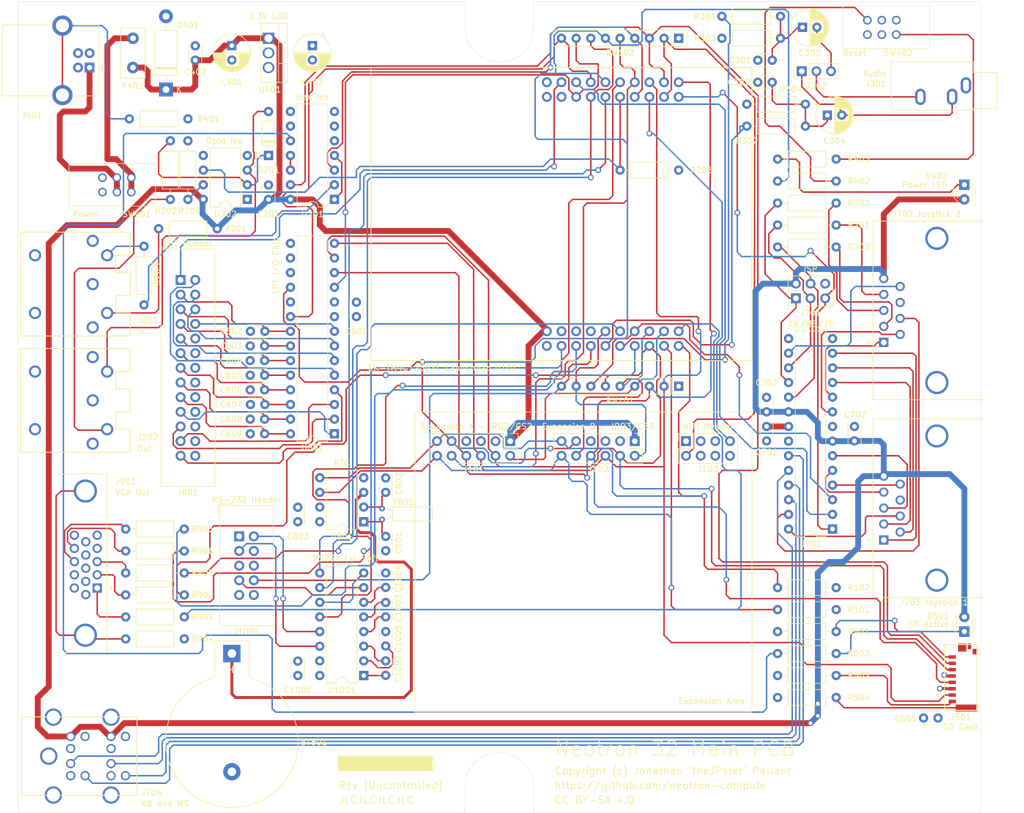
<source format=kicad_pcb>
(kicad_pcb (version 20171130) (host pcbnew "(5.1.12)-1")
  (title_block (title "Neotron 32K Main PCB") (date 2019-12-09) (rev [Uncontrolled]) (company github.com/neotron-compute/Neotron-32-Hardware) (comment 1 "Copyright (c) Jonathan 'theJPster' Pallant") (comment 2 "CC BY-SA 4.0"))
  (layers (0 F.Cu signal) (1 Gnd.Cu signal) (2 Vcc.Cu signal) (31 B.Cu signal) (35 F.Paste user hide) (37 F.SilkS user hide) (38 B.Mask user hide) (39 F.Mask user hide) (44 Edge.Cuts user))
  (net 0 "")
  (net 1 GND)
  (net 2 +5V)
  (net 3 /PA6_I2C_SCL)
  (net 4 /PA7_I2C_SDA)
  (net 5 /PA2_SPI_CLK)
  (net 6 /PA4_SPI_MISO)
  (net 7 /PA5_SPI_MOSI)
  (net 8 +3V3)
  (net 9 /~RESET)
  (net 10 /PB7_VGA_GREEN)
  (net 11 /PE0_U7RX)
  (net 12 /PC7_MIDI_OUT)
  (net 13 /PC6_MIDI_IN)
  (net 14 /PC5_U1CTS)
  (net 15 /PC4_U1RTS)
  (net 16 /PD3_VGA_BLUE)
  (net 17 /PF1_VGA_RED)
  (net 18 /PE1_U7TX)
  (net 19 /PB4_VGA_HSYNC)
  (net 20 /PE5_AUDIO_R)
  (net 21 /PE4_AUDIO_L)
  (net 22 /PB1_U1TX)
  (net 23 /PB0_U1RX)
  (net 24 /PB5_VGA_VSYNC)
  (net 25 +BATT)
  (net 26 /Audio/RIGHT_CHAN)
  (net 27 /Audio/LEFT_CHAN)
  (net 28 "/Parallel Printer/D0")
  (net 29 "/Parallel Printer/D1")
  (net 30 "/Parallel Printer/D2")
  (net 31 "/Parallel Printer/D3")
  (net 32 "/Parallel Printer/D4")
  (net 33 "/Parallel Printer/D5")
  (net 34 "/Parallel Printer/D6")
  (net 35 "/Parallel Printer/D7")
  (net 36 /~PB6_SPI_CS2)
  (net 37 /~PE3_IRQ2)
  (net 38 /~PE2_SPI_CS3)
  (net 39 /~PD2_IRQ3)
  (net 40 /PD6_U2RX)
  (net 41 /PD7_U2TX)
  (net 42 /Audio/RIGHT_SPKR)
  (net 43 /~PA3_SPI_CS0)
  (net 44 "/Parallel Printer/~SELPRI")
  (net 45 "/Parallel Printer/RESET")
  (net 46 "/Parallel Printer/ERROR")
  (net 47 "/Parallel Printer/~LF")
  (net 48 "/Parallel Printer/SELECT")
  (net 49 "/Parallel Printer/POUT")
  (net 50 "/Parallel Printer/~BUSY")
  (net 51 "/Parallel Printer/ACK")
  (net 52 /~PB2_STROBE)
  (net 53 "/Keyboard, Mouse and Joystick/AT_MOSI")
  (net 54 "/Keyboard, Mouse and Joystick/AT_SCK")
  (net 55 "/Keyboard, Mouse and Joystick/AT_MISO")
  (net 56 "/Keyboard, Mouse and Joystick/START_C_JS1")
  (net 57 "/Keyboard, Mouse and Joystick/SELECT_JS1")
  (net 58 "/Keyboard, Mouse and Joystick/A_B_JS1")
  (net 59 "/Keyboard, Mouse and Joystick/RIGHT_GND_JS1")
  (net 60 "/Keyboard, Mouse and Joystick/LEFT_GND_JS1")
  (net 61 "/Keyboard, Mouse and Joystick/DOWN_JS1")
  (net 62 "/Keyboard, Mouse and Joystick/UP_JS1")
  (net 63 "/Keyboard, Mouse and Joystick/START_C_JS2")
  (net 64 "/Keyboard, Mouse and Joystick/SELECT_JS2")
  (net 65 "/Keyboard, Mouse and Joystick/A_B_JS2")
  (net 66 "/Keyboard, Mouse and Joystick/RIGHT_GND_JS2")
  (net 67 "/Keyboard, Mouse and Joystick/LEFT_GND_JS2")
  (net 68 "/Keyboard, Mouse and Joystick/DOWN_JS2")
  (net 69 "/Keyboard, Mouse and Joystick/UP_JS2")
  (net 70 "/Keyboard, Mouse and Joystick/KB_DAT")
  (net 71 "/Keyboard, Mouse and Joystick/KB_CLK")
  (net 72 "/Keyboard, Mouse and Joystick/MS_DAT")
  (net 73 "/Keyboard, Mouse and Joystick/MS_CLK")
  (net 74 "/RS-232 Serial Port/RS232_CTS_IN")
  (net 75 "/RS-232 Serial Port/RS232_RTS_OUT")
  (net 76 "/RS-232 Serial Port/RS232_TX_OUT")
  (net 77 "/RS-232 Serial Port/RS232_RX_IN")
  (net 78 /~PB3_SPI_CS1)
  (net 79 /~PF0_IRQ1)
  (net 80 /Power/UNFUSED_5V)
  (net 81 /Power/VUSB)
  (net 82 "Net-(C301-Pad2)")
  (net 83 "Net-(C302-Pad2)")
  (net 84 "Net-(C701-Pad2)")
  (net 85 "Net-(C801-Pad2)")
  (net 86 "Net-(C802-Pad1)")
  (net 87 "Net-(C1002-Pad2)")
  (net 88 "Net-(C1002-Pad1)")
  (net 89 "Net-(C1003-Pad2)")
  (net 90 "Net-(C1003-Pad1)")
  (net 91 "Net-(C1004-Pad2)")
  (net 92 "Net-(C1005-Pad2)")
  (net 93 "Net-(D201-Pad2)")
  (net 94 "Net-(D201-Pad1)")
  (net 95 "Net-(D402-Pad1)")
  (net 96 "Net-(D501-Pad1)")
  (net 97 "Net-(J103-Pad6)")
  (net 98 "Net-(J103-Pad5)")
  (net 99 "Net-(J103-Pad4)")
  (net 100 "Net-(J103-Pad3)")
  (net 101 "Net-(J201-Pad4)")
  (net 102 "Net-(J201-Pad5)")
  (net 103 "Net-(J201-Pad3)")
  (net 104 "Net-(J201-Pad1)")
  (net 105 "Net-(J202-Pad4)")
  (net 106 "Net-(J202-Pad2)")
  (net 107 "Net-(J202-Pad3)")
  (net 108 "Net-(J202-Pad1)")
  (net 109 "Net-(J401-Pad5)")
  (net 110 "Net-(J401-Pad3)")
  (net 111 "Net-(J401-Pad2)")
  (net 112 "Net-(J501-Pad9)")
  (net 113 "Net-(J501-Pad1)")
  (net 114 "Net-(J501-Pad8)")
  (net 115 /~PF4_AT_RESET)
  (net 116 "Net-(J704-Pad8)")
  (net 117 "Net-(J704-Pad12)")
  (net 118 "Net-(J704-Pad2)")
  (net 119 "Net-(J704-Pad6)")
  (net 120 "Net-(J901-Pad0)")
  (net 121 "Net-(J901-Pad15)")
  (net 122 "Net-(J901-Pad14)")
  (net 123 "Net-(J901-Pad13)")
  (net 124 "Net-(J901-Pad12)")
  (net 125 "Net-(J901-Pad11)")
  (net 126 "Net-(J901-Pad10)")
  (net 127 "Net-(J901-Pad9)")
  (net 128 "Net-(J901-Pad4)")
  (net 129 "Net-(J901-Pad3)")
  (net 130 "Net-(J901-Pad2)")
  (net 131 "Net-(J901-Pad1)")
  (net 132 "Net-(J1001-Pad10)")
  (net 133 "Net-(J1001-Pad9)")
  (net 134 "Net-(J1001-Pad6)")
  (net 135 "Net-(J1001-Pad4)")
  (net 136 "Net-(J1001-Pad1)")
  (net 137 "Net-(R203-Pad1)")
  (net 138 "Net-(R204-Pad2)")
  (net 139 "Net-(R402-Pad2)")
  (net 140 "Net-(R403-Pad2)")
  (net 141 "Net-(R503-Pad2)")
  (net 142 "Net-(SW401-Pad1)")
  (net 143 "Net-(SW401-Pad4)")
  (net 144 "Net-(SW402-Pad1)")
  (net 145 "Net-(SW402-Pad6)")
  (net 146 "Net-(U101-Pad4.2)")
  (net 147 "Net-(U101-Pad4.1)")
  (net 148 "Net-(U101-Pad3.4)")
  (net 149 "Net-(U101-Pad3.3)")
  (net 150 +3.3VP)
  (net 151 "Net-(U201-Pad6)")
  (net 152 "Net-(U201-Pad1)")
  (net 153 "Net-(U201-Pad8)")
  (net 154 "Net-(U202-Pad4)")
  (net 155 "Net-(U202-Pad1)")
  (net 156 "Net-(U601-Pad19)")
  (net 157 "Net-(U701-Pad14)")
  (net 158 "Net-(U701-Pad15)")
  (net 159 "Net-(U801-Pad7)")
  (net 160 "Net-(U201-Pad11)")
  (module "Neotron 32:Molex_4730_2651" (layer F.Cu) (at 231.526 135.255 90)
    (fp_text reference J501 (at -6.59 2.789 180) (layer F.SilkS))
    (fp_text value "micro SD Card")
    (pad 12 smd rect (at 4.775 5.275 90) (size 0.95 0.85) (layers F.Cu F.Paste F.Mask))
    (pad 11 smd rect (at 5.7 4.3 90) (size 1 0.6) (layers F.Cu F.Paste F.Mask))
    (pad 10 smd rect (at 5.475 3.05 90) (size 1.4 1.45) (layers F.Cu F.Paste F.Mask) (clearance 0.127))
    (pad 9 smd rect (at -5 3.805 90) (size 1.2 3.79) (layers F.Cu F.Paste F.Mask) (net 112 "Net-(J501-Pad9)"))
    (pad 1 smd rect (at 3.85 1.325 90) (size 0.6 1.25) (layers F.Cu F.Paste F.Mask) (net 113 "Net-(J501-Pad1)"))
    (pad 2 smd rect (at 2.75 1.325 90) (size 0.6 1.25) (layers F.Cu F.Paste F.Mask) (net 43 /~PA3_SPI_CS0))
    (pad 3 smd rect (at 1.65 1.325 90) (size 0.6 1.25) (layers F.Cu F.Paste F.Mask) (net 7 /PA5_SPI_MOSI))
    (pad 4 smd rect (at 0.55 1.325 90) (size 0.6 1.25) (layers F.Cu F.Paste F.Mask) (net 8 +3V3))
    (pad 5 smd rect (at -0.55 1.325 90) (size 0.6 1.25) (layers F.Cu F.Paste F.Mask) (net 5 /PA2_SPI_CLK))
    (pad 6 smd rect (at -1.65 1.325 90) (size 0.6 1.25) (layers F.Cu F.Paste F.Mask) (net 1 GND))
    (pad 7 smd rect (at -2.75 1.325 90) (size 0.6 1.25) (layers F.Cu F.Paste F.Mask) (net 6 /PA4_SPI_MISO))
    (pad 8 smd rect (at -3.85 1.325 90) (size 0.6 1.25) (layers F.Cu F.Paste F.Mask) (net 114 "Net-(J501-Pad8)"))
  )
  (module "Neotron 32:Launchpad_4x10" (layer F.Cu) (at 173.99 54.61 90)
    (fp_text reference U101 (at -26.70556 -18.52676 180) (layer F.SilkS))
    (fp_text value EK-TM4C123GXL)
    (pad 2.1 thru_hole circle (at 22.86 11.43 90) (size 1.7018 1.7018) (drill 1.016) (layers *.Cu *.Mask) (net 5 /PA2_SPI_CLK))
    (pad 2.9 thru_hole circle (at 22.86 8.89 90) (size 1.7018 1.7018) (drill 1.016) (layers *.Cu *.Mask) (net 43 /~PA3_SPI_CS0))
    (pad 2.8 thru_hole circle (at 22.86 6.35 90) (size 1.7018 1.7018) (drill 1.016) (layers *.Cu *.Mask) (net 6 /PA4_SPI_MISO))
    (pad 2.7 thru_hole circle (at 22.86 3.81 90) (size 1.7018 1.7018) (drill 1.016) (layers *.Cu *.Mask) (net 36 /~PB6_SPI_CS2))
    (pad 2.6 thru_hole circle (at 22.86 1.27 90) (size 1.7018 1.7018) (drill 1.016) (layers *.Cu *.Mask) (net 10 /PB7_VGA_GREEN))
    (pad 2.5 thru_hole circle (at 22.86 -1.27 90) (size 1.7018 1.7018) (drill 1.016) (layers *.Cu *.Mask) (net 9 /~RESET))
    (pad 2.4 thru_hole circle (at 22.86 -3.81 90) (size 1.7018 1.7018) (drill 1.016) (layers *.Cu *.Mask) (net 79 /~PF0_IRQ1))
    (pad 2.3 thru_hole circle (at 22.86 -6.35 90) (size 1.7018 1.7018) (drill 1.016) (layers *.Cu *.Mask) (net 11 /PE0_U7RX))
    (pad 2.2 thru_hole circle (at 22.86 -8.89 90) (size 1.7018 1.7018) (drill 1.016) (layers *.Cu *.Mask) (net 52 /~PB2_STROBE))
    (pad 2.1 thru_hole circle (at 22.86 -11.43 90) (size 1.7018 1.7018) (drill 1.016) (layers *.Cu *.Mask) (net 1 GND))
    (pad 4.1 thru_hole circle (at 20.32 11.43 90) (size 1.7018 1.7018) (drill 1.016) (layers *.Cu *.Mask) (net 115 /~PF4_AT_RESET))
    (pad 4.9 thru_hole circle (at 20.32 8.89 90) (size 1.7018 1.7018) (drill 1.016) (layers *.Cu *.Mask) (net 41 /PD7_U2TX))
    (pad 4.8 thru_hole circle (at 20.32 6.35 90) (size 1.7018 1.7018) (drill 1.016) (layers *.Cu *.Mask) (net 40 /PD6_U2RX))
    (pad 4.7 thru_hole circle (at 20.32 3.81 90) (size 1.7018 1.7018) (drill 1.016) (layers *.Cu *.Mask) (net 12 /PC7_MIDI_OUT))
    (pad 4.6 thru_hole circle (at 20.32 1.27 90) (size 1.7018 1.7018) (drill 1.016) (layers *.Cu *.Mask) (net 13 /PC6_MIDI_IN))
    (pad 4.5 thru_hole circle (at 20.32 -1.27 90) (size 1.7018 1.7018) (drill 1.016) (layers *.Cu *.Mask) (net 14 /PC5_U1CTS))
    (pad 4.4 thru_hole circle (at 20.32 -3.81 90) (size 1.7018 1.7018) (drill 1.016) (layers *.Cu *.Mask) (net 15 /PC4_U1RTS))
    (pad 4.3 thru_hole circle (at 20.32 -6.35 90) (size 1.7018 1.7018) (drill 1.016) (layers *.Cu *.Mask) (net 78 /~PB3_SPI_CS1))
    (pad 4.2 thru_hole circle (at 20.32 -8.89 90) (size 1.7018 1.7018) (drill 1.016) (layers *.Cu *.Mask) (net 146 "Net-(U101-Pad4.2)"))
    (pad 4.1 thru_hole circle (at 20.32 -11.43 90) (size 1.7018 1.7018) (drill 1.016) (layers *.Cu *.Mask) (net 147 "Net-(U101-Pad4.1)"))
    (pad 3.1 thru_hole circle (at -20.32 -11.43 90) (size 1.7018 1.7018) (drill 1.016) (layers *.Cu *.Mask) (net 2 +5V))
    (pad 3.4 thru_hole circle (at -20.32 -3.81 90) (size 1.7018 1.7018) (drill 1.016) (layers *.Cu *.Mask) (net 148 "Net-(U101-Pad3.4)"))
    (pad 3.6 thru_hole circle (at -20.32 1.27 90) (size 1.7018 1.7018) (drill 1.016) (layers *.Cu *.Mask) (net 16 /PD3_VGA_BLUE))
    (pad 3.8 thru_hole circle (at -20.32 6.35 90) (size 1.7018 1.7018) (drill 1.016) (layers *.Cu *.Mask) (net 38 /~PE2_SPI_CS3))
    (pad 3.9 thru_hole circle (at -20.32 8.89 90) (size 1.7018 1.7018) (drill 1.016) (layers *.Cu *.Mask) (net 37 /~PE3_IRQ2))
    (pad 3.1 thru_hole circle (at -20.32 11.43 90) (size 1.7018 1.7018) (drill 1.016) (layers *.Cu *.Mask) (net 17 /PF1_VGA_RED))
    (pad 3.7 thru_hole circle (at -20.32 3.81 90) (size 1.7018 1.7018) (drill 1.016) (layers *.Cu *.Mask) (net 18 /PE1_U7TX))
    (pad 3.5 thru_hole circle (at -20.32 -1.27 90) (size 1.7018 1.7018) (drill 1.016) (layers *.Cu *.Mask) (net 39 /~PD2_IRQ3))
    (pad 3.2 thru_hole circle (at -20.32 -8.89 90) (size 1.7018 1.7018) (drill 1.016) (layers *.Cu *.Mask) (net 1 GND))
    (pad 3.3 thru_hole circle (at -20.32 -6.35 90) (size 1.7018 1.7018) (drill 1.016) (layers *.Cu *.Mask) (net 149 "Net-(U101-Pad3.3)"))
    (pad 1.1 thru_hole circle (at -22.86 11.43 90) (size 1.7018 1.7018) (drill 1.016) (layers *.Cu *.Mask) (net 4 /PA7_I2C_SDA))
    (pad 1.9 thru_hole circle (at -22.86 8.89 90) (size 1.7018 1.7018) (drill 1.016) (layers *.Cu *.Mask) (net 3 /PA6_I2C_SCL))
    (pad 1.8 thru_hole circle (at -22.86 6.35 90) (size 1.7018 1.7018) (drill 1.016) (layers *.Cu *.Mask) (net 7 /PA5_SPI_MOSI))
    (pad 1.7 thru_hole circle (at -22.86 3.81 90) (size 1.7018 1.7018) (drill 1.016) (layers *.Cu *.Mask) (net 19 /PB4_VGA_HSYNC))
    (pad 1.6 thru_hole circle (at -22.86 1.27 90) (size 1.7018 1.7018) (drill 1.016) (layers *.Cu *.Mask) (net 20 /PE5_AUDIO_R))
    (pad 1.5 thru_hole circle (at -22.86 -1.27 90) (size 1.7018 1.7018) (drill 1.016) (layers *.Cu *.Mask) (net 21 /PE4_AUDIO_L))
    (pad 1.4 thru_hole circle (at -22.86 -3.81 90) (size 1.7018 1.7018) (drill 1.016) (layers *.Cu *.Mask) (net 22 /PB1_U1TX))
    (pad 1.3 thru_hole circle (at -22.86 -6.35 90) (size 1.7018 1.7018) (drill 1.016) (layers *.Cu *.Mask) (net 23 /PB0_U1RX))
    (pad 1.2 thru_hole circle (at -22.86 -8.89 90) (size 1.7018 1.7018) (drill 1.016) (layers *.Cu *.Mask) (net 24 /PB5_VGA_VSYNC))
    (pad 1.1 thru_hole circle (at -22.86 -11.43 90) (size 1.7018 1.7018) (drill 1.016) (layers *.Cu *.Mask) (net 150 +3.3VP))
  )
  (module Resistor_THT:R_Axial_DIN0207_L6.3mm_D2.5mm_P10.16mm_Horizontal (layer F.Cu) (at 92.71 70.358 90)
    (fp_text reference R203 (at 5.334 2.286 90) (layer F.SilkS))
    (fp_text value 220)
    (pad 2 thru_hole oval (at 10.16 0 90) (size 1.6 1.6) (drill 0.8) (layers *.Cu *.Mask) (net 102 "Net-(J201-Pad5)"))
    (pad 1 thru_hole circle (at 0 0 90) (size 1.6 1.6) (drill 0.8) (layers *.Cu *.Mask) (net 137 "Net-(R203-Pad1)"))
  )
  (module Capacitor_THT:CP_Radial_D6.3mm_P2.50mm (layer F.Cu) (at 206.883 22.225)
    (fp_text reference C303 (at 1.23 4.445) (layer F.SilkS))
    (fp_text value 10u)
    (pad 2 thru_hole circle (at 2.5 0) (size 1.6 1.6) (drill 0.8) (layers *.Cu *.Mask) (net 26 /Audio/RIGHT_CHAN))
    (pad 1 thru_hole rect (at 0 0) (size 1.6 1.6) (drill 0.8) (layers *.Cu *.Mask) (net 82 "Net-(C301-Pad2)"))
  )
  (module Fuse:Fuse_Littelfuse_395Series (layer F.Cu) (at 90.795 29.21 90)
    (fp_text reference F401 (at -3.175 0.01 180) (layer F.SilkS))
    (fp_text value "250mA PTC")
    (pad 2 thru_hole circle (at 5.08 0.01 90) (size 2 2) (drill 1) (layers *.Cu *.Mask) (net 80 /Power/UNFUSED_5V))
    (pad 1 thru_hole circle (at 0 0 90) (size 2 2) (drill 1) (layers *.Cu *.Mask) (net 2 +5V))
  )
  (module "Neotron 32:Double_mini-DIN_6" (layer F.Cu) (at 71.5 148.59 90)
    (fp_text reference J704 (at -6.35 20.575 180) (layer F.SilkS) (effects (justify left)))
    (fp_text value Double-mini-DIN-6)
    (pad 16 thru_hole circle (at -6.75 15.5 90) (size 2.99 2.99) (drill 2.29) (layers *.Cu *.Mask))
    (pad 17 thru_hole circle (at 6.75 15.5 90) (size 2.99 2.99) (drill 2.29) (layers *.Cu *.Mask))
    (pad 11 thru_hole circle (at -3.4 18 90) (size 1.6 1.6) (drill 1.1) (layers *.Cu *.Mask) (net 73 "/Keyboard, Mouse and Joystick/MS_CLK"))
    (pad 9 thru_hole circle (at -3.4 15.5 90) (size 1.6 1.6) (drill 1.1) (layers *.Cu *.Mask) (net 1 GND))
    (pad 8 thru_hole circle (at 1.3 15.5 90) (size 1.6 1.6) (drill 1.1) (layers *.Cu *.Mask) (net 116 "Net-(J704-Pad8)"))
    (pad 12 thru_hole circle (at 3.4 18 90) (size 1.6 1.6) (drill 1.1) (layers *.Cu *.Mask) (net 117 "Net-(J704-Pad12)"))
    (pad 7 thru_hole circle (at -1.3 15.5 90) (size 1.6 1.6) (drill 1.1) (layers *.Cu *.Mask) (net 72 "/Keyboard, Mouse and Joystick/MS_DAT"))
    (pad 10 thru_hole circle (at 3.4 15.5 90) (size 1.6 1.6) (drill 1.1) (layers *.Cu *.Mask) (net 2 +5V))
    (pad 3 thru_hole circle (at -3.4 8.5 90) (size 1.6 1.6) (drill 1.1) (layers *.Cu *.Mask) (net 1 GND))
    (pad 2 thru_hole circle (at 1.3 8.5 90) (size 1.6 1.6) (drill 1.1) (layers *.Cu *.Mask) (net 118 "Net-(J704-Pad2)"))
    (pad 4 thru_hole circle (at 3.4 8.5 90) (size 1.6 1.6) (drill 1.1) (layers *.Cu *.Mask) (net 2 +5V))
    (pad 1 thru_hole circle (at -1.3 8.5 90) (size 1.6 1.6) (drill 1.1) (layers *.Cu *.Mask) (net 70 "/Keyboard, Mouse and Joystick/KB_DAT"))
    (pad 15 thru_hole circle (at 6.75 5.5 90) (size 2.99 2.99) (drill 2.29) (layers *.Cu *.Mask))
    (pad 14 thru_hole circle (at 0 4.7 90) (size 2.99 2.99) (drill 2.29) (layers *.Cu *.Mask))
    (pad 13 thru_hole circle (at -6.75 5.5 90) (size 2.99 2.99) (drill 2.29) (layers *.Cu *.Mask))
    (pad 5 thru_hole circle (at -3.4 11 90) (size 1.6 1.6) (drill 1.1) (layers *.Cu *.Mask) (net 71 "/Keyboard, Mouse and Joystick/KB_CLK"))
    (pad 6 thru_hole circle (at 3.4 11 90) (size 1.6 1.6) (drill 1.1) (layers *.Cu *.Mask) (net 119 "Net-(J704-Pad6)"))
  )
  (module Connector_PinSocket_2.54mm:PinSocket_2x04_P2.54mm_Vertical (layer F.Cu) (at 186.69 93.98 90)
    (fp_text reference J103 (at -4.826 3.81 180) (layer F.SilkS))
    (fp_text value Conn_02x04)
    (pad 8 thru_hole oval (at -2.54 7.62 90) (size 1.7 1.7) (drill 1) (layers *.Cu *.Mask) (net 1 GND))
    (pad 7 thru_hole oval (at 0 7.62 90) (size 1.7 1.7) (drill 1) (layers *.Cu *.Mask) (net 40 /PD6_U2RX))
    (pad 6 thru_hole oval (at -2.54 5.08 90) (size 1.7 1.7) (drill 1) (layers *.Cu *.Mask) (net 97 "Net-(J103-Pad6)"))
    (pad 5 thru_hole oval (at 0 5.08 90) (size 1.7 1.7) (drill 1) (layers *.Cu *.Mask) (net 98 "Net-(J103-Pad5)"))
    (pad 4 thru_hole oval (at -2.54 2.54 90) (size 1.7 1.7) (drill 1) (layers *.Cu *.Mask) (net 99 "Net-(J103-Pad4)"))
    (pad 3 thru_hole oval (at 0 2.54 90) (size 1.7 1.7) (drill 1) (layers *.Cu *.Mask) (net 100 "Net-(J103-Pad3)"))
    (pad 2 thru_hole oval (at -2.54 0 90) (size 1.7 1.7) (drill 1) (layers *.Cu *.Mask) (net 41 /PD7_U2TX))
    (pad 1 thru_hole rect (at 0 0 90) (size 1.7 1.7) (drill 1) (layers *.Cu *.Mask) (net 8 +3V3))
  )
  (module Connector_IDC:IDC-Header_2x13_P2.54mm_Vertical (layer F.Cu) (at 99.06 66.04)
    (fp_text reference J601 (at 1.27 36.83) (layer F.SilkS))
    (fp_text value Conn_02x13_Header)
    (pad 26 thru_hole oval (at 2.54 30.48) (size 1.7272 1.7272) (drill 1.016) (layers *.Cu *.Mask) (net 1 GND))
    (pad 25 thru_hole oval (at 0 30.48) (size 1.7272 1.7272) (drill 1.016) (layers *.Cu *.Mask) (net 48 "/Parallel Printer/SELECT"))
    (pad 24 thru_hole oval (at 2.54 27.94) (size 1.7272 1.7272) (drill 1.016) (layers *.Cu *.Mask) (net 1 GND))
    (pad 23 thru_hole oval (at 0 27.94) (size 1.7272 1.7272) (drill 1.016) (layers *.Cu *.Mask) (net 49 "/Parallel Printer/POUT"))
    (pad 22 thru_hole oval (at 2.54 25.4) (size 1.7272 1.7272) (drill 1.016) (layers *.Cu *.Mask) (net 1 GND))
    (pad 21 thru_hole oval (at 0 25.4) (size 1.7272 1.7272) (drill 1.016) (layers *.Cu *.Mask) (net 50 "/Parallel Printer/~BUSY"))
    (pad 20 thru_hole oval (at 2.54 22.86) (size 1.7272 1.7272) (drill 1.016) (layers *.Cu *.Mask) (net 1 GND))
    (pad 19 thru_hole oval (at 0 22.86) (size 1.7272 1.7272) (drill 1.016) (layers *.Cu *.Mask) (net 51 "/Parallel Printer/ACK"))
    (pad 18 thru_hole oval (at 2.54 20.32) (size 1.7272 1.7272) (drill 1.016) (layers *.Cu *.Mask) (net 1 GND))
    (pad 17 thru_hole oval (at 0 20.32) (size 1.7272 1.7272) (drill 1.016) (layers *.Cu *.Mask) (net 35 "/Parallel Printer/D7"))
    (pad 16 thru_hole oval (at 2.54 17.78) (size 1.7272 1.7272) (drill 1.016) (layers *.Cu *.Mask) (net 1 GND))
    (pad 15 thru_hole oval (at 0 17.78) (size 1.7272 1.7272) (drill 1.016) (layers *.Cu *.Mask) (net 34 "/Parallel Printer/D6"))
    (pad 14 thru_hole oval (at 2.54 15.24) (size 1.7272 1.7272) (drill 1.016) (layers *.Cu *.Mask) (net 1 GND))
    (pad 13 thru_hole oval (at 0 15.24) (size 1.7272 1.7272) (drill 1.016) (layers *.Cu *.Mask) (net 33 "/Parallel Printer/D5"))
    (pad 12 thru_hole oval (at 2.54 12.7) (size 1.7272 1.7272) (drill 1.016) (layers *.Cu *.Mask) (net 1 GND))
    (pad 11 thru_hole oval (at 0 12.7) (size 1.7272 1.7272) (drill 1.016) (layers *.Cu *.Mask) (net 32 "/Parallel Printer/D4"))
    (pad 10 thru_hole oval (at 2.54 10.16) (size 1.7272 1.7272) (drill 1.016) (layers *.Cu *.Mask) (net 1 GND))
    (pad 9 thru_hole oval (at 0 10.16) (size 1.7272 1.7272) (drill 1.016) (layers *.Cu *.Mask) (net 31 "/Parallel Printer/D3"))
    (pad 8 thru_hole oval (at 2.54 7.62) (size 1.7272 1.7272) (drill 1.016) (layers *.Cu *.Mask) (net 44 "/Parallel Printer/~SELPRI"))
    (pad 7 thru_hole oval (at 0 7.62) (size 1.7272 1.7272) (drill 1.016) (layers *.Cu *.Mask) (net 30 "/Parallel Printer/D2"))
    (pad 6 thru_hole oval (at 2.54 5.08) (size 1.7272 1.7272) (drill 1.016) (layers *.Cu *.Mask) (net 45 "/Parallel Printer/RESET"))
    (pad 5 thru_hole oval (at 0 5.08) (size 1.7272 1.7272) (drill 1.016) (layers *.Cu *.Mask) (net 29 "/Parallel Printer/D1"))
    (pad 4 thru_hole oval (at 2.54 2.54) (size 1.7272 1.7272) (drill 1.016) (layers *.Cu *.Mask) (net 46 "/Parallel Printer/ERROR"))
    (pad 3 thru_hole oval (at 0 2.54) (size 1.7272 1.7272) (drill 1.016) (layers *.Cu *.Mask) (net 28 "/Parallel Printer/D0"))
    (pad 2 thru_hole oval (at 2.54 0) (size 1.7272 1.7272) (drill 1.016) (layers *.Cu *.Mask) (net 47 "/Parallel Printer/~LF"))
    (pad 1 thru_hole rect (at 0 0) (size 1.7272 1.7272) (drill 1.016) (layers *.Cu *.Mask) (net 52 /~PB2_STROBE))
  )
  (module Resistor_THT:R_Axial_DIN0207_L6.3mm_D2.5mm_P10.16mm_Horizontal (layer F.Cu) (at 202.565 119.38)
    (fp_text reference R102 (at 12.065 0) (layer F.SilkS) (effects (justify left)))
    (fp_text value 1k)
    (pad 2 thru_hole oval (at 10.16 0) (size 1.6 1.6) (drill 0.8) (layers *.Cu *.Mask) (net 8 +3V3))
    (pad 1 thru_hole circle (at 0 0) (size 1.6 1.6) (drill 0.8) (layers *.Cu *.Mask) (net 4 /PA7_I2C_SDA))
  )
  (module MountingHole:MountingHole_3.2mm_M3 (layer F.Cu) (at 171.45 134.62)
    (fp_text reference H106 hide)
    (fp_text value MountingHole)
    (pad 1 np_thru_hole circle (at 0 0) (size 3.2 3.2) (drill 3.2) (layers *.Cu *.Mask))
  )
  (module MountingHole:MountingHole_3.2mm_M3 (layer F.Cu) (at 149.86 134.62)
    (fp_text reference H105 hide)
    (fp_text value MountingHole)
    (pad 1 np_thru_hole circle (at 0 0) (size 3.2 3.2) (drill 3.2) (layers *.Cu *.Mask))
  )
  (module "Neotron 32:PHB2UEETS1A" (layer F.Cu) (at 221.44 22.245 180)
    (fp_text reference SW402 (at -4.62 -4.425 180) (layer F.SilkS) (effects (justify right)))
    (fp_text value SW_Push_DPDT_ON_MO hide)
    (pad 1 thru_hole circle (at -1.7 1.25 180) (size 1.5 1.5) (drill 1) (layers *.Cu *.Mask) (net 144 "Net-(SW402-Pad1)"))
    (pad 2 thru_hole circle (at 0.8 1.25 180) (size 1.5 1.5) (drill 1) (layers *.Cu *.Mask) (net 1 GND))
    (pad 3 thru_hole circle (at 3.3 1.25 180) (size 1.5 1.5) (drill 1) (layers *.Cu *.Mask) (net 139 "Net-(R402-Pad2)"))
    (pad 4 thru_hole circle (at -1.7 -1.25 180) (size 1.5 1.5) (drill 1) (layers *.Cu *.Mask) (net 140 "Net-(R403-Pad2)"))
    (pad 5 thru_hole circle (at 0.8 -1.25 180) (size 1.5 1.5) (drill 1) (layers *.Cu *.Mask) (net 1 GND))
    (pad 6 thru_hole circle (at 3.3 -1.25 180) (size 1.5 1.5) (drill 1) (layers *.Cu *.Mask) (net 145 "Net-(SW402-Pad6)"))
  )
  (module Resistor_THT:R_Axial_DIN0207_L6.3mm_D2.5mm_P10.16mm_Horizontal (layer F.Cu) (at 202.565 45.085)
    (fp_text reference R403 (at 12.065 0) (layer F.SilkS) (effects (justify left)))
    (fp_text value 330)
    (pad 2 thru_hole oval (at 10.16 0) (size 1.6 1.6) (drill 0.8) (layers *.Cu *.Mask) (net 140 "Net-(R403-Pad2)"))
    (pad 1 thru_hole circle (at 0 0) (size 1.6 1.6) (drill 0.8) (layers *.Cu *.Mask) (net 95 "Net-(D402-Pad1)"))
  )
  (module LED_THT:LED_D3.0mm (layer F.Cu) (at 234.95 49.53 270)
    (fp_text reference D402 (at -1.524 4.826) (layer F.SilkS))
    (fp_text value "Red LED")
    (pad 2 thru_hole circle (at 2.54 0 270) (size 1.8 1.8) (drill 0.9) (layers *.Cu *.Mask) (net 2 +5V))
    (pad 1 thru_hole rect (at 0 0 270) (size 1.8 1.8) (drill 0.9) (layers *.Cu *.Mask) (net 95 "Net-(D402-Pad1)"))
  )
  (module "Neotron 32:PHB2UEETS1A" (layer F.Cu) (at 87.21 49.55)
    (fp_text reference SW401 (at 4.23 5.06 180) (layer F.SilkS))
    (fp_text value SW_Push_DPDT_ON_OFF hide)
    (pad 1 thru_hole circle (at -1.7 1.25) (size 1.5 1.5) (drill 1) (layers *.Cu *.Mask) (net 142 "Net-(SW401-Pad1)"))
    (pad 2 thru_hole circle (at 0.8 1.25) (size 1.5 1.5) (drill 1) (layers *.Cu *.Mask) (net 81 /Power/VUSB))
    (pad 3 thru_hole circle (at 3.3 1.25) (size 1.5 1.5) (drill 1) (layers *.Cu *.Mask) (net 80 /Power/UNFUSED_5V))
    (pad 4 thru_hole circle (at -1.7 -1.25) (size 1.5 1.5) (drill 1) (layers *.Cu *.Mask) (net 143 "Net-(SW401-Pad4)"))
    (pad 5 thru_hole circle (at 0.8 -1.25) (size 1.5 1.5) (drill 1) (layers *.Cu *.Mask) (net 81 /Power/VUSB))
    (pad 6 thru_hole circle (at 3.3 -1.25) (size 1.5 1.5) (drill 1) (layers *.Cu *.Mask) (net 80 /Power/UNFUSED_5V))
  )
  (module "Neotron 32:BatteryHolder_Keystone_103_1x20mm" (layer F.Cu) (at 107.95 130.81 270)
    (fp_text reference BT801 (at 15.367 -14.224 180) (layer F.SilkS))
    (fp_text value CR2032)
    (fp_text user + (at 2.75 0 90) (layer F.SilkS) (effects (font (size 1.5 1.5))))
    (pad 1 thru_hole rect (at 0 0 270) (size 3 3) (drill 1.5) (layers *.Cu *.Mask) (net 25 +BATT))
    (pad 2 thru_hole circle (at 20.49 0 270) (size 3 3) (drill 1.5) (layers *.Cu *.Mask) (net 1 GND))
  )
  (module Connector_IDC:IDC-Header_2x05_P2.54mm_Vertical (layer F.Cu) (at 109.22 110.49)
    (fp_text reference J1001 (at 1.27 16.51) (layer F.SilkS))
    (fp_text value Conn_02x05)
    (pad 10 thru_hole oval (at 2.54 10.16) (size 1.7272 1.7272) (drill 1.016) (layers *.Cu *.Mask) (net 132 "Net-(J1001-Pad10)"))
    (pad 9 thru_hole oval (at 0 10.16) (size 1.7272 1.7272) (drill 1.016) (layers *.Cu *.Mask) (net 133 "Net-(J1001-Pad9)"))
    (pad 8 thru_hole oval (at 2.54 7.62) (size 1.7272 1.7272) (drill 1.016) (layers *.Cu *.Mask) (net 74 "/RS-232 Serial Port/RS232_CTS_IN"))
    (pad 7 thru_hole oval (at 0 7.62) (size 1.7272 1.7272) (drill 1.016) (layers *.Cu *.Mask) (net 75 "/RS-232 Serial Port/RS232_RTS_OUT"))
    (pad 6 thru_hole oval (at 2.54 5.08) (size 1.7272 1.7272) (drill 1.016) (layers *.Cu *.Mask) (net 134 "Net-(J1001-Pad6)"))
    (pad 5 thru_hole oval (at 0 5.08) (size 1.7272 1.7272) (drill 1.016) (layers *.Cu *.Mask) (net 1 GND))
    (pad 4 thru_hole oval (at 2.54 2.54) (size 1.7272 1.7272) (drill 1.016) (layers *.Cu *.Mask) (net 135 "Net-(J1001-Pad4)"))
    (pad 3 thru_hole oval (at 0 2.54) (size 1.7272 1.7272) (drill 1.016) (layers *.Cu *.Mask) (net 76 "/RS-232 Serial Port/RS232_TX_OUT"))
    (pad 2 thru_hole oval (at 2.54 0) (size 1.7272 1.7272) (drill 1.016) (layers *.Cu *.Mask) (net 77 "/RS-232 Serial Port/RS232_RX_IN"))
    (pad 1 thru_hole rect (at 0 0) (size 1.7272 1.7272) (drill 1.016) (layers *.Cu *.Mask) (net 136 "Net-(J1001-Pad1)"))
  )
  (module "Neotron 32:5P180_DIN_Socket" (layer F.Cu) (at 78.82 86.915)
    (fp_text reference J202 (at 12.62 6.43) (layer F.SilkS) (effects (justify left)))
    (fp_text value "DIN-5 180 degree")
    (pad 6 thru_hole circle (at -5 -5) (size 2.1 2.1) (drill 1.4) (layers *.Cu *.Mask))
    (pad 7 thru_hole circle (at -5 5) (size 2.1 2.1) (drill 1.4) (layers *.Cu *.Mask))
    (pad 4 thru_hole circle (at 7.5 5) (size 2.1 2.1) (drill 1.4) (layers *.Cu *.Mask) (net 105 "Net-(J202-Pad4)"))
    (pad 5 thru_hole circle (at 7.5 -5) (size 2.1 2.1) (drill 1.4) (layers *.Cu *.Mask) (net 93 "Net-(D201-Pad2)"))
    (pad 2 thru_hole circle (at 5 0) (size 2.1 2.1) (drill 1.4) (layers *.Cu *.Mask) (net 106 "Net-(J202-Pad2)"))
    (pad 3 thru_hole circle (at 5 -7.5) (size 2.1 2.1) (drill 1.4) (layers *.Cu *.Mask) (net 107 "Net-(J202-Pad3)"))
    (pad 1 thru_hole circle (at 5 7.5) (size 2.1 2.1) (drill 1.4) (layers *.Cu *.Mask) (net 108 "Net-(J202-Pad1)"))
  )
  (module "Neotron 32:5P180_DIN_Socket" (layer F.Cu) (at 78.82 66.755)
    (fp_text reference J201 (at 12.62 6.27) (layer F.SilkS) (effects (justify left)))
    (fp_text value "DIN-5 180 degree")
    (pad 6 thru_hole circle (at -5 -5) (size 2.1 2.1) (drill 1.4) (layers *.Cu *.Mask))
    (pad 7 thru_hole circle (at -5 5) (size 2.1 2.1) (drill 1.4) (layers *.Cu *.Mask))
    (pad 4 thru_hole circle (at 7.5 5) (size 2.1 2.1) (drill 1.4) (layers *.Cu *.Mask) (net 101 "Net-(J201-Pad4)"))
    (pad 5 thru_hole circle (at 7.5 -5) (size 2.1 2.1) (drill 1.4) (layers *.Cu *.Mask) (net 102 "Net-(J201-Pad5)"))
    (pad 2 thru_hole circle (at 5 0) (size 2.1 2.1) (drill 1.4) (layers *.Cu *.Mask) (net 1 GND))
    (pad 3 thru_hole circle (at 5 -7.5) (size 2.1 2.1) (drill 1.4) (layers *.Cu *.Mask) (net 103 "Net-(J201-Pad3)"))
    (pad 1 thru_hole circle (at 5 7.5) (size 2.1 2.1) (drill 1.4) (layers *.Cu *.Mask) (net 104 "Net-(J201-Pad1)"))
  )
  (module Connector_Dsub:DSUB-15-HD_Female_Horizontal_P2.29x1.98mm_EdgePinOffset3.03mm_Housed_MountingHolesOffset4.94mm (layer F.Cu) (at 84.6 119.45 270)
    (fp_text reference J901 (at -18.485 -3.03 180) (layer F.SilkS) (effects (justify left)))
    (fp_text value DB15HD_Female)
    (pad 0 thru_hole circle (at 8.185 2.05 270) (size 4 4) (drill 3.2) (layers *.Cu *.Mask) (net 120 "Net-(J901-Pad0)"))
    (pad 0 thru_hole circle (at -16.815 2.05 270) (size 4 4) (drill 3.2) (layers *.Cu *.Mask) (net 120 "Net-(J901-Pad0)"))
    (pad 15 thru_hole circle (at -9.16 3.96 270) (size 1.6 1.6) (drill 1) (layers *.Cu *.Mask) (net 121 "Net-(J901-Pad15)"))
    (pad 14 thru_hole circle (at -6.87 3.96 270) (size 1.6 1.6) (drill 1) (layers *.Cu *.Mask) (net 122 "Net-(J901-Pad14)"))
    (pad 13 thru_hole circle (at -4.58 3.96 270) (size 1.6 1.6) (drill 1) (layers *.Cu *.Mask) (net 123 "Net-(J901-Pad13)"))
    (pad 12 thru_hole circle (at -2.29 3.96 270) (size 1.6 1.6) (drill 1) (layers *.Cu *.Mask) (net 124 "Net-(J901-Pad12)"))
    (pad 11 thru_hole circle (at 0 3.96 270) (size 1.6 1.6) (drill 1) (layers *.Cu *.Mask) (net 125 "Net-(J901-Pad11)"))
    (pad 10 thru_hole circle (at -8.015 1.98 270) (size 1.6 1.6) (drill 1) (layers *.Cu *.Mask) (net 126 "Net-(J901-Pad10)"))
    (pad 9 thru_hole circle (at -5.725 1.98 270) (size 1.6 1.6) (drill 1) (layers *.Cu *.Mask) (net 127 "Net-(J901-Pad9)"))
    (pad 8 thru_hole circle (at -3.435 1.98 270) (size 1.6 1.6) (drill 1) (layers *.Cu *.Mask) (net 1 GND))
    (pad 7 thru_hole circle (at -1.145 1.98 270) (size 1.6 1.6) (drill 1) (layers *.Cu *.Mask) (net 1 GND))
    (pad 6 thru_hole circle (at 1.145 1.98 270) (size 1.6 1.6) (drill 1) (layers *.Cu *.Mask) (net 1 GND))
    (pad 5 thru_hole circle (at -9.16 0 270) (size 1.6 1.6) (drill 1) (layers *.Cu *.Mask) (net 1 GND))
    (pad 4 thru_hole circle (at -6.87 0 270) (size 1.6 1.6) (drill 1) (layers *.Cu *.Mask) (net 128 "Net-(J901-Pad4)"))
    (pad 3 thru_hole circle (at -4.58 0 270) (size 1.6 1.6) (drill 1) (layers *.Cu *.Mask) (net 129 "Net-(J901-Pad3)"))
    (pad 2 thru_hole circle (at -2.29 0 270) (size 1.6 1.6) (drill 1) (layers *.Cu *.Mask) (net 130 "Net-(J901-Pad2)"))
    (pad 1 thru_hole rect (at 0 0 270) (size 1.6 1.6) (drill 1) (layers *.Cu *.Mask) (net 131 "Net-(J901-Pad1)"))
  )
  (module Connector_Dsub:DSUB-9_Male_Horizontal_P2.77x2.84mm_EdgePinOffset14.56mm_Housed_MountingHolesOffset8.20mm (layer F.Cu) (at 220.98 76.86 90)
    (fp_text reference J702 (at 22.25 3.302) (layer F.SilkS))
    (fp_text value "DE9 Male")
    (pad 0 thru_hole circle (at 18.04 9.2 90) (size 4 4) (drill 3.2) (layers *.Cu *.Mask))
    (pad 0 thru_hole circle (at -6.96 9.2 90) (size 4 4) (drill 3.2) (layers *.Cu *.Mask))
    (pad 9 thru_hole circle (at 9.695 2.84 90) (size 1.6 1.6) (drill 1) (layers *.Cu *.Mask) (net 63 "/Keyboard, Mouse and Joystick/START_C_JS2"))
    (pad 8 thru_hole circle (at 6.925 2.84 90) (size 1.6 1.6) (drill 1) (layers *.Cu *.Mask) (net 1 GND))
    (pad 7 thru_hole circle (at 4.155 2.84 90) (size 1.6 1.6) (drill 1) (layers *.Cu *.Mask) (net 64 "/Keyboard, Mouse and Joystick/SELECT_JS2"))
    (pad 6 thru_hole circle (at 1.385 2.84 90) (size 1.6 1.6) (drill 1) (layers *.Cu *.Mask) (net 65 "/Keyboard, Mouse and Joystick/A_B_JS2"))
    (pad 5 thru_hole circle (at 11.08 0 90) (size 1.6 1.6) (drill 1) (layers *.Cu *.Mask) (net 2 +5V))
    (pad 4 thru_hole circle (at 8.31 0 90) (size 1.6 1.6) (drill 1) (layers *.Cu *.Mask) (net 66 "/Keyboard, Mouse and Joystick/RIGHT_GND_JS2"))
    (pad 3 thru_hole circle (at 5.54 0 90) (size 1.6 1.6) (drill 1) (layers *.Cu *.Mask) (net 67 "/Keyboard, Mouse and Joystick/LEFT_GND_JS2"))
    (pad 2 thru_hole circle (at 2.77 0 90) (size 1.6 1.6) (drill 1) (layers *.Cu *.Mask) (net 68 "/Keyboard, Mouse and Joystick/DOWN_JS2"))
    (pad 1 thru_hole rect (at 0 0 90) (size 1.6 1.6) (drill 1) (layers *.Cu *.Mask) (net 69 "/Keyboard, Mouse and Joystick/UP_JS2"))
  )
  (module Connector_Dsub:DSUB-9_Male_Horizontal_P2.77x2.84mm_EdgePinOffset14.56mm_Housed_MountingHolesOffset8.20mm (layer F.Cu) (at 220.98 111.125 90)
    (fp_text reference J703 (at -10.795 4.572) (layer F.SilkS))
    (fp_text value "DE9 Male")
    (pad 1 thru_hole rect (at 0 0 90) (size 1.6 1.6) (drill 1) (layers *.Cu *.Mask) (net 62 "/Keyboard, Mouse and Joystick/UP_JS1"))
    (pad 2 thru_hole circle (at 2.77 0 90) (size 1.6 1.6) (drill 1) (layers *.Cu *.Mask) (net 61 "/Keyboard, Mouse and Joystick/DOWN_JS1"))
    (pad 3 thru_hole circle (at 5.54 0 90) (size 1.6 1.6) (drill 1) (layers *.Cu *.Mask) (net 60 "/Keyboard, Mouse and Joystick/LEFT_GND_JS1"))
    (pad 4 thru_hole circle (at 8.31 0 90) (size 1.6 1.6) (drill 1) (layers *.Cu *.Mask) (net 59 "/Keyboard, Mouse and Joystick/RIGHT_GND_JS1"))
    (pad 5 thru_hole circle (at 11.08 0 90) (size 1.6 1.6) (drill 1) (layers *.Cu *.Mask) (net 2 +5V))
    (pad 6 thru_hole circle (at 1.385 2.84 90) (size 1.6 1.6) (drill 1) (layers *.Cu *.Mask) (net 58 "/Keyboard, Mouse and Joystick/A_B_JS1"))
    (pad 7 thru_hole circle (at 4.155 2.84 90) (size 1.6 1.6) (drill 1) (layers *.Cu *.Mask) (net 57 "/Keyboard, Mouse and Joystick/SELECT_JS1"))
    (pad 8 thru_hole circle (at 6.925 2.84 90) (size 1.6 1.6) (drill 1) (layers *.Cu *.Mask) (net 1 GND))
    (pad 9 thru_hole circle (at 9.695 2.84 90) (size 1.6 1.6) (drill 1) (layers *.Cu *.Mask) (net 56 "/Keyboard, Mouse and Joystick/START_C_JS1"))
    (pad 0 thru_hole circle (at -6.96 9.2 90) (size 4 4) (drill 3.2) (layers *.Cu *.Mask))
    (pad 0 thru_hole circle (at 18.04 9.2 90) (size 4 4) (drill 3.2) (layers *.Cu *.Mask))
  )
  (module Package_DIP:DIP-28_W7.62mm (layer F.Cu) (at 125.73 92.71 180)
    (fp_text reference U601 (at 3.81 -2.33) (layer F.SilkS))
    (fp_text value MCP23S17_SP)
    (pad 28 thru_hole oval (at 7.62 0 180) (size 1.6 1.6) (drill 0.8) (layers *.Cu *.Mask) (net 35 "/Parallel Printer/D7"))
    (pad 14 thru_hole oval (at 0 33.02 180) (size 1.6 1.6) (drill 0.8) (layers *.Cu *.Mask) (net 6 /PA4_SPI_MISO))
    (pad 27 thru_hole oval (at 7.62 2.54 180) (size 1.6 1.6) (drill 0.8) (layers *.Cu *.Mask) (net 34 "/Parallel Printer/D6"))
    (pad 13 thru_hole oval (at 0 30.48 180) (size 1.6 1.6) (drill 0.8) (layers *.Cu *.Mask) (net 7 /PA5_SPI_MOSI))
    (pad 26 thru_hole oval (at 7.62 5.08 180) (size 1.6 1.6) (drill 0.8) (layers *.Cu *.Mask) (net 33 "/Parallel Printer/D5"))
    (pad 12 thru_hole oval (at 0 27.94 180) (size 1.6 1.6) (drill 0.8) (layers *.Cu *.Mask) (net 5 /PA2_SPI_CLK))
    (pad 25 thru_hole oval (at 7.62 7.62 180) (size 1.6 1.6) (drill 0.8) (layers *.Cu *.Mask) (net 32 "/Parallel Printer/D4"))
    (pad 11 thru_hole oval (at 0 25.4 180) (size 1.6 1.6) (drill 0.8) (layers *.Cu *.Mask) (net 78 /~PB3_SPI_CS1))
    (pad 24 thru_hole oval (at 7.62 10.16 180) (size 1.6 1.6) (drill 0.8) (layers *.Cu *.Mask) (net 31 "/Parallel Printer/D3"))
    (pad 10 thru_hole oval (at 0 22.86 180) (size 1.6 1.6) (drill 0.8) (layers *.Cu *.Mask) (net 1 GND))
    (pad 23 thru_hole oval (at 7.62 12.7 180) (size 1.6 1.6) (drill 0.8) (layers *.Cu *.Mask) (net 30 "/Parallel Printer/D2"))
    (pad 9 thru_hole oval (at 0 20.32 180) (size 1.6 1.6) (drill 0.8) (layers *.Cu *.Mask) (net 8 +3V3))
    (pad 22 thru_hole oval (at 7.62 15.24 180) (size 1.6 1.6) (drill 0.8) (layers *.Cu *.Mask) (net 29 "/Parallel Printer/D1"))
    (pad 8 thru_hole oval (at 0 17.78 180) (size 1.6 1.6) (drill 0.8) (layers *.Cu *.Mask) (net 44 "/Parallel Printer/~SELPRI"))
    (pad 21 thru_hole oval (at 7.62 17.78 180) (size 1.6 1.6) (drill 0.8) (layers *.Cu *.Mask) (net 28 "/Parallel Printer/D0"))
    (pad 7 thru_hole oval (at 0 15.24 180) (size 1.6 1.6) (drill 0.8) (layers *.Cu *.Mask) (net 45 "/Parallel Printer/RESET"))
    (pad 20 thru_hole oval (at 7.62 20.32 180) (size 1.6 1.6) (drill 0.8) (layers *.Cu *.Mask) (net 79 /~PF0_IRQ1))
    (pad 6 thru_hole oval (at 0 12.7 180) (size 1.6 1.6) (drill 0.8) (layers *.Cu *.Mask) (net 46 "/Parallel Printer/ERROR"))
    (pad 19 thru_hole oval (at 7.62 22.86 180) (size 1.6 1.6) (drill 0.8) (layers *.Cu *.Mask) (net 156 "Net-(U601-Pad19)"))
    (pad 5 thru_hole oval (at 0 10.16 180) (size 1.6 1.6) (drill 0.8) (layers *.Cu *.Mask) (net 47 "/Parallel Printer/~LF"))
    (pad 18 thru_hole oval (at 7.62 25.4 180) (size 1.6 1.6) (drill 0.8) (layers *.Cu *.Mask) (net 9 /~RESET))
    (pad 4 thru_hole oval (at 0 7.62 180) (size 1.6 1.6) (drill 0.8) (layers *.Cu *.Mask) (net 48 "/Parallel Printer/SELECT"))
    (pad 17 thru_hole oval (at 7.62 27.94 180) (size 1.6 1.6) (drill 0.8) (layers *.Cu *.Mask) (net 1 GND))
    (pad 3 thru_hole oval (at 0 5.08 180) (size 1.6 1.6) (drill 0.8) (layers *.Cu *.Mask) (net 49 "/Parallel Printer/POUT"))
    (pad 16 thru_hole oval (at 7.62 30.48 180) (size 1.6 1.6) (drill 0.8) (layers *.Cu *.Mask) (net 1 GND))
    (pad 2 thru_hole oval (at 0 2.54 180) (size 1.6 1.6) (drill 0.8) (layers *.Cu *.Mask) (net 50 "/Parallel Printer/~BUSY"))
    (pad 15 thru_hole oval (at 7.62 33.02 180) (size 1.6 1.6) (drill 0.8) (layers *.Cu *.Mask) (net 1 GND))
    (pad 1 thru_hole rect (at 0 0 180) (size 1.6 1.6) (drill 0.8) (layers *.Cu *.Mask) (net 51 "/Parallel Printer/ACK"))
  )
  (module Connector_PinHeader_2.54mm:PinHeader_2x06_P2.54mm_Vertical (layer F.Cu) (at 156.21 93.98 270)
    (fp_text reference J101 (at 4.826 6.35 180) (layer F.SilkS))
    (fp_text value Conn_02x06)
    (pad 12 thru_hole oval (at 2.54 12.7 270) (size 1.7 1.7) (drill 1) (layers *.Cu *.Mask) (net 3 /PA6_I2C_SCL))
    (pad 11 thru_hole oval (at 0 12.7 270) (size 1.7 1.7) (drill 1) (layers *.Cu *.Mask) (net 4 /PA7_I2C_SDA))
    (pad 10 thru_hole oval (at 2.54 10.16 270) (size 1.7 1.7) (drill 1) (layers *.Cu *.Mask) (net 36 /~PB6_SPI_CS2))
    (pad 9 thru_hole oval (at 0 10.16 270) (size 1.7 1.7) (drill 1) (layers *.Cu *.Mask) (net 9 /~RESET))
    (pad 8 thru_hole oval (at 2.54 7.62 270) (size 1.7 1.7) (drill 1) (layers *.Cu *.Mask) (net 5 /PA2_SPI_CLK))
    (pad 7 thru_hole oval (at 0 7.62 270) (size 1.7 1.7) (drill 1) (layers *.Cu *.Mask) (net 1 GND))
    (pad 6 thru_hole oval (at 2.54 5.08 270) (size 1.7 1.7) (drill 1) (layers *.Cu *.Mask) (net 6 /PA4_SPI_MISO))
    (pad 5 thru_hole oval (at 0 5.08 270) (size 1.7 1.7) (drill 1) (layers *.Cu *.Mask) (net 1 GND))
    (pad 4 thru_hole oval (at 2.54 2.54 270) (size 1.7 1.7) (drill 1) (layers *.Cu *.Mask) (net 7 /PA5_SPI_MOSI))
    (pad 3 thru_hole oval (at 0 2.54 270) (size 1.7 1.7) (drill 1) (layers *.Cu *.Mask) (net 8 +3V3))
    (pad 2 thru_hole oval (at 2.54 0 270) (size 1.7 1.7) (drill 1) (layers *.Cu *.Mask) (net 37 /~PE3_IRQ2))
    (pad 1 thru_hole rect (at 0 0 270) (size 1.7 1.7) (drill 1) (layers *.Cu *.Mask) (net 2 +5V))
  )
  (module Resistor_THT:R_Axial_DIN0207_L6.3mm_D2.5mm_P10.16mm_Horizontal (layer F.Cu) (at 212.725 134.62 180)
    (fp_text reference R502 (at -1.905 0) (layer F.SilkS) (effects (justify left)))
    (fp_text value 47k)
    (pad 2 thru_hole oval (at 10.16 0 180) (size 1.6 1.6) (drill 0.8) (layers *.Cu *.Mask) (net 8 +3V3))
    (pad 1 thru_hole circle (at 0 0 180) (size 1.6 1.6) (drill 0.8) (layers *.Cu *.Mask) (net 114 "Net-(J501-Pad8)"))
  )
  (module Package_DIP:DIP-28_W7.62mm (layer F.Cu) (at 212.09 109.22 180)
    (fp_text reference U701 (at 3.81 -2.54) (layer F.SilkS))
    (fp_text value ATmega328-PU)
    (pad 28 thru_hole oval (at 7.62 0 180) (size 1.6 1.6) (drill 0.8) (layers *.Cu *.Mask) (net 57 "/Keyboard, Mouse and Joystick/SELECT_JS1"))
    (pad 14 thru_hole oval (at 0 33.02 180) (size 1.6 1.6) (drill 0.8) (layers *.Cu *.Mask) (net 157 "Net-(U701-Pad14)"))
    (pad 27 thru_hole oval (at 7.62 2.54 180) (size 1.6 1.6) (drill 0.8) (layers *.Cu *.Mask) (net 64 "/Keyboard, Mouse and Joystick/SELECT_JS2"))
    (pad 13 thru_hole oval (at 0 30.48 180) (size 1.6 1.6) (drill 0.8) (layers *.Cu *.Mask) (net 62 "/Keyboard, Mouse and Joystick/UP_JS1"))
    (pad 26 thru_hole oval (at 7.62 5.08 180) (size 1.6 1.6) (drill 0.8) (layers *.Cu *.Mask) (net 72 "/Keyboard, Mouse and Joystick/MS_DAT"))
    (pad 12 thru_hole oval (at 0 27.94 180) (size 1.6 1.6) (drill 0.8) (layers *.Cu *.Mask) (net 58 "/Keyboard, Mouse and Joystick/A_B_JS1"))
    (pad 25 thru_hole oval (at 7.62 7.62 180) (size 1.6 1.6) (drill 0.8) (layers *.Cu *.Mask) (net 73 "/Keyboard, Mouse and Joystick/MS_CLK"))
    (pad 11 thru_hole oval (at 0 25.4 180) (size 1.6 1.6) (drill 0.8) (layers *.Cu *.Mask) (net 61 "/Keyboard, Mouse and Joystick/DOWN_JS1"))
    (pad 24 thru_hole oval (at 7.62 10.16 180) (size 1.6 1.6) (drill 0.8) (layers *.Cu *.Mask) (net 70 "/Keyboard, Mouse and Joystick/KB_DAT"))
    (pad 10 thru_hole oval (at 0 22.86 180) (size 1.6 1.6) (drill 0.8) (layers *.Cu *.Mask) (net 69 "/Keyboard, Mouse and Joystick/UP_JS2"))
    (pad 23 thru_hole oval (at 7.62 12.7 180) (size 1.6 1.6) (drill 0.8) (layers *.Cu *.Mask) (net 71 "/Keyboard, Mouse and Joystick/KB_CLK"))
    (pad 9 thru_hole oval (at 0 20.32 180) (size 1.6 1.6) (drill 0.8) (layers *.Cu *.Mask) (net 65 "/Keyboard, Mouse and Joystick/A_B_JS2"))
    (pad 22 thru_hole oval (at 7.62 15.24 180) (size 1.6 1.6) (drill 0.8) (layers *.Cu *.Mask) (net 1 GND))
    (pad 8 thru_hole oval (at 0 17.78 180) (size 1.6 1.6) (drill 0.8) (layers *.Cu *.Mask) (net 1 GND))
    (pad 21 thru_hole oval (at 7.62 17.78 180) (size 1.6 1.6) (drill 0.8) (layers *.Cu *.Mask) (net 84 "Net-(C701-Pad2)"))
    (pad 7 thru_hole oval (at 0 15.24 180) (size 1.6 1.6) (drill 0.8) (layers *.Cu *.Mask) (net 2 +5V))
    (pad 20 thru_hole oval (at 7.62 20.32 180) (size 1.6 1.6) (drill 0.8) (layers *.Cu *.Mask) (net 2 +5V))
    (pad 6 thru_hole oval (at 0 12.7 180) (size 1.6 1.6) (drill 0.8) (layers *.Cu *.Mask) (net 60 "/Keyboard, Mouse and Joystick/LEFT_GND_JS1"))
    (pad 19 thru_hole oval (at 7.62 22.86 180) (size 1.6 1.6) (drill 0.8) (layers *.Cu *.Mask) (net 53 "/Keyboard, Mouse and Joystick/AT_MOSI"))
    (pad 5 thru_hole oval (at 0 10.16 180) (size 1.6 1.6) (drill 0.8) (layers *.Cu *.Mask) (net 59 "/Keyboard, Mouse and Joystick/RIGHT_GND_JS1"))
    (pad 18 thru_hole oval (at 7.62 25.4 180) (size 1.6 1.6) (drill 0.8) (layers *.Cu *.Mask) (net 55 "/Keyboard, Mouse and Joystick/AT_MISO"))
    (pad 4 thru_hole oval (at 0 7.62 180) (size 1.6 1.6) (drill 0.8) (layers *.Cu *.Mask) (net 56 "/Keyboard, Mouse and Joystick/START_C_JS1"))
    (pad 17 thru_hole oval (at 7.62 27.94 180) (size 1.6 1.6) (drill 0.8) (layers *.Cu *.Mask) (net 54 "/Keyboard, Mouse and Joystick/AT_SCK"))
    (pad 3 thru_hole oval (at 0 5.08 180) (size 1.6 1.6) (drill 0.8) (layers *.Cu *.Mask) (net 18 /PE1_U7TX))
    (pad 16 thru_hole oval (at 7.62 30.48 180) (size 1.6 1.6) (drill 0.8) (layers *.Cu *.Mask) (net 63 "/Keyboard, Mouse and Joystick/START_C_JS2"))
    (pad 2 thru_hole oval (at 0 2.54 180) (size 1.6 1.6) (drill 0.8) (layers *.Cu *.Mask) (net 11 /PE0_U7RX))
    (pad 15 thru_hole oval (at 7.62 33.02 180) (size 1.6 1.6) (drill 0.8) (layers *.Cu *.Mask) (net 158 "Net-(U701-Pad15)"))
    (pad 1 thru_hole rect (at 0 0 180) (size 1.6 1.6) (drill 0.8) (layers *.Cu *.Mask) (net 115 /~PF4_AT_RESET))
  )
  (module Resistor_THT:R_Axial_DIN0207_L6.3mm_D2.5mm_P10.16mm_Horizontal (layer F.Cu) (at 202.565 48.895)
    (fp_text reference R402 (at 12.065 0) (layer F.SilkS) (effects (justify left)))
    (fp_text value 330)
    (pad 2 thru_hole oval (at 10.16 0) (size 1.6 1.6) (drill 0.8) (layers *.Cu *.Mask) (net 139 "Net-(R402-Pad2)"))
    (pad 1 thru_hole circle (at 0 0) (size 1.6 1.6) (drill 0.8) (layers *.Cu *.Mask) (net 9 /~RESET))
  )
  (module Resistor_THT:R_Axial_DIN0207_L6.3mm_D2.5mm_P10.16mm_Horizontal (layer F.Cu) (at 99.695 113.03 180)
    (fp_text reference R906 (at -3.175 0) (layer F.SilkS))
    (fp_text value 330)
    (pad 2 thru_hole oval (at 10.16 0 180) (size 1.6 1.6) (drill 0.8) (layers *.Cu *.Mask) (net 122 "Net-(J901-Pad14)"))
    (pad 1 thru_hole circle (at 0 0 180) (size 1.6 1.6) (drill 0.8) (layers *.Cu *.Mask) (net 24 /PB5_VGA_VSYNC))
  )
  (module Resistor_THT:R_Axial_DIN0207_L6.3mm_D2.5mm_P10.16mm_Horizontal (layer F.Cu) (at 99.695 109.22 180)
    (fp_text reference R905 (at -3.175 0) (layer F.SilkS))
    (fp_text value 330)
    (pad 2 thru_hole oval (at 10.16 0 180) (size 1.6 1.6) (drill 0.8) (layers *.Cu *.Mask) (net 123 "Net-(J901-Pad13)"))
    (pad 1 thru_hole circle (at 0 0 180) (size 1.6 1.6) (drill 0.8) (layers *.Cu *.Mask) (net 19 /PB4_VGA_HSYNC))
  )
  (module Resistor_THT:R_Axial_DIN0207_L6.3mm_D2.5mm_P10.16mm_Horizontal (layer F.Cu) (at 99.695 128.27 180)
    (fp_text reference R904 (at -3.175 0) (layer F.SilkS))
    (fp_text value DNF)
    (pad 2 thru_hole oval (at 10.16 0 180) (size 1.6 1.6) (drill 0.8) (layers *.Cu *.Mask) (net 120 "Net-(J901-Pad0)"))
    (pad 1 thru_hole circle (at 0 0 180) (size 1.6 1.6) (drill 0.8) (layers *.Cu *.Mask) (net 1 GND))
  )
  (module Resistor_THT:R_Axial_DIN0207_L6.3mm_D2.5mm_P10.16mm_Horizontal (layer F.Cu) (at 89.535 116.84)
    (fp_text reference R903 (at 13.335 0) (layer F.SilkS))
    (fp_text value 330)
    (pad 2 thru_hole oval (at 10.16 0) (size 1.6 1.6) (drill 0.8) (layers *.Cu *.Mask) (net 16 /PD3_VGA_BLUE))
    (pad 1 thru_hole circle (at 0 0) (size 1.6 1.6) (drill 0.8) (layers *.Cu *.Mask) (net 129 "Net-(J901-Pad3)"))
  )
  (module Resistor_THT:R_Axial_DIN0207_L6.3mm_D2.5mm_P10.16mm_Horizontal (layer F.Cu) (at 89.535 120.65)
    (fp_text reference R902 (at 13.335 0) (layer F.SilkS))
    (fp_text value 330)
    (pad 2 thru_hole oval (at 10.16 0) (size 1.6 1.6) (drill 0.8) (layers *.Cu *.Mask) (net 10 /PB7_VGA_GREEN))
    (pad 1 thru_hole circle (at 0 0) (size 1.6 1.6) (drill 0.8) (layers *.Cu *.Mask) (net 130 "Net-(J901-Pad2)"))
  )
  (module Resistor_THT:R_Axial_DIN0207_L6.3mm_D2.5mm_P10.16mm_Horizontal (layer F.Cu) (at 89.535 124.46)
    (fp_text reference R901 (at 13.335 0) (layer F.SilkS))
    (fp_text value 330)
    (pad 2 thru_hole oval (at 10.16 0) (size 1.6 1.6) (drill 0.8) (layers *.Cu *.Mask) (net 17 /PF1_VGA_RED))
    (pad 1 thru_hole circle (at 0 0) (size 1.6 1.6) (drill 0.8) (layers *.Cu *.Mask) (net 131 "Net-(J901-Pad1)"))
  )
  (module Resistor_THT:R_Axial_DIN0207_L6.3mm_D2.5mm_P10.16mm_Horizontal (layer F.Cu) (at 212.725 60.325 180)
    (fp_text reference R703 (at -1.905 0) (layer F.SilkS) (effects (justify left)))
    (fp_text value 1k)
    (pad 2 thru_hole oval (at 10.16 0 180) (size 1.6 1.6) (drill 0.8) (layers *.Cu *.Mask) (net 53 "/Keyboard, Mouse and Joystick/AT_MOSI"))
    (pad 1 thru_hole circle (at 0 0 180) (size 1.6 1.6) (drill 0.8) (layers *.Cu *.Mask) (net 68 "/Keyboard, Mouse and Joystick/DOWN_JS2"))
  )
  (module Resistor_THT:R_Axial_DIN0207_L6.3mm_D2.5mm_P10.16mm_Horizontal (layer F.Cu) (at 212.725 52.705 180)
    (fp_text reference R702 (at -1.905 0) (layer F.SilkS) (effects (justify left)))
    (fp_text value 1k)
    (pad 2 thru_hole oval (at 10.16 0 180) (size 1.6 1.6) (drill 0.8) (layers *.Cu *.Mask) (net 55 "/Keyboard, Mouse and Joystick/AT_MISO"))
    (pad 1 thru_hole circle (at 0 0 180) (size 1.6 1.6) (drill 0.8) (layers *.Cu *.Mask) (net 67 "/Keyboard, Mouse and Joystick/LEFT_GND_JS2"))
  )
  (module Resistor_THT:R_Axial_DIN0207_L6.3mm_D2.5mm_P10.16mm_Horizontal (layer F.Cu) (at 212.725 56.515 180)
    (fp_text reference R701 (at -1.905 0) (layer F.SilkS) (effects (justify left)))
    (fp_text value 1k)
    (pad 2 thru_hole oval (at 10.16 0 180) (size 1.6 1.6) (drill 0.8) (layers *.Cu *.Mask) (net 54 "/Keyboard, Mouse and Joystick/AT_SCK"))
    (pad 1 thru_hole circle (at 0 0 180) (size 1.6 1.6) (drill 0.8) (layers *.Cu *.Mask) (net 66 "/Keyboard, Mouse and Joystick/RIGHT_GND_JS2"))
  )
  (module Resistor_THT:R_Axial_DIN0207_L6.3mm_D2.5mm_P10.16mm_Horizontal (layer F.Cu) (at 212.725 138.43 180)
    (fp_text reference R504 (at -1.905 0) (layer F.SilkS) (effects (justify left)))
    (fp_text value DNF)
    (pad 2 thru_hole oval (at 10.16 0 180) (size 1.6 1.6) (drill 0.8) (layers *.Cu *.Mask) (net 1 GND))
    (pad 1 thru_hole circle (at 0 0 180) (size 1.6 1.6) (drill 0.8) (layers *.Cu *.Mask) (net 112 "Net-(J501-Pad9)"))
  )
  (module Resistor_THT:R_Axial_DIN0207_L6.3mm_D2.5mm_P10.16mm_Horizontal (layer F.Cu) (at 212.725 130.81 180)
    (fp_text reference R503 (at -1.905 0) (layer F.SilkS) (effects (justify left)))
    (fp_text value 330)
    (pad 2 thru_hole oval (at 10.16 0 180) (size 1.6 1.6) (drill 0.8) (layers *.Cu *.Mask) (net 141 "Net-(R503-Pad2)"))
    (pad 1 thru_hole circle (at 0 0 180) (size 1.6 1.6) (drill 0.8) (layers *.Cu *.Mask) (net 96 "Net-(D501-Pad1)"))
  )
  (module Resistor_THT:R_Axial_DIN0207_L6.3mm_D2.5mm_P10.16mm_Horizontal (layer F.Cu) (at 212.725 127 180)
    (fp_text reference R501 (at -1.905 0) (layer F.SilkS) (effects (justify left)))
    (fp_text value 47k)
    (pad 2 thru_hole oval (at 10.16 0 180) (size 1.6 1.6) (drill 0.8) (layers *.Cu *.Mask) (net 8 +3V3))
    (pad 1 thru_hole circle (at 0 0 180) (size 1.6 1.6) (drill 0.8) (layers *.Cu *.Mask) (net 113 "Net-(J501-Pad1)"))
  )
  (module Resistor_THT:R_Axial_DIN0207_L6.3mm_D2.5mm_P10.16mm_Horizontal (layer F.Cu) (at 100.33 38.1 180)
    (fp_text reference R401 (at -3.556 0) (layer F.SilkS))
    (fp_text value DNF)
    (pad 2 thru_hole oval (at 10.16 0 180) (size 1.6 1.6) (drill 0.8) (layers *.Cu *.Mask) (net 109 "Net-(J401-Pad5)"))
    (pad 1 thru_hole circle (at 0 0 180) (size 1.6 1.6) (drill 0.8) (layers *.Cu *.Mask) (net 1 GND))
  )
  (module Resistor_THT:R_Axial_DIN0207_L6.3mm_D2.5mm_P10.16mm_Horizontal (layer F.Cu) (at 207.391 35.56 180)
    (fp_text reference R304 (at 2.54 2.54 180) (layer F.SilkS))
    (fp_text value 150)
    (pad 2 thru_hole oval (at 10.16 0 180) (size 1.6 1.6) (drill 0.8) (layers *.Cu *.Mask) (net 1 GND))
    (pad 1 thru_hole circle (at 0 0 180) (size 1.6 1.6) (drill 0.8) (layers *.Cu *.Mask) (net 83 "Net-(C302-Pad2)"))
  )
  (module Resistor_THT:R_Axial_DIN0207_L6.3mm_D2.5mm_P10.16mm_Horizontal (layer F.Cu) (at 203.073 24.13 180)
    (fp_text reference R303 (at 13.081 0 180) (layer F.SilkS))
    (fp_text value 150)
    (pad 2 thru_hole oval (at 10.16 0 180) (size 1.6 1.6) (drill 0.8) (layers *.Cu *.Mask) (net 1 GND))
    (pad 1 thru_hole circle (at 0 0 180) (size 1.6 1.6) (drill 0.8) (layers *.Cu *.Mask) (net 82 "Net-(C301-Pad2)"))
  )
  (module Resistor_THT:R_Axial_DIN0207_L6.3mm_D2.5mm_P10.16mm_Horizontal (layer F.Cu) (at 207.391 39.37 180)
    (fp_text reference R302 (at 10.16 -2.54 180) (layer F.SilkS))
    (fp_text value 270)
    (pad 2 thru_hole oval (at 10.16 0 180) (size 1.6 1.6) (drill 0.8) (layers *.Cu *.Mask) (net 21 /PE4_AUDIO_L))
    (pad 1 thru_hole circle (at 0 0 180) (size 1.6 1.6) (drill 0.8) (layers *.Cu *.Mask) (net 83 "Net-(C302-Pad2)"))
  )
  (module Resistor_THT:R_Axial_DIN0207_L6.3mm_D2.5mm_P10.16mm_Horizontal (layer F.Cu) (at 203.073 20.32 180)
    (fp_text reference R301 (at 13.081 0) (layer F.SilkS))
    (fp_text value 270)
    (pad 2 thru_hole oval (at 10.16 0 180) (size 1.6 1.6) (drill 0.8) (layers *.Cu *.Mask) (net 20 /PE5_AUDIO_R))
    (pad 1 thru_hole circle (at 0 0 180) (size 1.6 1.6) (drill 0.8) (layers *.Cu *.Mask) (net 82 "Net-(C301-Pad2)"))
  )
  (module Resistor_THT:R_Axial_DIN0207_L6.3mm_D2.5mm_P10.16mm_Horizontal (layer F.Cu) (at 175.26 46.99)
    (fp_text reference R205 (at 12.065 0) (layer F.SilkS) (effects (justify left)))
    (fp_text value 470)
    (pad 2 thru_hole oval (at 10.16 0) (size 1.6 1.6) (drill 0.8) (layers *.Cu *.Mask) (net 8 +3V3))
    (pad 1 thru_hole circle (at 0 0) (size 1.6 1.6) (drill 0.8) (layers *.Cu *.Mask) (net 13 /PC6_MIDI_IN))
  )
  (module Resistor_THT:R_Axial_DIN0207_L6.3mm_D2.5mm_P10.16mm_Horizontal (layer F.Cu) (at 100.33 41.91 270)
    (fp_text reference R204 (at 12.192 -0.254 180) (layer F.SilkS))
    (fp_text value 10k)
    (pad 2 thru_hole oval (at 10.16 0 270) (size 1.6 1.6) (drill 0.8) (layers *.Cu *.Mask) (net 138 "Net-(R204-Pad2)"))
    (pad 1 thru_hole circle (at 0 0 270) (size 1.6 1.6) (drill 0.8) (layers *.Cu *.Mask) (net 1 GND))
  )
  (module Resistor_THT:R_Axial_DIN0207_L6.3mm_D2.5mm_P10.16mm_Horizontal (layer F.Cu) (at 97.282 41.91 270)
    (fp_text reference R202 (at 12.192 0.762 180) (layer F.SilkS))
    (fp_text value 220)
    (pad 2 thru_hole oval (at 10.16 0 270) (size 1.6 1.6) (drill 0.8) (layers *.Cu *.Mask) (net 105 "Net-(J202-Pad4)"))
    (pad 1 thru_hole circle (at 0 0 270) (size 1.6 1.6) (drill 0.8) (layers *.Cu *.Mask) (net 94 "Net-(D201-Pad1)"))
  )
  (module Resistor_THT:R_Axial_DIN0207_L6.3mm_D2.5mm_P10.16mm_Horizontal (layer F.Cu) (at 95.25 57.15)
    (fp_text reference R201 (at 13.335 0) (layer F.SilkS))
    (fp_text value 220)
    (pad 2 thru_hole oval (at 10.16 0) (size 1.6 1.6) (drill 0.8) (layers *.Cu *.Mask) (net 2 +5V))
    (pad 1 thru_hole circle (at 0 0) (size 1.6 1.6) (drill 0.8) (layers *.Cu *.Mask) (net 101 "Net-(J201-Pad4)"))
  )
  (module Resistor_THT:R_Axial_DIN0207_L6.3mm_D2.5mm_P10.16mm_Horizontal (layer F.Cu) (at 202.565 123.19)
    (fp_text reference R101 (at 12.065 0) (layer F.SilkS) (effects (justify left)))
    (fp_text value 1k)
    (pad 2 thru_hole oval (at 10.16 0) (size 1.6 1.6) (drill 0.8) (layers *.Cu *.Mask) (net 8 +3V3))
    (pad 1 thru_hole circle (at 0 0) (size 1.6 1.6) (drill 0.8) (layers *.Cu *.Mask) (net 3 /PA6_I2C_SCL))
  )
  (module Capacitor_THT:CP_Radial_D6.3mm_P2.50mm (layer F.Cu) (at 121.92 25.4 270)
    (fp_text reference C403 (at 6.35 0 180) (layer F.SilkS))
    (fp_text value 47u)
    (pad 2 thru_hole circle (at 2.5 0 270) (size 1.6 1.6) (drill 0.8) (layers *.Cu *.Mask) (net 1 GND))
    (pad 1 thru_hole rect (at 0 0 270) (size 1.6 1.6) (drill 0.8) (layers *.Cu *.Mask) (net 8 +3V3))
  )
  (module Capacitor_THT:CP_Radial_D6.3mm_P2.50mm (layer F.Cu) (at 107.95 25.4 270)
    (fp_text reference C401 (at 6.35 0 180) (layer F.SilkS))
    (fp_text value 10u)
    (pad 2 thru_hole circle (at 2.5 0 270) (size 1.6 1.6) (drill 0.8) (layers *.Cu *.Mask) (net 1 GND))
    (pad 1 thru_hole rect (at 0 0 270) (size 1.6 1.6) (drill 0.8) (layers *.Cu *.Mask) (net 2 +5V))
  )
  (module Capacitor_THT:CP_Radial_D6.3mm_P2.50mm (layer F.Cu) (at 211.201 37.465)
    (fp_text reference C304 (at 1.23 4.445) (layer F.SilkS))
    (fp_text value 10u)
    (pad 2 thru_hole circle (at 2.5 0) (size 1.6 1.6) (drill 0.8) (layers *.Cu *.Mask) (net 27 /Audio/LEFT_CHAN))
    (pad 1 thru_hole rect (at 0 0) (size 1.6 1.6) (drill 0.8) (layers *.Cu *.Mask) (net 83 "Net-(C302-Pad2)"))
  )
  (module Package_DIP:DIP-8_W7.62mm (layer F.Cu) (at 110.617 52.07 180)
    (fp_text reference U202 (at 3.81 -2.54) (layer F.SilkS))
    (fp_text value 6N138)
    (pad 8 thru_hole oval (at 7.62 0 180) (size 1.6 1.6) (drill 0.8) (layers *.Cu *.Mask) (net 2 +5V))
    (pad 4 thru_hole oval (at 0 7.62 180) (size 1.6 1.6) (drill 0.8) (layers *.Cu *.Mask) (net 154 "Net-(U202-Pad4)"))
    (pad 7 thru_hole oval (at 7.62 2.54 180) (size 1.6 1.6) (drill 0.8) (layers *.Cu *.Mask) (net 138 "Net-(R204-Pad2)"))
    (pad 3 thru_hole oval (at 0 5.08 180) (size 1.6 1.6) (drill 0.8) (layers *.Cu *.Mask) (net 93 "Net-(D201-Pad2)"))
    (pad 6 thru_hole oval (at 7.62 5.08 180) (size 1.6 1.6) (drill 0.8) (layers *.Cu *.Mask) (net 13 /PC6_MIDI_IN))
    (pad 2 thru_hole oval (at 0 2.54 180) (size 1.6 1.6) (drill 0.8) (layers *.Cu *.Mask) (net 94 "Net-(D201-Pad1)"))
    (pad 5 thru_hole oval (at 7.62 7.62 180) (size 1.6 1.6) (drill 0.8) (layers *.Cu *.Mask) (net 1 GND))
    (pad 1 thru_hole rect (at 0 0 180) (size 1.6 1.6) (drill 0.8) (layers *.Cu *.Mask) (net 155 "Net-(U202-Pad1)"))
  )
  (module Crystal:Crystal_C26-LF_D2.1mm_L6.5mm_Horizontal (layer F.Cu) (at 133.985 107.564 90)
    (fp_text reference Y801 (at 3.043 3.683) (layer F.SilkS))
    (fp_text value "32,768 Hz")
    (pad 2 thru_hole circle (at 1.9 0 90) (size 1 1) (drill 0.5) (layers *.Cu *.Mask) (net 86 "Net-(C802-Pad1)"))
    (pad 1 thru_hole circle (at 0 0 90) (size 1 1) (drill 0.5) (layers *.Cu *.Mask) (net 85 "Net-(C801-Pad2)"))
  )
  (module Package_DIP:DIP-16_W7.62mm (layer F.Cu) (at 130.81 134.62 180)
    (fp_text reference U1001 (at 3.81 -2.54) (layer F.SilkS))
    (fp_text value ICL3232CPZMAX)
    (pad 16 thru_hole oval (at 7.62 0 180) (size 1.6 1.6) (drill 0.8) (layers *.Cu *.Mask) (net 8 +3V3))
    (pad 8 thru_hole oval (at 0 17.78 180) (size 1.6 1.6) (drill 0.8) (layers *.Cu *.Mask) (net 74 "/RS-232 Serial Port/RS232_CTS_IN"))
    (pad 15 thru_hole oval (at 7.62 2.54 180) (size 1.6 1.6) (drill 0.8) (layers *.Cu *.Mask) (net 1 GND))
    (pad 7 thru_hole oval (at 0 15.24 180) (size 1.6 1.6) (drill 0.8) (layers *.Cu *.Mask) (net 75 "/RS-232 Serial Port/RS232_RTS_OUT"))
    (pad 14 thru_hole oval (at 7.62 5.08 180) (size 1.6 1.6) (drill 0.8) (layers *.Cu *.Mask) (net 76 "/RS-232 Serial Port/RS232_TX_OUT"))
    (pad 6 thru_hole oval (at 0 12.7 180) (size 1.6 1.6) (drill 0.8) (layers *.Cu *.Mask) (net 91 "Net-(C1004-Pad2)"))
    (pad 13 thru_hole oval (at 7.62 7.62 180) (size 1.6 1.6) (drill 0.8) (layers *.Cu *.Mask) (net 77 "/RS-232 Serial Port/RS232_RX_IN"))
    (pad 5 thru_hole oval (at 0 10.16 180) (size 1.6 1.6) (drill 0.8) (layers *.Cu *.Mask) (net 89 "Net-(C1003-Pad2)"))
    (pad 12 thru_hole oval (at 7.62 10.16 180) (size 1.6 1.6) (drill 0.8) (layers *.Cu *.Mask) (net 23 /PB0_U1RX))
    (pad 4 thru_hole oval (at 0 7.62 180) (size 1.6 1.6) (drill 0.8) (layers *.Cu *.Mask) (net 90 "Net-(C1003-Pad1)"))
    (pad 11 thru_hole oval (at 7.62 12.7 180) (size 1.6 1.6) (drill 0.8) (layers *.Cu *.Mask) (net 22 /PB1_U1TX))
    (pad 3 thru_hole oval (at 0 5.08 180) (size 1.6 1.6) (drill 0.8) (layers *.Cu *.Mask) (net 88 "Net-(C1002-Pad1)"))
    (pad 10 thru_hole oval (at 7.62 15.24 180) (size 1.6 1.6) (drill 0.8) (layers *.Cu *.Mask) (net 15 /PC4_U1RTS))
    (pad 2 thru_hole oval (at 0 2.54 180) (size 1.6 1.6) (drill 0.8) (layers *.Cu *.Mask) (net 92 "Net-(C1005-Pad2)"))
    (pad 9 thru_hole oval (at 7.62 17.78 180) (size 1.6 1.6) (drill 0.8) (layers *.Cu *.Mask) (net 14 /PC5_U1CTS))
    (pad 1 thru_hole rect (at 0 0 180) (size 1.6 1.6) (drill 0.8) (layers *.Cu *.Mask) (net 87 "Net-(C1002-Pad2)"))
  )
  (module Package_DIP:DIP-8_W7.62mm (layer F.Cu) (at 130.81 107.95 180)
    (fp_text reference U801 (at 3.81 -2.54) (layer F.SilkS))
    (fp_text value MCP7940N-xP)
    (pad 8 thru_hole oval (at 7.62 0 180) (size 1.6 1.6) (drill 0.8) (layers *.Cu *.Mask) (net 8 +3V3))
    (pad 4 thru_hole oval (at 0 7.62 180) (size 1.6 1.6) (drill 0.8) (layers *.Cu *.Mask) (net 1 GND))
    (pad 7 thru_hole oval (at 7.62 2.54 180) (size 1.6 1.6) (drill 0.8) (layers *.Cu *.Mask) (net 159 "Net-(U801-Pad7)"))
    (pad 3 thru_hole oval (at 0 5.08 180) (size 1.6 1.6) (drill 0.8) (layers *.Cu *.Mask) (net 25 +BATT))
    (pad 6 thru_hole oval (at 7.62 5.08 180) (size 1.6 1.6) (drill 0.8) (layers *.Cu *.Mask) (net 3 /PA6_I2C_SCL))
    (pad 2 thru_hole oval (at 0 2.54 180) (size 1.6 1.6) (drill 0.8) (layers *.Cu *.Mask) (net 86 "Net-(C802-Pad1)"))
    (pad 5 thru_hole oval (at 7.62 7.62 180) (size 1.6 1.6) (drill 0.8) (layers *.Cu *.Mask) (net 4 /PA7_I2C_SDA))
    (pad 1 thru_hole rect (at 0 0 180) (size 1.6 1.6) (drill 0.8) (layers *.Cu *.Mask) (net 85 "Net-(C801-Pad2)"))
  )
  (module Package_TO_SOT_THT:TO-220-3_Vertical (layer F.Cu) (at 114.3 24.13 270)
    (fp_text reference U401 (at 8.89 -0.254 180) (layer F.SilkS))
    (fp_text value TC1262-33)
    (pad 3 thru_hole oval (at 5.08 0 270) (size 1.905 2) (drill 1.397) (layers *.Cu *.Mask) (net 8 +3V3))
    (pad 2 thru_hole oval (at 2.54 0 270) (size 1.905 2) (drill 1.397) (layers *.Cu *.Mask) (net 1 GND))
    (pad 1 thru_hole rect (at 0 0 270) (size 1.905 2) (drill 1.397) (layers *.Cu *.Mask) (net 2 +5V))
  )
  (module Package_DIP:DIP-14_W7.62mm (layer F.Cu) (at 125.73 52.07 180)
    (fp_text reference U201 (at 3.81 -2.54) (layer F.SilkS))
    (fp_text value 74LS14)
    (pad 14 thru_hole oval (at 7.62 0 180) (size 1.6 1.6) (drill 0.8) (layers *.Cu *.Mask) (net 2 +5V))
    (pad 7 thru_hole oval (at 0 15.24 180) (size 1.6 1.6) (drill 0.8) (layers *.Cu *.Mask) (net 1 GND))
    (pad 13 thru_hole oval (at 7.62 2.54 180) (size 1.6 1.6) (drill 0.8) (layers *.Cu *.Mask) (net 43 /~PA3_SPI_CS0))
    (pad 6 thru_hole oval (at 0 12.7 180) (size 1.6 1.6) (drill 0.8) (layers *.Cu *.Mask) (net 151 "Net-(U201-Pad6)"))
    (pad 12 thru_hole oval (at 7.62 5.08 180) (size 1.6 1.6) (drill 0.8) (layers *.Cu *.Mask) (net 160 "Net-(U201-Pad11)"))
    (pad 5 thru_hole oval (at 0 10.16 180) (size 1.6 1.6) (drill 0.8) (layers *.Cu *.Mask) (net 1 GND))
    (pad 11 thru_hole oval (at 7.62 7.62 180) (size 1.6 1.6) (drill 0.8) (layers *.Cu *.Mask) (net 160 "Net-(U201-Pad11)"))
    (pad 4 thru_hole oval (at 0 7.62 180) (size 1.6 1.6) (drill 0.8) (layers *.Cu *.Mask) (net 152 "Net-(U201-Pad1)"))
    (pad 10 thru_hole oval (at 7.62 10.16 180) (size 1.6 1.6) (drill 0.8) (layers *.Cu *.Mask) (net 141 "Net-(R503-Pad2)"))
    (pad 3 thru_hole oval (at 0 5.08 180) (size 1.6 1.6) (drill 0.8) (layers *.Cu *.Mask) (net 12 /PC7_MIDI_OUT))
    (pad 9 thru_hole oval (at 7.62 12.7 180) (size 1.6 1.6) (drill 0.8) (layers *.Cu *.Mask) (net 1 GND))
    (pad 2 thru_hole oval (at 0 2.54 180) (size 1.6 1.6) (drill 0.8) (layers *.Cu *.Mask) (net 137 "Net-(R203-Pad1)"))
    (pad 8 thru_hole oval (at 7.62 15.24 180) (size 1.6 1.6) (drill 0.8) (layers *.Cu *.Mask) (net 153 "Net-(U201-Pad8)"))
    (pad 1 thru_hole rect (at 0 0 180) (size 1.6 1.6) (drill 0.8) (layers *.Cu *.Mask) (net 152 "Net-(U201-Pad1)"))
  )
  (module Resistor_THT:R_Array_SIP9 (layer F.Cu) (at 185.42 24.13 180)
    (fp_text reference RN102 (at 10.16 -2.54) (layer F.SilkS))
    (fp_text value "47k x 8")
    (pad 9 thru_hole oval (at 20.32 0 180) (size 1.6 1.6) (drill 0.8) (layers *.Cu *.Mask) (net 79 /~PF0_IRQ1))
    (pad 8 thru_hole oval (at 17.78 0 180) (size 1.6 1.6) (drill 0.8) (layers *.Cu *.Mask) (net 78 /~PB3_SPI_CS1))
    (pad 7 thru_hole oval (at 15.24 0 180) (size 1.6 1.6) (drill 0.8) (layers *.Cu *.Mask) (net 15 /PC4_U1RTS))
    (pad 6 thru_hole oval (at 12.7 0 180) (size 1.6 1.6) (drill 0.8) (layers *.Cu *.Mask) (net 9 /~RESET))
    (pad 5 thru_hole oval (at 10.16 0 180) (size 1.6 1.6) (drill 0.8) (layers *.Cu *.Mask) (net 36 /~PB6_SPI_CS2))
    (pad 4 thru_hole oval (at 7.62 0 180) (size 1.6 1.6) (drill 0.8) (layers *.Cu *.Mask) (net 12 /PC7_MIDI_OUT))
    (pad 3 thru_hole oval (at 5.08 0 180) (size 1.6 1.6) (drill 0.8) (layers *.Cu *.Mask) (net 43 /~PA3_SPI_CS0))
    (pad 2 thru_hole oval (at 2.54 0 180) (size 1.6 1.6) (drill 0.8) (layers *.Cu *.Mask) (net 41 /PD7_U2TX))
    (pad 1 thru_hole rect (at 0 0 180) (size 1.6 1.6) (drill 0.8) (layers *.Cu *.Mask) (net 1 GND))
  )
  (module Resistor_THT:R_Array_SIP9 (layer F.Cu) (at 185.42 84.455 180)
    (fp_text reference RN101 (at 10.16 -2.54) (layer F.SilkS))
    (fp_text value "47k x 8")
    (pad 9 thru_hole oval (at 20.32 0 180) (size 1.6 1.6) (drill 0.8) (layers *.Cu *.Mask) (net 22 /PB1_U1TX))
    (pad 8 thru_hole oval (at 17.78 0 180) (size 1.6 1.6) (drill 0.8) (layers *.Cu *.Mask) (net 39 /~PD2_IRQ3))
    (pad 7 thru_hole oval (at 15.24 0 180) (size 1.6 1.6) (drill 0.8) (layers *.Cu *.Mask) (net 18 /PE1_U7TX))
    (pad 6 thru_hole oval (at 12.7 0 180) (size 1.6 1.6) (drill 0.8) (layers *.Cu *.Mask) (net 7 /PA5_SPI_MOSI))
    (pad 5 thru_hole oval (at 10.16 0 180) (size 1.6 1.6) (drill 0.8) (layers *.Cu *.Mask) (net 38 /~PE2_SPI_CS3))
    (pad 4 thru_hole oval (at 7.62 0 180) (size 1.6 1.6) (drill 0.8) (layers *.Cu *.Mask) (net 37 /~PE3_IRQ2))
    (pad 3 thru_hole oval (at 5.08 0 180) (size 1.6 1.6) (drill 0.8) (layers *.Cu *.Mask) (net 5 /PA2_SPI_CLK))
    (pad 2 thru_hole oval (at 2.54 0 180) (size 1.6 1.6) (drill 0.8) (layers *.Cu *.Mask) (net 6 /PA4_SPI_MISO))
    (pad 1 thru_hole rect (at 0 0 180) (size 1.6 1.6) (drill 0.8) (layers *.Cu *.Mask) (net 1 GND))
  )
  (module Connector_PinHeader_2.54mm:PinHeader_2x03_P2.54mm_Vertical (layer F.Cu) (at 205.74 69.215 90)
    (fp_text reference J701 (at -2.54 2.54 180) (layer F.SilkS))
    (fp_text value AVR-ISP-6)
    (pad 6 thru_hole oval (at 2.54 5.08 90) (size 1.7 1.7) (drill 1) (layers *.Cu *.Mask) (net 1 GND))
    (pad 5 thru_hole oval (at 0 5.08 90) (size 1.7 1.7) (drill 1) (layers *.Cu *.Mask) (net 115 /~PF4_AT_RESET))
    (pad 4 thru_hole oval (at 2.54 2.54 90) (size 1.7 1.7) (drill 1) (layers *.Cu *.Mask) (net 53 "/Keyboard, Mouse and Joystick/AT_MOSI"))
    (pad 3 thru_hole oval (at 0 2.54 90) (size 1.7 1.7) (drill 1) (layers *.Cu *.Mask) (net 54 "/Keyboard, Mouse and Joystick/AT_SCK"))
    (pad 2 thru_hole oval (at 2.54 0 90) (size 1.7 1.7) (drill 1) (layers *.Cu *.Mask) (net 2 +5V))
    (pad 1 thru_hole rect (at 0 0 90) (size 1.7 1.7) (drill 1) (layers *.Cu *.Mask) (net 55 "/Keyboard, Mouse and Joystick/AT_MISO"))
  )
  (module Connector_USB:USB_B_OST_USB-B1HSxx_Horizontal (layer F.Cu) (at 83.28 29.21 180)
    (fp_text reference J401 (at 10.001 -8.255) (layer F.SilkS))
    (fp_text value USB_B)
    (pad 5 thru_hole circle (at 4.71 7.27 180) (size 3.500001 3.500001) (drill 2.29) (layers *.Cu *.Mask) (net 109 "Net-(J401-Pad5)"))
    (pad 5 thru_hole circle (at 4.71 -4.77 180) (size 3.500001 3.500001) (drill 2.29) (layers *.Cu *.Mask) (net 109 "Net-(J401-Pad5)"))
    (pad 4 thru_hole circle (at 2 0 180) (size 1.7 1.7) (drill 0.92) (layers *.Cu *.Mask) (net 1 GND))
    (pad 3 thru_hole circle (at 2 2.5 180) (size 1.7 1.7) (drill 0.92) (layers *.Cu *.Mask) (net 110 "Net-(J401-Pad3)"))
    (pad 2 thru_hole circle (at 0 2.5 180) (size 1.7 1.7) (drill 0.92) (layers *.Cu *.Mask) (net 111 "Net-(J401-Pad2)"))
    (pad 1 thru_hole rect (at 0 0 180) (size 1.7 1.7) (drill 0.92) (layers *.Cu *.Mask) (net 81 /Power/VUSB))
  )
  (module Connector_PinHeader_2.54mm:PinHeader_1x03_P2.54mm_Vertical (layer F.Cu) (at 206.756 29.845 90)
    (fp_text reference J302 (at -2.54 2.54 180) (layer F.SilkS))
    (fp_text value Conn_01x03_Male)
    (pad 3 thru_hole oval (at 0 5.08 90) (size 1.7 1.7) (drill 1) (layers *.Cu *.Mask) (net 26 /Audio/RIGHT_CHAN))
    (pad 2 thru_hole oval (at 0 2.54 90) (size 1.7 1.7) (drill 1) (layers *.Cu *.Mask) (net 42 /Audio/RIGHT_SPKR))
    (pad 1 thru_hole rect (at 0 0 90) (size 1.7 1.7) (drill 1) (layers *.Cu *.Mask) (net 27 /Audio/LEFT_CHAN))
  )
  (module Connector_Audio:Jack_3.5mm_CUI_SJ1-3533NG_Horizontal (layer F.Cu) (at 235.23 32.29 270)
    (fp_text reference J301 (at -0.286 13.742 180) (layer F.SilkS) (effects (justify right)))
    (fp_text value "3.5mm Audio Jack TRS")
    (pad R thru_hole oval (at 2 7.9 270) (size 2.8 1.8) (drill oval 2 1) (layers *.Cu *.Mask) (net 42 /Audio/RIGHT_SPKR))
    (pad T thru_hole oval (at 2 2.4 270) (size 2.8 1.8) (drill oval 2 1) (layers *.Cu *.Mask) (net 27 /Audio/LEFT_CHAN))
    (pad S thru_hole oval (at 0 0 270) (size 2.8 1.8) (drill oval 2 1) (layers *.Cu *.Mask) (net 1 GND))
  )
  (module Connector_PinHeader_2.54mm:PinHeader_2x06_P2.54mm_Vertical (layer F.Cu) (at 177.8 93.98 270)
    (fp_text reference J102 (at 4.826 6.35 180) (layer F.SilkS))
    (fp_text value Conn_02x06)
    (pad 1 thru_hole rect (at 0 0 270) (size 1.7 1.7) (drill 1) (layers *.Cu *.Mask) (net 2 +5V))
    (pad 2 thru_hole oval (at 2.54 0 270) (size 1.7 1.7) (drill 1) (layers *.Cu *.Mask) (net 39 /~PD2_IRQ3))
    (pad 3 thru_hole oval (at 0 2.54 270) (size 1.7 1.7) (drill 1) (layers *.Cu *.Mask) (net 8 +3V3))
    (pad 4 thru_hole oval (at 2.54 2.54 270) (size 1.7 1.7) (drill 1) (layers *.Cu *.Mask) (net 7 /PA5_SPI_MOSI))
    (pad 5 thru_hole oval (at 0 5.08 270) (size 1.7 1.7) (drill 1) (layers *.Cu *.Mask) (net 1 GND))
    (pad 6 thru_hole oval (at 2.54 5.08 270) (size 1.7 1.7) (drill 1) (layers *.Cu *.Mask) (net 6 /PA4_SPI_MISO))
    (pad 7 thru_hole oval (at 0 7.62 270) (size 1.7 1.7) (drill 1) (layers *.Cu *.Mask) (net 1 GND))
    (pad 8 thru_hole oval (at 2.54 7.62 270) (size 1.7 1.7) (drill 1) (layers *.Cu *.Mask) (net 5 /PA2_SPI_CLK))
    (pad 9 thru_hole oval (at 0 10.16 270) (size 1.7 1.7) (drill 1) (layers *.Cu *.Mask) (net 9 /~RESET))
    (pad 10 thru_hole oval (at 2.54 10.16 270) (size 1.7 1.7) (drill 1) (layers *.Cu *.Mask) (net 38 /~PE2_SPI_CS3))
    (pad 11 thru_hole oval (at 0 12.7 270) (size 1.7 1.7) (drill 1) (layers *.Cu *.Mask) (net 4 /PA7_I2C_SDA))
    (pad 12 thru_hole oval (at 2.54 12.7 270) (size 1.7 1.7) (drill 1) (layers *.Cu *.Mask) (net 3 /PA6_I2C_SCL))
  )
  (module MountingHole:MountingHole_3.2mm_M3 (layer F.Cu) (at 226.446 41.02)
    (fp_text reference H104 hide)
    (fp_text value MountingHole)
    (pad 1 np_thru_hole circle (at 0 0) (size 3.2 3.2) (drill 3.2) (layers *.Cu *.Mask))
  )
  (module MountingHole:MountingHole_3.2mm_M3 (layer F.Cu) (at 81.96 135.22)
    (fp_text reference H103 hide)
    (fp_text value MountingHole)
    (pad 1 np_thru_hole circle (at 0 0) (size 3.2 3.2) (drill 3.2) (layers *.Cu *.Mask))
  )
  (module MountingHole:MountingHole_3.2mm_M3 (layer F.Cu) (at 82.196 41.02)
    (fp_text reference H102 hide)
    (fp_text value MountingHole)
    (pad 1 np_thru_hole circle (at 0 0) (size 3.2 3.2) (drill 3.2) (layers *.Cu *.Mask))
  )
  (module MountingHole:MountingHole_3.2mm_M3 (layer F.Cu) (at 226.446 135.22)
    (fp_text reference H101 hide)
    (fp_text value MountingHole)
    (pad 1 np_thru_hole circle (at 0 0) (size 3.2 3.2) (drill 3.2) (layers *.Cu *.Mask))
  )
  (module LED_THT:LED_D3.0mm (layer F.Cu) (at 234.95 127 90)
    (fp_text reference D501 (at 2.667 -2.54 180) (layer F.SilkS) (effects (justify right)))
    (fp_text value "Red LED")
    (pad 2 thru_hole circle (at 2.54 0 90) (size 1.8 1.8) (drill 0.9) (layers *.Cu *.Mask) (net 2 +5V))
    (pad 1 thru_hole rect (at 0 0 90) (size 1.8 1.8) (drill 0.9) (layers *.Cu *.Mask) (net 96 "Net-(D501-Pad1)"))
  )
  (module Diode_THT:D_DO-15_P12.70mm_Horizontal (layer F.Cu) (at 96.52 33.02 90)
    (fp_text reference D401 (at 11.176 3.81 180) (layer F.SilkS))
    (fp_text value SA5.0A)
    (fp_text user K (at 0 2.286 180) (layer F.SilkS))
    (pad 2 thru_hole oval (at 12.7 0 90) (size 2.4 2.4) (drill 1.2) (layers *.Cu *.Mask) (net 1 GND))
    (pad 1 thru_hole rect (at 0 0 90) (size 2.4 2.4) (drill 1.2) (layers *.Cu *.Mask) (net 2 +5V))
  )
  (module Diode_THT:D_DO-35_SOD27_P7.62mm_Horizontal (layer F.Cu) (at 114.3 44.45 90)
    (fp_text reference D201 (at -2.54 0 180) (layer F.SilkS))
    (fp_text value 1N4148)
    (fp_text user K (at 0 -1.8 180) (layer F.SilkS))
    (pad 2 thru_hole oval (at 7.62 0 90) (size 1.6 1.6) (drill 0.8) (layers *.Cu *.Mask) (net 93 "Net-(D201-Pad2)"))
    (pad 1 thru_hole rect (at 0 0 90) (size 1.6 1.6) (drill 0.8) (layers *.Cu *.Mask) (net 94 "Net-(D201-Pad1)"))
  )
  (module Capacitor_THT:C_Disc_D3.0mm_W2.0mm_P2.50mm (layer F.Cu) (at 200.66 88.9 90)
    (fp_text reference C703 (at 5.04 0 180) (layer F.SilkS))
    (fp_text value 100n)
    (pad 2 thru_hole circle (at 2.5 0 90) (size 1.6 1.6) (drill 0.8) (layers *.Cu *.Mask) (net 1 GND))
    (pad 1 thru_hole circle (at 0 0 90) (size 1.6 1.6) (drill 0.8) (layers *.Cu *.Mask) (net 2 +5V))
  )
  (module Capacitor_THT:C_Disc_D3.0mm_W2.0mm_P2.50mm (layer F.Cu) (at 134.62 127 270)
    (fp_text reference C1005 (at 1.27 -2.159 270) (layer F.SilkS))
    (fp_text value 100n)
    (pad 2 thru_hole circle (at 2.5 0 270) (size 1.6 1.6) (drill 0.8) (layers *.Cu *.Mask) (net 92 "Net-(C1005-Pad2)"))
    (pad 1 thru_hole circle (at 0 0 270) (size 1.6 1.6) (drill 0.8) (layers *.Cu *.Mask) (net 8 +3V3))
  )
  (module Capacitor_THT:C_Disc_D3.0mm_W2.0mm_P2.50mm (layer F.Cu) (at 134.62 116.84 270)
    (fp_text reference C1004 (at 1.016 -2.159 270) (layer F.SilkS))
    (fp_text value 100n)
    (pad 2 thru_hole circle (at 2.5 0 270) (size 1.6 1.6) (drill 0.8) (layers *.Cu *.Mask) (net 91 "Net-(C1004-Pad2)"))
    (pad 1 thru_hole circle (at 0 0 270) (size 1.6 1.6) (drill 0.8) (layers *.Cu *.Mask) (net 1 GND))
  )
  (module Capacitor_THT:C_Disc_D3.0mm_W2.0mm_P2.50mm (layer F.Cu) (at 134.62 124.46 90)
    (fp_text reference C1003 (at 1.524 2.159 270) (layer F.SilkS))
    (fp_text value 100n)
    (pad 2 thru_hole circle (at 2.5 0 90) (size 1.6 1.6) (drill 0.8) (layers *.Cu *.Mask) (net 89 "Net-(C1003-Pad2)"))
    (pad 1 thru_hole circle (at 0 0 90) (size 1.6 1.6) (drill 0.8) (layers *.Cu *.Mask) (net 90 "Net-(C1003-Pad1)"))
  )
  (module Capacitor_THT:C_Disc_D3.0mm_W2.0mm_P2.50mm (layer F.Cu) (at 134.62 132.08 270)
    (fp_text reference C1002 (at 1.397 -2.159 90) (layer F.SilkS))
    (fp_text value 100n)
    (pad 2 thru_hole circle (at 2.5 0 270) (size 1.6 1.6) (drill 0.8) (layers *.Cu *.Mask) (net 87 "Net-(C1002-Pad2)"))
    (pad 1 thru_hole circle (at 0 0 270) (size 1.6 1.6) (drill 0.8) (layers *.Cu *.Mask) (net 88 "Net-(C1002-Pad1)"))
  )
  (module Capacitor_THT:C_Disc_D3.0mm_W2.0mm_P2.50mm (layer F.Cu) (at 119.38 132.12 270)
    (fp_text reference C1001 (at 5.04 0 180) (layer F.SilkS))
    (fp_text value 100n)
    (pad 2 thru_hole circle (at 2.5 0 270) (size 1.6 1.6) (drill 0.8) (layers *.Cu *.Mask) (net 8 +3V3))
    (pad 1 thru_hole circle (at 0 0 270) (size 1.6 1.6) (drill 0.8) (layers *.Cu *.Mask) (net 1 GND))
  )
  (module Capacitor_THT:C_Disc_D3.0mm_W2.0mm_P2.50mm (layer F.Cu) (at 119.38 107.95 90)
    (fp_text reference C803 (at -2.54 0 180) (layer F.SilkS))
    (fp_text value 100n)
    (pad 2 thru_hole circle (at 2.5 0 90) (size 1.6 1.6) (drill 0.8) (layers *.Cu *.Mask) (net 1 GND))
    (pad 1 thru_hole circle (at 0 0 90) (size 1.6 1.6) (drill 0.8) (layers *.Cu *.Mask) (net 8 +3V3))
  )
  (module Capacitor_THT:C_Disc_D3.0mm_W2.0mm_P2.50mm (layer F.Cu) (at 134.62 102.87 90)
    (fp_text reference C802 (at 1.524 2.286 270) (layer F.SilkS))
    (fp_text value 6p)
    (pad 2 thru_hole circle (at 2.5 0 90) (size 1.6 1.6) (drill 0.8) (layers *.Cu *.Mask) (net 1 GND))
    (pad 1 thru_hole circle (at 0 0 90) (size 1.6 1.6) (drill 0.8) (layers *.Cu *.Mask) (net 86 "Net-(C802-Pad1)"))
  )
  (module Capacitor_THT:C_Disc_D3.0mm_W2.0mm_P2.50mm (layer F.Cu) (at 134.62 112.99 90)
    (fp_text reference C801 (at 1.357 2.286 90) (layer F.SilkS))
    (fp_text value 6p)
    (pad 2 thru_hole circle (at 2.5 0 90) (size 1.6 1.6) (drill 0.8) (layers *.Cu *.Mask) (net 85 "Net-(C801-Pad2)"))
    (pad 1 thru_hole circle (at 0 0 90) (size 1.6 1.6) (drill 0.8) (layers *.Cu *.Mask) (net 1 GND))
  )
  (module Capacitor_THT:C_Disc_D3.0mm_W2.0mm_P2.50mm (layer F.Cu) (at 200.66 93.94 90)
    (fp_text reference C701 (at -1.945 0 180) (layer F.SilkS))
    (fp_text value 100n)
    (pad 2 thru_hole circle (at 2.5 0 90) (size 1.6 1.6) (drill 0.8) (layers *.Cu *.Mask) (net 84 "Net-(C701-Pad2)"))
    (pad 1 thru_hole circle (at 0 0 90) (size 1.6 1.6) (drill 0.8) (layers *.Cu *.Mask) (net 1 GND))
  )
  (module Capacitor_THT:C_Disc_D3.0mm_W2.0mm_P2.50mm (layer F.Cu) (at 215.9 93.94 90)
    (fp_text reference C702 (at 4.572 0.127 180) (layer F.SilkS))
    (fp_text value 100n)
    (pad 2 thru_hole circle (at 2.5 0 90) (size 1.6 1.6) (drill 0.8) (layers *.Cu *.Mask) (net 1 GND))
    (pad 1 thru_hole circle (at 0 0 90) (size 1.6 1.6) (drill 0.8) (layers *.Cu *.Mask) (net 2 +5V))
  )
  (module Capacitor_THT:C_Disc_D3.0mm_W2.0mm_P2.50mm (layer F.Cu) (at 111.125 92.71)
    (fp_text reference C609 (at -3.302 0) (layer F.SilkS))
    (fp_text value 22n)
    (pad 2 thru_hole circle (at 2.5 0) (size 1.6 1.6) (drill 0.8) (layers *.Cu *.Mask) (net 35 "/Parallel Printer/D7"))
    (pad 1 thru_hole circle (at 0 0) (size 1.6 1.6) (drill 0.8) (layers *.Cu *.Mask) (net 1 GND))
  )
  (module Capacitor_THT:C_Disc_D3.0mm_W2.0mm_P2.50mm (layer F.Cu) (at 111.125 90.17)
    (fp_text reference C608 (at -3.302 0) (layer F.SilkS))
    (fp_text value 22n)
    (pad 2 thru_hole circle (at 2.5 0) (size 1.6 1.6) (drill 0.8) (layers *.Cu *.Mask) (net 34 "/Parallel Printer/D6"))
    (pad 1 thru_hole circle (at 0 0) (size 1.6 1.6) (drill 0.8) (layers *.Cu *.Mask) (net 1 GND))
  )
  (module Capacitor_THT:C_Disc_D3.0mm_W2.0mm_P2.50mm (layer F.Cu) (at 111.165 87.63)
    (fp_text reference C607 (at -3.342 0) (layer F.SilkS))
    (fp_text value 22n)
    (pad 2 thru_hole circle (at 2.5 0) (size 1.6 1.6) (drill 0.8) (layers *.Cu *.Mask) (net 33 "/Parallel Printer/D5"))
    (pad 1 thru_hole circle (at 0 0) (size 1.6 1.6) (drill 0.8) (layers *.Cu *.Mask) (net 1 GND))
  )
  (module Capacitor_THT:C_Disc_D3.0mm_W2.0mm_P2.50mm (layer F.Cu) (at 111.125 85.09)
    (fp_text reference C606 (at -3.302 0) (layer F.SilkS))
    (fp_text value 22n)
    (pad 2 thru_hole circle (at 2.5 0) (size 1.6 1.6) (drill 0.8) (layers *.Cu *.Mask) (net 32 "/Parallel Printer/D4"))
    (pad 1 thru_hole circle (at 0 0) (size 1.6 1.6) (drill 0.8) (layers *.Cu *.Mask) (net 1 GND))
  )
  (module Capacitor_THT:C_Disc_D3.0mm_W2.0mm_P2.50mm (layer F.Cu) (at 111.125 82.55)
    (fp_text reference C605 (at -3.302 0) (layer F.SilkS))
    (fp_text value 22n)
    (pad 2 thru_hole circle (at 2.5 0) (size 1.6 1.6) (drill 0.8) (layers *.Cu *.Mask) (net 31 "/Parallel Printer/D3"))
    (pad 1 thru_hole circle (at 0 0) (size 1.6 1.6) (drill 0.8) (layers *.Cu *.Mask) (net 1 GND))
  )
  (module Capacitor_THT:C_Disc_D3.0mm_W2.0mm_P2.50mm (layer F.Cu) (at 111.125 80.01)
    (fp_text reference C604 (at -3.302 0) (layer F.SilkS))
    (fp_text value 22n)
    (pad 2 thru_hole circle (at 2.5 0) (size 1.6 1.6) (drill 0.8) (layers *.Cu *.Mask) (net 30 "/Parallel Printer/D2"))
    (pad 1 thru_hole circle (at 0 0) (size 1.6 1.6) (drill 0.8) (layers *.Cu *.Mask) (net 1 GND))
  )
  (module Capacitor_THT:C_Disc_D3.0mm_W2.0mm_P2.50mm (layer F.Cu) (at 111.125 77.47)
    (fp_text reference C603 (at -3.302 0) (layer F.SilkS))
    (fp_text value 22n)
    (pad 2 thru_hole circle (at 2.5 0) (size 1.6 1.6) (drill 0.8) (layers *.Cu *.Mask) (net 29 "/Parallel Printer/D1"))
    (pad 1 thru_hole circle (at 0 0) (size 1.6 1.6) (drill 0.8) (layers *.Cu *.Mask) (net 1 GND))
  )
  (module Capacitor_THT:C_Disc_D3.0mm_W2.0mm_P2.50mm (layer F.Cu) (at 111.165 74.93)
    (fp_text reference C602 (at -3.342 0) (layer F.SilkS))
    (fp_text value 22n)
    (pad 2 thru_hole circle (at 2.5 0) (size 1.6 1.6) (drill 0.8) (layers *.Cu *.Mask) (net 28 "/Parallel Printer/D0"))
    (pad 1 thru_hole circle (at 0 0) (size 1.6 1.6) (drill 0.8) (layers *.Cu *.Mask) (net 1 GND))
  )
  (module Capacitor_THT:C_Disc_D3.0mm_W2.0mm_P2.50mm (layer F.Cu) (at 129.54 72.39 90)
    (fp_text reference C601 (at -2.54 0 180) (layer F.SilkS))
    (fp_text value 100n)
    (pad 2 thru_hole circle (at 2.5 0 90) (size 1.6 1.6) (drill 0.8) (layers *.Cu *.Mask) (net 1 GND))
    (pad 1 thru_hole circle (at 0 0 90) (size 1.6 1.6) (drill 0.8) (layers *.Cu *.Mask) (net 8 +3V3))
  )
  (module Capacitor_THT:C_Disc_D3.0mm_W2.0mm_P2.50mm (layer F.Cu) (at 230.378 141.986 180)
    (fp_text reference C501 (at 5.588 -0.127) (layer F.SilkS))
    (fp_text value 100n)
    (pad 2 thru_hole circle (at 2.5 0 180) (size 1.6 1.6) (drill 0.8) (layers *.Cu *.Mask) (net 1 GND))
    (pad 1 thru_hole circle (at 0 0 180) (size 1.6 1.6) (drill 0.8) (layers *.Cu *.Mask) (net 8 +3V3))
  )
  (module Capacitor_THT:C_Disc_D3.0mm_W2.0mm_P2.50mm (layer F.Cu) (at 101.6 27.94 90)
    (fp_text reference C402 (at -2.032 0 180) (layer F.SilkS))
    (fp_text value 100n)
    (pad 2 thru_hole circle (at 2.5 0 90) (size 1.6 1.6) (drill 0.8) (layers *.Cu *.Mask) (net 1 GND))
    (pad 1 thru_hole circle (at 0 0 90) (size 1.6 1.6) (drill 0.8) (layers *.Cu *.Mask) (net 2 +5V))
  )
  (module Capacitor_THT:C_Disc_D3.0mm_W2.0mm_P2.50mm (layer F.Cu) (at 199.136 31.75)
    (fp_text reference C302 (at -3.302 0) (layer F.SilkS))
    (fp_text value 33n)
    (pad 2 thru_hole circle (at 2.5 0) (size 1.6 1.6) (drill 0.8) (layers *.Cu *.Mask) (net 83 "Net-(C302-Pad2)"))
    (pad 1 thru_hole circle (at 0 0) (size 1.6 1.6) (drill 0.8) (layers *.Cu *.Mask) (net 1 GND))
  )
  (module Capacitor_THT:C_Disc_D3.0mm_W2.0mm_P2.50mm (layer F.Cu) (at 199.136 27.94)
    (fp_text reference C301 (at -3.048 0) (layer F.SilkS))
    (fp_text value 33n)
    (pad 2 thru_hole circle (at 2.5 0) (size 1.6 1.6) (drill 0.8) (layers *.Cu *.Mask) (net 82 "Net-(C301-Pad2)"))
    (pad 1 thru_hole circle (at 0 0) (size 1.6 1.6) (drill 0.8) (layers *.Cu *.Mask) (net 1 GND))
  )
  (module Capacitor_THT:C_Disc_D3.0mm_W2.0mm_P2.50mm (layer F.Cu) (at 114.3 52.07 90)
    (fp_text reference C201 (at -2.54 0 180) (layer F.SilkS))
    (fp_text value 100n)
    (pad 2 thru_hole circle (at 2.5 0 90) (size 1.6 1.6) (drill 0.8) (layers *.Cu *.Mask) (net 1 GND))
    (pad 1 thru_hole circle (at 0 0 90) (size 1.6 1.6) (drill 0.8) (layers *.Cu *.Mask) (net 2 +5V))
  )
  (gr_text Power (at 82.55 54.61) (layer F.SilkS) (effects (font (size 1 1))))
  (gr_text Reset (at 215.9 26.67) (layer F.SilkS) (effects (font (size 1 1))))
  (gr_text "3.3V LDO" (at 114.3 20.32) (layer F.SilkS) (effects (font (size 1 1))))
  (gr_text "Opto Iso" (at 106.68 41.91) (layer F.SilkS) (effects (font (size 1 1))))
  (gr_text "Hex Inv" (at 121.92 34.29) (layer F.SilkS) (effects (font (size 1 1))))
  (gr_text "LPT I/O Chip" (at 115.57 63.5 90) (layer F.SilkS) (effects (font (size 1 1))))
  (gr_text "EK-TM4C123GXL Launchpad" (at 142.24 81.28) (layer F.SilkS) (effects (font (size 1 1))))
  (gr_text "Power LED" (at 228.092 49.53) (layer F.SilkS) (effects (font (size 1 1))))
  (gr_text "SD Active" (at 232.41 125.73) (layer F.SilkS) (effects (font (size 1 1)) (justify right)))
  (gr_text KB/MS/JS (at 208.28 73.66) (layer F.SilkS) (effects (font (size 1 1))))
  (gr_text "Expansion Area" (at 191.135 139.065) (layer F.SilkS) (effects (font (size 1 1))))
  (gr_text "RS232 Lvl Shft" (at 127.635 114.3) (layer F.SilkS) (effects (font (size 1 1))))
  (gr_text ISP (at 208.28 64.135) (layer F.SilkS) (effects (font (size 1 1))))
  (gr_text "SD Card" (at 234.315 143.51) (layer F.SilkS) (effects (font (size 1 1))))
  (gr_text https://github.com/neotron-compute (at 163.83 153.67) (layer F.SilkS) (effects (font (size 1.27 1.27)) (justify left)))
  (gr_text "CC BY-SA 4.0" (at 163.83 156.21) (layer F.SilkS) (effects (font (size 1.27 1.27)) (justify left)))
  (gr_text JLCJLCJLCJLC (at 126.365 156.21) (layer F.SilkS) (effects (font (size 1.27 1.27)) (justify left)))
  (gr_text "Rev [Uncontrolled]" (at 126.365 153.67) (layer F.SilkS) (effects (font (size 1.27 1.27)) (justify left)))
  (gr_text "Copyright (c) Jonathan 'theJPster' Pallant" (at 163.83 151.13) (layer F.SilkS) (effects (font (size 1.27 1.27)) (justify left)))
  (gr_text "Neotron 32 Main PCB" (at 163.83 147.32) (layer F.SilkS) (effects (font (size 2.54 2.54)) (justify left)))
  (gr_text "Expansion B - IRQ3/CS3" (at 171.45 91.44) (layer F.SilkS) (effects (font (size 1 1))))
  (gr_text "Expansion A - IRQ2/CS2" (at 150.368 91.44) (layer F.SilkS) (effects (font (size 1 1))))
  (gr_text "RS-232 Header" (at 110.49 104.14) (layer F.SilkS) (effects (font (size 1 1))))
  (gr_text "LPT Header" (at 100.33 59.69) (layer F.SilkS) (effects (font (size 1 1))))
  (gr_text "KB and MS" (at 92.075 156.845) (layer F.SilkS) (effects (font (size 1 1)) (justify left)))
  (gr_text In (at 91.44 74.93) (layer F.SilkS) (effects (font (size 1 1)) (justify left)))
  (gr_text Out (at 91.44 95.25) (layer F.SilkS) (effects (font (size 1 1)) (justify left)))
  (gr_text "VGA Out" (at 87.63 102.87) (layer F.SilkS) (effects (font (size 1 1)) (justify left)))
  (gr_text RTC (at 127 97.79) (layer F.SilkS) (effects (font (size 1 1))))
  (gr_text "WiFi Header" (at 190.5 91.44) (layer F.SilkS) (effects (font (size 1 1))))
  (gr_text "Joystick 1" (at 231.775 121.92) (layer F.SilkS) (effects (font (size 1 1))))
  (gr_text "Joystick 2" (at 230.505 54.61) (layer F.SilkS) (effects (font (size 1 1))))
  (gr_text Audio (at 219.456 30.226) (layer F.SilkS) (effects (font (size 1 1))))
  (gr_line (start 198.12 88.9) (end 139.7 88.9) (layer F.SilkS) (width 0.12))
  (gr_line (start 198.12 140.97) (end 198.12 88.9) (layer F.SilkS) (width 0.12))
  (gr_line (start 139.7 140.97) (end 198.12 140.97) (layer F.SilkS) (width 0.12))
  (gr_line (start 139.7 88.9) (end 139.7 140.97) (layer F.SilkS) (width 0.12))
  (gr_line (start 160.266 158.45) (end 237.766 158.45) (layer Edge.Cuts) (width 0.05))
  (gr_line (start 148.366 158.45) (end 148.366 158.45) (layer Edge.Cuts) (width 0.05))
  (gr_line (start 160.266 153.92) (end 160.266 158.45) (layer Edge.Cuts) (width 0.05))
  (gr_line (start 148.366 153.92) (end 148.366 158.45) (layer Edge.Cuts) (width 0.05))
  (gr_line (start 160.266 17.78) (end 237.766 17.78) (layer Edge.Cuts) (width 0.05))
  (gr_line (start 160.266 22.31) (end 160.266 17.78) (layer Edge.Cuts) (width 0.05))
  (gr_line (start 148.366 22.31) (end 148.366 17.78) (layer Edge.Cuts) (width 0.05))
  (gr_line (start 237.766 17.78) (end 237.766 158.45) (layer Edge.Cuts) (width 0.05))
  (gr_line (start 70.866 158.45) (end 148.366 158.45) (layer Edge.Cuts) (width 0.05))
  (gr_line (start 70.866 17.78) (end 148.366 17.78) (layer Edge.Cuts) (width 0.05))
  (gr_line (start 70.866 17.78) (end 70.866 158.45) (layer Edge.Cuts) (width 0.05))
  (gr_poly (pts (xy 142.875 151.13) (xy 126.365 151.13) (xy 126.365 148.59) (xy 142.875 148.59)) (layer F.SilkS) (width 0.1))
  (gr_arc (start 154.316 153.92) (end 148.366 153.92) (angle 180) (layer Edge.Cuts) (width 0.05))
  (gr_arc (start 154.316 22.31) (end 148.366 22.31) (angle -180) (layer Edge.Cuts) (width 0.05))
  (segment (start 232.851 136.905) (end 231.7179 136.905) (width 0.508) (layer F.Cu) (net 1))
  (segment (start 230.7019 136.8771) (end 231.69 136.8771) (width 0.508) (layer F.Cu) (net 1))
  (segment (start 231.69 136.8771) (end 231.7179 136.905) (width 0.508) (layer F.Cu) (net 1))
  (via (at 230.7019 136.8771) (size 1.016) (layers F.Cu B.Cu) (net 1))
  (segment (start 102.997 51.9688) (end 103.124 51.9688) (width 1.016) (layer F.Cu) (net 2))
  (segment (start 102.87 51.9688) (end 102.997 51.9688) (width 1.016) (layer F.Cu) (net 2))
  (segment (start 102.997 51.9688) (end 102.997 52.07) (width 0.508) (layer F.Cu) (net 2))
  (segment (start 102.997 52.07) (end 102.87 52.07) (width 0.508) (layer B.Cu) (net 2))
  (segment (start 102.87 52.07) (end 102.87 51.9688) (width 1.016) (layer F.Cu) (net 2))
  (segment (start 102.87 52.07) (end 102.87 54.61) (width 1.016) (layer B.Cu) (net 2))
  (segment (start 102.87 54.61) (end 105.41 57.15) (width 1.016) (layer B.Cu) (net 2))
  (segment (start 102.87 51.9688) (end 102.87 51.943) (width 1.016) (layer F.Cu) (net 2))
  (segment (start 80 145.19) (end 75.975 145.19) (width 1.016) (layer F.Cu) (net 2))
  (segment (start 75.975 145.19) (end 74.295 143.51) (width 1.016) (layer F.Cu) (net 2))
  (segment (start 74.295 143.51) (end 74.295 138.43) (width 1.016) (layer F.Cu) (net 2))
  (segment (start 74.295 138.43) (end 76.2 136.525) (width 1.016) (layer F.Cu) (net 2))
  (segment (start 76.2 136.525) (end 76.2 59.69) (width 1.016) (layer F.Cu) (net 2))
  (segment (start 76.2 59.69) (end 79.375 56.515) (width 1.016) (layer F.Cu) (net 2))
  (segment (start 79.375 56.515) (end 88.011 56.515) (width 1.016) (layer F.Cu) (net 2))
  (segment (start 88.011 56.515) (end 94.234 50.292) (width 1.016) (layer F.Cu) (net 2))
  (segment (start 94.234 50.292) (end 101.016 50.292) (width 1.016) (layer F.Cu) (net 2))
  (segment (start 101.016 50.292) (end 102.692 51.9688) (width 1.016) (layer F.Cu) (net 2))
  (segment (start 102.692 51.9688) (end 102.87 51.9688) (width 1.016) (layer F.Cu) (net 2))
  (segment (start 203.835 66.675) (end 205.74 66.675) (width 1.016) (layer B.Cu) (net 2))
  (segment (start 200.025 88.9) (end 199.39 88.9) (width 1.016) (layer B.Cu) (net 2))
  (segment (start 199.39 88.9) (end 198.755 88.265) (width 1.016) (layer B.Cu) (net 2))
  (segment (start 198.755 88.265) (end 198.755 67.945) (width 1.016) (layer B.Cu) (net 2))
  (segment (start 198.755 67.945) (end 200.025 66.675) (width 1.016) (layer B.Cu) (net 2))
  (segment (start 200.025 66.675) (end 203.835 66.675) (width 1.016) (layer B.Cu) (net 2))
  (segment (start 200.66 88.9) (end 200.025 88.9) (width 1.016) (layer B.Cu) (net 2))
  (segment (start 209.55 139.446) (end 209.55 141.605) (width 1.016) (layer B.Cu) (net 2))
  (segment (start 220.98 65.78) (end 220.98 54.61) (width 1.016) (layer F.Cu) (net 2))
  (segment (start 220.98 54.61) (end 223.52 52.07) (width 1.016) (layer F.Cu) (net 2))
  (segment (start 223.52 52.07) (end 234.95 52.07) (width 1.016) (layer F.Cu) (net 2))
  (segment (start 156.21 93.98) (end 159.385 90.805) (width 1.016) (layer F.Cu) (net 2))
  (segment (start 159.385 90.805) (end 159.385 77.47) (width 1.016) (layer F.Cu) (net 2))
  (segment (start 159.385 77.47) (end 161.925 74.93) (width 1.016) (layer F.Cu) (net 2))
  (segment (start 161.925 74.93) (end 162.56 74.93) (width 1.016) (layer F.Cu) (net 2))
  (segment (start 118.11 52.07) (end 121.92 52.07) (width 1.016) (layer F.Cu) (net 2))
  (segment (start 121.92 52.07) (end 123.19 53.34) (width 1.016) (layer F.Cu) (net 2))
  (segment (start 123.19 53.34) (end 123.19 56.515) (width 1.016) (layer F.Cu) (net 2))
  (segment (start 123.19 56.515) (end 124.217 57.5418) (width 1.016) (layer F.Cu) (net 2))
  (segment (start 124.217 57.5418) (end 145.489 57.5418) (width 1.016) (layer F.Cu) (net 2))
  (segment (start 145.489 57.5418) (end 162.56 74.6125) (width 1.016) (layer F.Cu) (net 2))
  (segment (start 162.56 74.6125) (end 162.56 74.93) (width 1.016) (layer F.Cu) (net 2))
  (segment (start 209.55 141.605) (end 209.55 139.446) (width 1.016) (layer F.Cu) (net 2))
  (segment (start 209.55 141.605) (end 209.55 139.446) (width 1.016) (layer B.Cu) (net 2))
  (segment (start 87 145.19) (end 89.315 142.875) (width 1.016) (layer F.Cu) (net 2))
  (segment (start 89.315 142.875) (end 208.28 142.875) (width 1.016) (layer F.Cu) (net 2))
  (segment (start 209.55 141.605) (end 208.28 142.875) (width 1.016) (layer F.Cu) (net 2))
  (segment (start 209.55 141.605) (end 208.28 142.875) (width 1.016) (layer B.Cu) (net 2))
  (segment (start 96.52 33.02) (end 93.98 33.02) (width 1.016) (layer F.Cu) (net 2))
  (segment (start 93.98 33.02) (end 93.345 32.385) (width 1.016) (layer F.Cu) (net 2))
  (segment (start 93.345 32.385) (end 93.345 29.845) (width 1.016) (layer F.Cu) (net 2))
  (segment (start 93.345 29.845) (end 92.71 29.21) (width 1.016) (layer F.Cu) (net 2))
  (segment (start 92.71 29.21) (end 90.795 29.21) (width 1.016) (layer F.Cu) (net 2))
  (segment (start 87 145.19) (end 86.77 145.19) (width 1.016) (layer F.Cu) (net 2))
  (segment (start 86.77 145.19) (end 85.09 143.51) (width 1.016) (layer F.Cu) (net 2))
  (segment (start 85.09 143.51) (end 81.68 143.51) (width 1.016) (layer F.Cu) (net 2))
  (segment (start 81.68 143.51) (end 80 145.19) (width 1.016) (layer F.Cu) (net 2))
  (segment (start 220.98 100.045) (end 217.455 100.045) (width 1.016) (layer B.Cu) (net 2))
  (segment (start 217.455 100.045) (end 216.535 100.965) (width 1.016) (layer B.Cu) (net 2))
  (segment (start 216.535 100.965) (end 216.535 112.395) (width 1.016) (layer B.Cu) (net 2))
  (segment (start 216.535 112.395) (end 213.995 114.935) (width 1.016) (layer B.Cu) (net 2))
  (segment (start 213.995 114.935) (end 211.455 114.935) (width 1.016) (layer B.Cu) (net 2))
  (segment (start 211.455 114.935) (end 209.55 116.84) (width 1.016) (layer B.Cu) (net 2))
  (segment (start 209.55 116.84) (end 209.55 139.446) (width 1.016) (layer B.Cu) (net 2))
  (segment (start 96.52 33.02) (end 100.965 33.02) (width 1.016) (layer F.Cu) (net 2))
  (segment (start 100.965 33.02) (end 101.6 32.385) (width 1.016) (layer F.Cu) (net 2))
  (segment (start 101.6 32.385) (end 101.6 27.94) (width 1.016) (layer F.Cu) (net 2))
  (segment (start 220.98 100.045) (end 221.265 100.045) (width 1.016) (layer B.Cu) (net 2))
  (segment (start 221.265 100.045) (end 221.615 99.695) (width 1.016) (layer B.Cu) (net 2))
  (segment (start 221.615 99.695) (end 232.41 99.695) (width 1.016) (layer B.Cu) (net 2))
  (segment (start 232.41 99.695) (end 234.95 102.235) (width 1.016) (layer B.Cu) (net 2))
  (segment (start 234.95 102.235) (end 234.95 124.46) (width 1.016) (layer B.Cu) (net 2))
  (segment (start 200.66 88.9) (end 200.025 88.9) (width 1.016) (layer B.Cu) (net 2))
  (segment (start 114.3 24.13) (end 114.935 24.13) (width 1.016) (layer F.Cu) (net 2))
  (segment (start 114.935 24.13) (end 116.205 25.4) (width 1.016) (layer F.Cu) (net 2))
  (segment (start 116.205 25.4) (end 116.205 50.8) (width 1.016) (layer F.Cu) (net 2))
  (segment (start 116.205 50.8) (end 114.935 52.07) (width 1.016) (layer F.Cu) (net 2))
  (segment (start 114.935 52.07) (end 114.3 52.07) (width 1.016) (layer F.Cu) (net 2))
  (segment (start 107.95 25.4) (end 106.68 25.4) (width 1.016) (layer F.Cu) (net 2))
  (segment (start 106.68 25.4) (end 104.14 27.94) (width 1.016) (layer F.Cu) (net 2))
  (segment (start 104.14 27.94) (end 101.6 27.94) (width 1.016) (layer F.Cu) (net 2))
  (segment (start 114.3 24.13) (end 109.22 24.13) (width 1.016) (layer F.Cu) (net 2))
  (segment (start 109.22 24.13) (end 107.95 25.4) (width 1.016) (layer F.Cu) (net 2))
  (segment (start 204.47 88.9) (end 207.645 88.9) (width 1.016) (layer B.Cu) (net 2))
  (segment (start 207.645 88.9) (end 209.55 90.805) (width 1.016) (layer B.Cu) (net 2))
  (segment (start 209.55 90.805) (end 209.55 93.345) (width 1.016) (layer B.Cu) (net 2))
  (segment (start 209.55 93.345) (end 210.185 93.98) (width 1.016) (layer B.Cu) (net 2))
  (segment (start 210.185 93.98) (end 212.09 93.98) (width 1.016) (layer B.Cu) (net 2))
  (segment (start 215.9 93.94) (end 220.305 93.94) (width 1.016) (layer B.Cu) (net 2))
  (segment (start 220.305 93.94) (end 220.98 94.615) (width 1.016) (layer B.Cu) (net 2))
  (segment (start 220.98 94.615) (end 220.98 100.045) (width 1.016) (layer B.Cu) (net 2))
  (segment (start 212.09 93.98) (end 215.86 93.98) (width 1.016) (layer B.Cu) (net 2))
  (segment (start 215.86 93.98) (end 215.9 93.94) (width 1.016) (layer B.Cu) (net 2))
  (segment (start 200.66 88.9) (end 204.47 88.9) (width 1.016) (layer B.Cu) (net 2))
  (segment (start 205.74 66.675) (end 203.835 66.675) (width 1.016) (layer B.Cu) (net 2))
  (segment (start 205.74 66.675) (end 205.74 64.77) (width 1.016) (layer B.Cu) (net 2))
  (segment (start 205.74 64.77) (end 206.375 64.135) (width 1.016) (layer B.Cu) (net 2))
  (segment (start 206.375 64.135) (end 220.345 64.135) (width 1.016) (layer B.Cu) (net 2))
  (segment (start 220.345 64.135) (end 220.98 64.77) (width 1.016) (layer B.Cu) (net 2))
  (segment (start 220.98 64.77) (end 220.98 65.78) (width 1.016) (layer B.Cu) (net 2))
  (segment (start 114.3 52.07) (end 118.11 52.07) (width 1.016) (layer B.Cu) (net 2))
  (segment (start 105.41 57.15) (end 108.585 53.975) (width 1.016) (layer B.Cu) (net 2))
  (segment (start 108.585 53.975) (end 112.395 53.975) (width 1.016) (layer B.Cu) (net 2))
  (segment (start 112.395 53.975) (end 114.3 52.07) (width 1.016) (layer B.Cu) (net 2))
  (segment (start 177.8 93.98) (end 177.8 92.114) (width 1.016) (layer B.Cu) (net 2))
  (segment (start 177.8 92.114) (end 176.491 90.805) (width 1.016) (layer B.Cu) (net 2))
  (segment (start 176.491 90.805) (end 157.519 90.805) (width 1.016) (layer B.Cu) (net 2))
  (segment (start 157.519 90.805) (end 156.21 92.114) (width 1.016) (layer B.Cu) (net 2))
  (segment (start 156.21 92.114) (end 156.21 93.98) (width 1.016) (layer B.Cu) (net 2))
  (via (at 209.55 139.446) (size 1.016) (layers F.Cu B.Cu) (net 2))
  (via (at 208.28 142.875) (size 1.016) (layers F.Cu B.Cu) (net 2))
  (via (at 209.55 141.605) (size 1.016) (layers F.Cu B.Cu) (net 2))
  (segment (start 123.19 102.87) (end 126.522 102.87) (width 0.254) (layer F.Cu) (net 3))
  (segment (start 126.522 102.87) (end 130.243 99.149) (width 0.254) (layer F.Cu) (net 3))
  (segment (start 130.243 99.149) (end 140.881 99.149) (width 0.254) (layer F.Cu) (net 3))
  (segment (start 140.881 99.149) (end 143.51 96.52) (width 0.254) (layer F.Cu) (net 3))
  (segment (start 165.1 96.52) (end 163.83 97.79) (width 0.254) (layer B.Cu) (net 3))
  (segment (start 163.83 97.79) (end 163.83 98.425) (width 0.254) (layer B.Cu) (net 3))
  (segment (start 163.83 98.425) (end 163.195 99.06) (width 0.254) (layer B.Cu) (net 3))
  (segment (start 163.195 99.06) (end 146.05 99.06) (width 0.254) (layer B.Cu) (net 3))
  (segment (start 146.05 99.06) (end 143.51 96.52) (width 0.254) (layer B.Cu) (net 3))
  (segment (start 165.1 96.52) (end 166.37 97.79) (width 0.254) (layer B.Cu) (net 3))
  (segment (start 166.37 97.79) (end 166.37 100.33) (width 0.254) (layer B.Cu) (net 3))
  (segment (start 166.37 100.33) (end 167.005 100.965) (width 0.254) (layer B.Cu) (net 3))
  (segment (start 167.005 100.965) (end 168.91 100.965) (width 0.254) (layer B.Cu) (net 3))
  (segment (start 168.91 100.965) (end 169.545 101.6) (width 0.254) (layer B.Cu) (net 3))
  (segment (start 169.545 101.6) (end 169.545 104.775) (width 0.254) (layer B.Cu) (net 3))
  (segment (start 169.545 104.775) (end 169.542 104.778) (width 0.254) (layer B.Cu) (net 3))
  (segment (start 169.542 104.778) (end 169.542 106.042) (width 0.254) (layer B.Cu) (net 3))
  (segment (start 169.542 106.042) (end 170.18 106.68) (width 0.254) (layer B.Cu) (net 3))
  (segment (start 170.18 106.68) (end 171.45 106.68) (width 0.254) (layer B.Cu) (net 3))
  (segment (start 171.45 106.68) (end 183.512 106.683) (width 0.254) (layer B.Cu) (net 3))
  (segment (start 183.512 106.683) (end 184.15 107.321) (width 0.254) (layer B.Cu) (net 3))
  (segment (start 184.15 107.321) (end 184.15 119.386) (width 0.254) (layer B.Cu) (net 3))
  (segment (start 202.565 123.19) (end 184.785 123.19) (width 0.254) (layer F.Cu) (net 3))
  (segment (start 184.785 123.19) (end 184.15 122.555) (width 0.254) (layer F.Cu) (net 3))
  (segment (start 184.15 122.555) (end 184.15 119.386) (width 0.254) (layer F.Cu) (net 3))
  (segment (start 182.88 77.47) (end 184.15 78.74) (width 0.254) (layer F.Cu) (net 3))
  (segment (start 184.15 78.74) (end 184.15 119.386) (width 0.254) (layer F.Cu) (net 3))
  (via (at 184.15 119.386) (size 1.016) (layers F.Cu B.Cu) (net 3))
  (segment (start 123.19 100.33) (end 128.344 100.33) (width 0.254) (layer F.Cu) (net 4))
  (segment (start 128.344 100.33) (end 130.033 98.641) (width 0.254) (layer F.Cu) (net 4))
  (segment (start 130.033 98.641) (end 138.849 98.641) (width 0.254) (layer F.Cu) (net 4))
  (segment (start 138.849 98.641) (end 143.51 93.98) (width 0.254) (layer F.Cu) (net 4))
  (segment (start 165.1 93.98) (end 166.37 95.25) (width 0.254) (layer B.Cu) (net 4))
  (segment (start 166.37 95.25) (end 173.355 95.25) (width 0.254) (layer B.Cu) (net 4))
  (segment (start 173.355 95.25) (end 173.951 95.846) (width 0.254) (layer B.Cu) (net 4))
  (segment (start 173.951 95.846) (end 173.951 102.831) (width 0.254) (layer B.Cu) (net 4))
  (segment (start 173.951 102.831) (end 174.625 103.505) (width 0.254) (layer B.Cu) (net 4))
  (segment (start 174.625 103.505) (end 189.865 103.505) (width 0.254) (layer B.Cu) (net 4))
  (segment (start 143.51 93.98) (end 144.741 92.749) (width 0.254) (layer B.Cu) (net 4))
  (segment (start 144.741 92.749) (end 154.261 92.749) (width 0.254) (layer B.Cu) (net 4))
  (segment (start 154.261 92.749) (end 154.979 93.4671) (width 0.254) (layer B.Cu) (net 4))
  (segment (start 154.979 93.4671) (end 154.979 95.1348) (width 0.254) (layer B.Cu) (net 4))
  (segment (start 154.979 95.1348) (end 155.094 95.25) (width 0.254) (layer B.Cu) (net 4))
  (segment (start 155.094 95.25) (end 158.115 95.25) (width 0.254) (layer B.Cu) (net 4))
  (segment (start 158.115 95.25) (end 159.385 93.98) (width 0.254) (layer B.Cu) (net 4))
  (segment (start 159.385 93.98) (end 165.1 93.98) (width 0.254) (layer B.Cu) (net 4))
  (segment (start 185.42 77.47) (end 186.055 77.47) (width 0.254) (layer F.Cu) (net 4))
  (segment (start 186.055 77.47) (end 187.325 78.74) (width 0.254) (layer F.Cu) (net 4))
  (segment (start 187.325 78.74) (end 187.325 86.995) (width 0.254) (layer F.Cu) (net 4))
  (segment (start 187.325 86.995) (end 185.42 88.9) (width 0.254) (layer F.Cu) (net 4))
  (segment (start 185.42 88.9) (end 185.42 102.87) (width 0.254) (layer F.Cu) (net 4))
  (segment (start 185.42 102.87) (end 186.055 103.505) (width 0.254) (layer F.Cu) (net 4))
  (segment (start 186.055 103.505) (end 189.865 103.505) (width 0.254) (layer F.Cu) (net 4))
  (segment (start 202.565 119.38) (end 202.565 116.84) (width 0.254) (layer F.Cu) (net 4))
  (segment (start 202.565 116.84) (end 201.93 116.205) (width 0.254) (layer F.Cu) (net 4))
  (segment (start 201.93 116.205) (end 190.5 116.205) (width 0.254) (layer F.Cu) (net 4))
  (segment (start 190.5 116.205) (end 189.865 115.57) (width 0.254) (layer F.Cu) (net 4))
  (segment (start 189.865 115.57) (end 189.865 103.505) (width 0.254) (layer F.Cu) (net 4))
  (via (at 189.865 103.505) (size 1.016) (layers F.Cu B.Cu) (net 4))
  (segment (start 193.675 118.003) (end 193.675 118.11) (width 0.254) (layer B.Cu) (net 5))
  (segment (start 185.42 31.75) (end 190.5 31.75) (width 0.254) (layer F.Cu) (net 5))
  (segment (start 190.5 31.75) (end 190.881 32.131) (width 0.254) (layer F.Cu) (net 5))
  (segment (start 190.881 32.131) (end 190.881 74.7014) (width 0.254) (layer F.Cu) (net 5))
  (segment (start 190.881 74.7014) (end 191.516 75.3364) (width 0.254) (layer F.Cu) (net 5))
  (segment (start 180.34 84.455) (end 182.245 86.36) (width 0.254) (layer B.Cu) (net 5))
  (segment (start 182.245 86.36) (end 189.865 86.36) (width 0.254) (layer B.Cu) (net 5))
  (segment (start 189.865 86.36) (end 191.008 85.217) (width 0.254) (layer B.Cu) (net 5))
  (segment (start 191.008 85.217) (end 191.008 75.8444) (width 0.254) (layer B.Cu) (net 5))
  (segment (start 191.008 75.8444) (end 191.516 75.3364) (width 0.254) (layer B.Cu) (net 5))
  (segment (start 232.851 135.805) (end 230.801 135.805) (width 0.254) (layer F.Cu) (net 5))
  (segment (start 230.801 135.805) (end 230.124 135.128) (width 0.254) (layer F.Cu) (net 5))
  (segment (start 230.124 135.128) (end 230.124 132.588) (width 0.254) (layer F.Cu) (net 5))
  (segment (start 230.124 132.588) (end 226.441 128.905) (width 0.254) (layer F.Cu) (net 5))
  (segment (start 226.441 128.905) (end 220.98 128.905) (width 0.254) (layer F.Cu) (net 5))
  (segment (start 220.98 128.905) (end 220.345 128.27) (width 0.254) (layer F.Cu) (net 5))
  (segment (start 220.345 128.27) (end 220.345 121.92) (width 0.254) (layer F.Cu) (net 5))
  (segment (start 220.345 121.92) (end 219.71 121.285) (width 0.254) (layer F.Cu) (net 5))
  (segment (start 219.71 121.285) (end 194.31 121.285) (width 0.254) (layer F.Cu) (net 5))
  (segment (start 194.31 121.285) (end 193.675 120.65) (width 0.254) (layer F.Cu) (net 5))
  (segment (start 193.675 120.65) (end 193.675 118.003) (width 0.254) (layer F.Cu) (net 5))
  (segment (start 170.18 96.52) (end 170.815 97.155) (width 0.254) (layer B.Cu) (net 5))
  (segment (start 170.815 97.155) (end 170.815 104.775) (width 0.254) (layer B.Cu) (net 5))
  (segment (start 170.815 104.775) (end 171.45 105.41) (width 0.254) (layer B.Cu) (net 5))
  (segment (start 171.45 105.41) (end 192.405 105.41) (width 0.254) (layer B.Cu) (net 5))
  (segment (start 192.405 105.41) (end 193.675 106.68) (width 0.254) (layer B.Cu) (net 5))
  (segment (start 193.675 106.68) (end 193.675 118.003) (width 0.254) (layer B.Cu) (net 5))
  (segment (start 169.545 100.33) (end 168.91 99.695) (width 0.254) (layer F.Cu) (net 5))
  (segment (start 168.91 99.695) (end 149.225 99.695) (width 0.254) (layer F.Cu) (net 5))
  (segment (start 149.225 99.695) (end 148.59 99.06) (width 0.254) (layer F.Cu) (net 5))
  (segment (start 148.59 99.06) (end 148.59 96.52) (width 0.254) (layer F.Cu) (net 5))
  (segment (start 169.545 100.33) (end 169.545 97.155) (width 0.254) (layer B.Cu) (net 5))
  (segment (start 169.545 97.155) (end 170.18 96.52) (width 0.254) (layer B.Cu) (net 5))
  (segment (start 170.18 96.52) (end 171.03 95.67) (width 0.254) (layer F.Cu) (net 5))
  (segment (start 171.03 95.67) (end 171.03 95.6697) (width 0.254) (layer F.Cu) (net 5))
  (segment (start 171.03 95.6697) (end 171.411 95.2887) (width 0.254) (layer F.Cu) (net 5))
  (segment (start 171.411 95.2887) (end 171.411 87.669) (width 0.254) (layer F.Cu) (net 5))
  (segment (start 171.411 87.669) (end 172.085 86.995) (width 0.254) (layer F.Cu) (net 5))
  (segment (start 172.085 86.995) (end 179.705 86.995) (width 0.254) (layer F.Cu) (net 5))
  (segment (start 179.705 86.995) (end 180.34 86.36) (width 0.254) (layer F.Cu) (net 5))
  (segment (start 180.34 86.36) (end 180.34 84.455) (width 0.254) (layer F.Cu) (net 5))
  (segment (start 125.73 64.77) (end 146.685 64.77) (width 0.254) (layer F.Cu) (net 5))
  (segment (start 146.685 64.77) (end 147.32 65.405) (width 0.254) (layer F.Cu) (net 5))
  (segment (start 147.32 65.405) (end 147.32 95.25) (width 0.254) (layer F.Cu) (net 5))
  (segment (start 147.32 95.25) (end 148.59 96.52) (width 0.254) (layer F.Cu) (net 5))
  (segment (start 232.851 135.805) (end 233.13 135.805) (width 0.254) (layer F.Cu) (net 5))
  (via (at 191.516 75.3364) (size 1.016) (layers F.Cu B.Cu) (net 5))
  (via (at 193.675 118.003) (size 1.016) (layers F.Cu B.Cu) (net 5))
  (via (at 169.545 100.33) (size 1.016) (layers F.Cu B.Cu) (net 5))
  (segment (start 189.0395 74.7395) (end 189.23 74.93) (width 0.254) (layer F.Cu) (net 6))
  (segment (start 180.34 31.75) (end 181.61 33.02) (width 0.254) (layer F.Cu) (net 6))
  (segment (start 181.61 33.02) (end 181.61 71.755) (width 0.254) (layer F.Cu) (net 6))
  (segment (start 181.61 71.755) (end 182.245 72.39) (width 0.254) (layer F.Cu) (net 6))
  (segment (start 182.245 72.39) (end 188.595 72.39) (width 0.254) (layer F.Cu) (net 6))
  (segment (start 188.595 72.39) (end 188.849 72.644) (width 0.254) (layer F.Cu) (net 6))
  (segment (start 188.849 72.644) (end 188.849 74.549) (width 0.254) (layer F.Cu) (net 6))
  (segment (start 188.849 74.549) (end 189.0395 74.7395) (width 0.254) (layer F.Cu) (net 6))
  (segment (start 189.0395 74.7395) (end 188.849 74.93) (width 0.254) (layer F.Cu) (net 6))
  (segment (start 182.88 84.455) (end 182.88 83.185) (width 0.254) (layer B.Cu) (net 6))
  (segment (start 182.88 83.185) (end 183.515 82.55) (width 0.254) (layer B.Cu) (net 6))
  (segment (start 183.515 82.55) (end 188.595 82.55) (width 0.254) (layer B.Cu) (net 6))
  (segment (start 188.595 82.55) (end 189.23 81.915) (width 0.254) (layer B.Cu) (net 6))
  (segment (start 189.23 81.915) (end 189.23 75.311) (width 0.254) (layer B.Cu) (net 6))
  (segment (start 189.23 75.311) (end 188.849 74.93) (width 0.254) (layer B.Cu) (net 6))
  (segment (start 151.13 96.52) (end 149.899 95.289) (width 0.254) (layer F.Cu) (net 6))
  (segment (start 149.899 95.289) (end 149.864 64.21) (width 0.254) (layer F.Cu) (net 6))
  (segment (start 149.864 64.21) (end 145.344 59.69) (width 0.254) (layer F.Cu) (net 6))
  (segment (start 145.344 59.69) (end 125.73 59.69) (width 0.254) (layer F.Cu) (net 6))
  (segment (start 151.13 96.52) (end 151.13 98.425) (width 0.254) (layer F.Cu) (net 6))
  (segment (start 151.13 98.425) (end 151.765 99.06) (width 0.254) (layer F.Cu) (net 6))
  (segment (start 151.765 99.06) (end 170.18 99.06) (width 0.254) (layer F.Cu) (net 6))
  (segment (start 170.18 99.06) (end 172.72 96.52) (width 0.254) (layer F.Cu) (net 6))
  (segment (start 182.88 98.425) (end 182.88 127.635) (width 0.254) (layer F.Cu) (net 6))
  (segment (start 182.88 127.635) (end 184.15 128.905) (width 0.254) (layer F.Cu) (net 6))
  (segment (start 184.15 128.905) (end 206.375 128.905) (width 0.254) (layer F.Cu) (net 6))
  (segment (start 206.375 128.905) (end 207.01 129.54) (width 0.254) (layer F.Cu) (net 6))
  (segment (start 207.01 129.54) (end 207.01 132.08) (width 0.254) (layer F.Cu) (net 6))
  (segment (start 207.01 132.08) (end 207.645 132.715) (width 0.254) (layer F.Cu) (net 6))
  (segment (start 207.645 132.715) (end 221.615 132.715) (width 0.254) (layer F.Cu) (net 6))
  (segment (start 221.615 132.715) (end 222.25 133.35) (width 0.254) (layer F.Cu) (net 6))
  (segment (start 222.25 133.35) (end 222.25 138.43) (width 0.254) (layer F.Cu) (net 6))
  (segment (start 222.25 138.43) (end 222.885 139.065) (width 0.254) (layer F.Cu) (net 6))
  (segment (start 222.885 139.065) (end 230.505 139.065) (width 0.254) (layer F.Cu) (net 6))
  (segment (start 230.505 139.065) (end 231.565 138.005) (width 0.254) (layer F.Cu) (net 6))
  (segment (start 231.565 138.005) (end 232.851 138.005) (width 0.254) (layer F.Cu) (net 6))
  (segment (start 182.88 84.455) (end 182.88 98.425) (width 0.254) (layer F.Cu) (net 6))
  (segment (start 182.88 98.425) (end 174.625 98.425) (width 0.254) (layer F.Cu) (net 6))
  (segment (start 174.625 98.425) (end 172.72 96.52) (width 0.254) (layer F.Cu) (net 6))
  (via (at 188.849 74.93) (size 1.016) (layers F.Cu B.Cu) (net 6))
  (segment (start 126.989 58.4308) (end 126.375 58.4308) (width 0.254) (layer F.Cu) (net 7))
  (segment (start 153.67 96.52) (end 152.439 95.289) (width 0.254) (layer F.Cu) (net 7))
  (segment (start 152.439 95.289) (end 152.439 66.0662) (width 0.254) (layer F.Cu) (net 7))
  (segment (start 152.439 66.0662) (end 144.804 58.4308) (width 0.254) (layer F.Cu) (net 7))
  (segment (start 144.804 58.4308) (end 126.989 58.4308) (width 0.254) (layer F.Cu) (net 7))
  (segment (start 126.375 58.4308) (end 126.989 58.4308) (width 0.254) (layer F.Cu) (net 7))
  (segment (start 180.34 77.47) (end 182.245 79.375) (width 0.254) (layer F.Cu) (net 7))
  (segment (start 182.245 79.375) (end 182.245 82.931) (width 0.254) (layer F.Cu) (net 7))
  (segment (start 182.245 82.931) (end 181.61 83.566) (width 0.254) (layer F.Cu) (net 7))
  (segment (start 181.61 83.566) (end 181.61 85.979) (width 0.254) (layer F.Cu) (net 7))
  (segment (start 181.61 85.979) (end 182.245 86.614) (width 0.254) (layer F.Cu) (net 7))
  (segment (start 182.245 86.614) (end 182.245 96.52) (width 0.254) (layer F.Cu) (net 7))
  (segment (start 182.245 96.52) (end 180.975 97.79) (width 0.254) (layer F.Cu) (net 7))
  (segment (start 180.975 97.79) (end 176.53 97.79) (width 0.254) (layer F.Cu) (net 7))
  (segment (start 176.53 97.79) (end 175.26 96.52) (width 0.254) (layer F.Cu) (net 7))
  (segment (start 175.26 96.52) (end 173.99 95.25) (width 0.254) (layer F.Cu) (net 7))
  (segment (start 173.99 95.25) (end 172.168 95.25) (width 0.254) (layer F.Cu) (net 7))
  (segment (start 172.168 95.25) (end 171.411 96.0071) (width 0.254) (layer F.Cu) (net 7))
  (segment (start 171.411 96.0071) (end 171.411 97.1106) (width 0.254) (layer F.Cu) (net 7))
  (segment (start 171.411 97.1106) (end 170.097 98.425) (width 0.254) (layer F.Cu) (net 7))
  (segment (start 170.097 98.425) (end 154.305 98.425) (width 0.254) (layer F.Cu) (net 7))
  (segment (start 154.305 98.425) (end 153.67 97.79) (width 0.254) (layer F.Cu) (net 7))
  (segment (start 153.67 97.79) (end 153.67 96.52) (width 0.254) (layer F.Cu) (net 7))
  (segment (start 191.135 102.235) (end 191.135 114.935) (width 0.254) (layer F.Cu) (net 7))
  (segment (start 191.135 114.935) (end 191.77 115.57) (width 0.254) (layer F.Cu) (net 7))
  (segment (start 191.77 115.57) (end 220.345 115.57) (width 0.254) (layer F.Cu) (net 7))
  (segment (start 220.345 115.57) (end 220.98 116.205) (width 0.254) (layer F.Cu) (net 7))
  (segment (start 220.98 116.205) (end 220.98 127.635) (width 0.254) (layer F.Cu) (net 7))
  (segment (start 220.98 127.635) (end 221.615 128.27) (width 0.254) (layer F.Cu) (net 7))
  (segment (start 221.615 128.27) (end 226.637 128.27) (width 0.254) (layer F.Cu) (net 7))
  (segment (start 226.637 128.27) (end 231.972 133.605) (width 0.254) (layer F.Cu) (net 7))
  (segment (start 231.972 133.605) (end 232.851 133.605) (width 0.254) (layer F.Cu) (net 7))
  (segment (start 172.72 84.455) (end 172.72 83.185) (width 0.254) (layer F.Cu) (net 7))
  (segment (start 172.72 83.185) (end 173.355 82.55) (width 0.254) (layer F.Cu) (net 7))
  (segment (start 173.355 82.55) (end 178.435 82.55) (width 0.254) (layer F.Cu) (net 7))
  (segment (start 178.435 82.55) (end 179.07 81.915) (width 0.254) (layer F.Cu) (net 7))
  (segment (start 179.07 81.915) (end 179.07 78.74) (width 0.254) (layer F.Cu) (net 7))
  (segment (start 179.07 78.74) (end 180.34 77.47) (width 0.254) (layer F.Cu) (net 7))
  (segment (start 175.26 96.52) (end 175.26 101.6) (width 0.254) (layer B.Cu) (net 7))
  (segment (start 175.26 101.6) (end 175.895 102.235) (width 0.254) (layer B.Cu) (net 7))
  (segment (start 175.895 102.235) (end 191.135 102.235) (width 0.254) (layer B.Cu) (net 7))
  (segment (start 125.73 62.23) (end 124.549 61.049) (width 0.254) (layer F.Cu) (net 7))
  (segment (start 124.549 61.049) (end 124.549 59.1231) (width 0.254) (layer F.Cu) (net 7))
  (segment (start 124.549 59.1231) (end 125.241 58.4308) (width 0.254) (layer F.Cu) (net 7))
  (segment (start 125.241 58.4308) (end 126.375 58.4308) (width 0.254) (layer F.Cu) (net 7))
  (via (at 191.135 102.235) (size 1.016) (layers F.Cu B.Cu) (net 7))
  (segment (start 231.4589 134.5362) (end 231.5491 134.5362) (width 0.508) (layer F.Cu) (net 8))
  (segment (start 231.5491 134.5362) (end 231.7179 134.705) (width 0.508) (layer F.Cu) (net 8))
  (segment (start 232.851 134.705) (end 231.7179 134.705) (width 0.508) (layer F.Cu) (net 8))
  (via (at 231.4589 134.5362) (size 1.016) (layers F.Cu B.Cu) (net 8))
  (segment (start 140.97 80.518) (end 140.97 80.264) (width 0.254) (layer F.Cu) (net 9))
  (segment (start 140.97 80.518) (end 140.97 88.9) (width 0.254) (layer F.Cu) (net 9))
  (segment (start 140.97 88.9) (end 146.05 93.98) (width 0.254) (layer F.Cu) (net 9))
  (segment (start 118.11 67.31) (end 116.929 68.491) (width 0.254) (layer F.Cu) (net 9))
  (segment (start 116.929 68.491) (end 116.929 73.1349) (width 0.254) (layer F.Cu) (net 9))
  (segment (start 116.929 73.1349) (end 117.543 73.749) (width 0.254) (layer F.Cu) (net 9))
  (segment (start 117.543 73.749) (end 118.677 73.749) (width 0.254) (layer F.Cu) (net 9))
  (segment (start 118.677 73.749) (end 119.634 74.7061) (width 0.254) (layer F.Cu) (net 9))
  (segment (start 119.634 74.7061) (end 119.634 82.804) (width 0.254) (layer F.Cu) (net 9))
  (segment (start 119.634 82.804) (end 120.561 83.731) (width 0.254) (layer F.Cu) (net 9))
  (segment (start 120.561 83.731) (end 128.105 83.731) (width 0.254) (layer F.Cu) (net 9))
  (segment (start 128.105 83.731) (end 130.175 81.661) (width 0.254) (layer F.Cu) (net 9))
  (segment (start 130.175 81.661) (end 138.557 81.661) (width 0.254) (layer F.Cu) (net 9))
  (segment (start 138.557 81.661) (end 139.954 80.264) (width 0.254) (layer F.Cu) (net 9))
  (segment (start 139.954 80.264) (end 140.97 80.264) (width 0.254) (layer F.Cu) (net 9))
  (segment (start 164.084 30.226) (end 161.544 30.226) (width 0.254) (layer B.Cu) (net 9))
  (segment (start 161.544 30.226) (end 160.528 31.242) (width 0.254) (layer B.Cu) (net 9))
  (segment (start 160.528 31.242) (end 160.528 41.148) (width 0.254) (layer B.Cu) (net 9))
  (segment (start 160.528 41.148) (end 161.036 41.656) (width 0.254) (layer B.Cu) (net 9))
  (segment (start 161.036 41.656) (end 175.768 41.656) (width 0.254) (layer B.Cu) (net 9))
  (segment (start 175.768 41.656) (end 176.53 42.418) (width 0.254) (layer B.Cu) (net 9))
  (segment (start 176.53 42.418) (end 176.53 75.692) (width 0.254) (layer B.Cu) (net 9))
  (segment (start 176.53 75.692) (end 176.022 76.2) (width 0.254) (layer B.Cu) (net 9))
  (segment (start 176.022 76.2) (end 161.798 76.2) (width 0.254) (layer B.Cu) (net 9))
  (segment (start 161.798 76.2) (end 160.528 77.47) (width 0.254) (layer B.Cu) (net 9))
  (segment (start 160.528 77.47) (end 160.528 79.502) (width 0.254) (layer B.Cu) (net 9))
  (segment (start 160.528 79.502) (end 159.766 80.264) (width 0.254) (layer B.Cu) (net 9))
  (segment (start 159.766 80.264) (end 140.97 80.264) (width 0.254) (layer B.Cu) (net 9))
  (segment (start 172.72 24.13) (end 172.466 24.13) (width 0.254) (layer B.Cu) (net 9))
  (segment (start 172.466 24.13) (end 171.196 22.86) (width 0.254) (layer B.Cu) (net 9))
  (segment (start 171.196 22.86) (end 164.592 22.86) (width 0.254) (layer B.Cu) (net 9))
  (segment (start 164.592 22.86) (end 163.83 23.622) (width 0.254) (layer B.Cu) (net 9))
  (segment (start 163.83 23.622) (end 163.83 28.448) (width 0.254) (layer B.Cu) (net 9))
  (segment (start 163.83 28.448) (end 164.084 28.702) (width 0.254) (layer B.Cu) (net 9))
  (segment (start 164.084 28.702) (end 164.084 30.226) (width 0.254) (layer B.Cu) (net 9))
  (segment (start 164.084 30.226) (end 171.196 30.226) (width 0.254) (layer B.Cu) (net 9))
  (segment (start 171.196 30.226) (end 172.72 31.75) (width 0.254) (layer B.Cu) (net 9))
  (segment (start 172.72 24.13) (end 173.901 25.311) (width 0.254) (layer B.Cu) (net 9))
  (segment (start 173.901 25.311) (end 178.367 25.311) (width 0.254) (layer B.Cu) (net 9))
  (segment (start 178.367 25.311) (end 179.07 24.6079) (width 0.254) (layer B.Cu) (net 9))
  (segment (start 179.07 24.6079) (end 179.07 19.685) (width 0.254) (layer B.Cu) (net 9))
  (segment (start 179.07 19.685) (end 179.616 19.139) (width 0.254) (layer B.Cu) (net 9))
  (segment (start 179.616 19.139) (end 203.924 19.139) (width 0.254) (layer B.Cu) (net 9))
  (segment (start 203.924 19.139) (end 204.47 19.685) (width 0.254) (layer B.Cu) (net 9))
  (segment (start 204.47 19.685) (end 204.47 48.26) (width 0.254) (layer B.Cu) (net 9))
  (segment (start 204.47 48.26) (end 203.835 48.895) (width 0.254) (layer B.Cu) (net 9))
  (segment (start 203.835 48.895) (end 202.565 48.895) (width 0.254) (layer B.Cu) (net 9))
  (segment (start 146.05 93.98) (end 147.281 95.211) (width 0.254) (layer B.Cu) (net 9))
  (segment (start 147.281 95.211) (end 151.643 95.211) (width 0.254) (layer B.Cu) (net 9))
  (segment (start 151.643 95.211) (end 152.439 96.0071) (width 0.254) (layer B.Cu) (net 9))
  (segment (start 152.439 96.0071) (end 152.439 97.1109) (width 0.254) (layer B.Cu) (net 9))
  (segment (start 152.439 97.1109) (end 153.118 97.79) (width 0.254) (layer B.Cu) (net 9))
  (segment (start 153.118 97.79) (end 158.115 97.79) (width 0.254) (layer B.Cu) (net 9))
  (segment (start 158.115 97.79) (end 158.75 97.155) (width 0.254) (layer B.Cu) (net 9))
  (segment (start 158.75 97.155) (end 158.75 95.885) (width 0.254) (layer B.Cu) (net 9))
  (segment (start 158.75 95.885) (end 159.385 95.25) (width 0.254) (layer B.Cu) (net 9))
  (segment (start 159.385 95.25) (end 163.195 95.25) (width 0.254) (layer B.Cu) (net 9))
  (segment (start 167.64 93.98) (end 166.37 95.25) (width 0.254) (layer F.Cu) (net 9))
  (segment (start 166.37 95.25) (end 163.195 95.25) (width 0.254) (layer F.Cu) (net 9))
  (via (at 140.97 80.264) (size 1.016) (layers F.Cu B.Cu) (net 9))
  (via (at 163.195 95.25) (size 1.016) (layers F.Cu B.Cu) (net 9))
  (segment (start 99.695 120.65) (end 99.06 120.65) (width 0.254) (layer F.Cu) (net 10))
  (segment (start 99.06 120.65) (end 98.425 120.015) (width 0.254) (layer F.Cu) (net 10))
  (segment (start 98.425 120.015) (end 98.425 115.57) (width 0.254) (layer F.Cu) (net 10))
  (segment (start 98.425 115.57) (end 99.06 114.935) (width 0.254) (layer F.Cu) (net 10))
  (segment (start 99.06 114.935) (end 103.505 114.935) (width 0.254) (layer F.Cu) (net 10))
  (segment (start 103.505 114.935) (end 104.14 114.3) (width 0.254) (layer F.Cu) (net 10))
  (segment (start 104.14 114.3) (end 104.14 109.377) (width 0.254) (layer F.Cu) (net 10))
  (segment (start 104.14 109.377) (end 104.854 108.664) (width 0.254) (layer F.Cu) (net 10))
  (segment (start 104.854 108.664) (end 116.84 108.664) (width 0.254) (layer F.Cu) (net 10))
  (segment (start 116.84 108.664) (end 117.475 108.029) (width 0.254) (layer F.Cu) (net 10))
  (segment (start 117.475 108.029) (end 117.475 97.3121) (width 0.254) (layer F.Cu) (net 10))
  (segment (start 117.475 97.3121) (end 118.902 95.885) (width 0.254) (layer F.Cu) (net 10))
  (segment (start 118.902 95.885) (end 122.047 95.885) (width 0.254) (layer F.Cu) (net 10))
  (segment (start 122.047 95.885) (end 123.444 94.488) (width 0.254) (layer F.Cu) (net 10))
  (segment (start 123.444 94.488) (end 127.254 94.488) (width 0.254) (layer F.Cu) (net 10))
  (segment (start 127.254 94.488) (end 127.762 93.98) (width 0.254) (layer F.Cu) (net 10))
  (segment (start 127.762 93.98) (end 127.762 84.963) (width 0.254) (layer F.Cu) (net 10))
  (segment (start 127.762 84.963) (end 130.175 82.55) (width 0.254) (layer F.Cu) (net 10))
  (segment (start 130.175 82.55) (end 134.62 82.55) (width 0.254) (layer F.Cu) (net 10))
  (segment (start 160.655 82.55) (end 164.465 82.55) (width 0.254) (layer F.Cu) (net 10))
  (segment (start 164.465 82.55) (end 165.1 81.915) (width 0.254) (layer F.Cu) (net 10))
  (segment (start 165.1 81.915) (end 165.1 80.01) (width 0.254) (layer F.Cu) (net 10))
  (segment (start 165.1 80.01) (end 166.37 78.74) (width 0.254) (layer F.Cu) (net 10))
  (segment (start 166.37 78.74) (end 166.37 52.705) (width 0.254) (layer F.Cu) (net 10))
  (segment (start 166.37 52.705) (end 167.005 52.07) (width 0.254) (layer F.Cu) (net 10))
  (segment (start 167.005 52.07) (end 173.355 52.07) (width 0.254) (layer F.Cu) (net 10))
  (segment (start 173.355 52.07) (end 173.99 51.435) (width 0.254) (layer F.Cu) (net 10))
  (segment (start 173.99 51.435) (end 173.99 33.02) (width 0.254) (layer F.Cu) (net 10))
  (segment (start 173.99 33.02) (end 175.26 31.75) (width 0.254) (layer F.Cu) (net 10))
  (segment (start 134.62 82.55) (end 160.655 82.55) (width 0.254) (layer B.Cu) (net 10))
  (via (at 134.62 82.55) (size 1.016) (layers F.Cu B.Cu) (net 10))
  (via (at 160.655 82.55) (size 1.016) (layers F.Cu B.Cu) (net 10))
  (segment (start 212.09 106.68) (end 208.28 106.68) (width 0.254) (layer B.Cu) (net 11))
  (segment (start 208.28 106.68) (end 207.645 106.045) (width 0.254) (layer B.Cu) (net 11))
  (segment (start 207.645 106.045) (end 207.645 95.885) (width 0.254) (layer B.Cu) (net 11))
  (segment (start 207.645 95.885) (end 207.01 95.25) (width 0.254) (layer B.Cu) (net 11))
  (segment (start 207.01 95.25) (end 198.12 95.25) (width 0.254) (layer B.Cu) (net 11))
  (segment (start 198.12 95.25) (end 192.545 89.6747) (width 0.254) (layer B.Cu) (net 11))
  (segment (start 192.545 89.6747) (end 192.545 77.1249) (width 0.254) (layer B.Cu) (net 11))
  (segment (start 192.545 77.1249) (end 193.472 76.1979) (width 0.254) (layer B.Cu) (net 11))
  (segment (start 193.472 76.1979) (end 193.472 36.6268) (width 0.254) (layer B.Cu) (net 11))
  (segment (start 193.472 36.6268) (end 192.405 35.56) (width 0.254) (layer B.Cu) (net 11))
  (segment (start 192.405 35.56) (end 172.212 35.56) (width 0.254) (layer B.Cu) (net 11))
  (segment (start 172.212 35.56) (end 171.45 34.798) (width 0.254) (layer B.Cu) (net 11))
  (segment (start 171.45 34.798) (end 171.45 33.782) (width 0.254) (layer B.Cu) (net 11))
  (segment (start 171.45 33.782) (end 170.688 33.02) (width 0.254) (layer B.Cu) (net 11))
  (segment (start 170.688 33.02) (end 168.91 33.02) (width 0.254) (layer B.Cu) (net 11))
  (segment (start 168.91 33.02) (end 168.491 32.6009) (width 0.254) (layer B.Cu) (net 11))
  (segment (start 168.491 32.6009) (end 167.64 31.75) (width 0.254) (layer B.Cu) (net 11))
  (segment (start 128.905 29.972) (end 129.286 29.972) (width 0.254) (layer F.Cu) (net 12))
  (segment (start 125.73 46.99) (end 124.549 45.809) (width 0.254) (layer F.Cu) (net 12))
  (segment (start 124.549 45.809) (end 124.549 43.8831) (width 0.254) (layer F.Cu) (net 12))
  (segment (start 124.549 43.8831) (end 125.252 43.18) (width 0.254) (layer F.Cu) (net 12))
  (segment (start 125.252 43.18) (end 126.238 43.18) (width 0.254) (layer F.Cu) (net 12))
  (segment (start 126.238 43.18) (end 127.127 42.291) (width 0.254) (layer F.Cu) (net 12))
  (segment (start 127.127 42.291) (end 127.127 31.5396) (width 0.254) (layer F.Cu) (net 12))
  (segment (start 127.127 31.5396) (end 128.695 29.972) (width 0.254) (layer F.Cu) (net 12))
  (segment (start 128.695 29.972) (end 128.905 29.972) (width 0.254) (layer F.Cu) (net 12))
  (segment (start 129.286 29.972) (end 128.905 29.972) (width 0.254) (layer F.Cu) (net 12))
  (segment (start 163.195 29.21) (end 162.433 29.972) (width 0.254) (layer F.Cu) (net 12))
  (segment (start 162.433 29.972) (end 129.286 29.972) (width 0.254) (layer F.Cu) (net 12))
  (segment (start 163.195 29.21) (end 163.195 23.495) (width 0.254) (layer B.Cu) (net 12))
  (segment (start 163.195 23.495) (end 164.465 22.225) (width 0.254) (layer B.Cu) (net 12))
  (segment (start 164.465 22.225) (end 175.895 22.225) (width 0.254) (layer B.Cu) (net 12))
  (segment (start 175.895 22.225) (end 177.8 24.13) (width 0.254) (layer B.Cu) (net 12))
  (segment (start 177.8 24.13) (end 179.07 25.4) (width 0.254) (layer F.Cu) (net 12))
  (segment (start 179.07 25.4) (end 179.07 33.02) (width 0.254) (layer F.Cu) (net 12))
  (segment (start 179.07 33.02) (end 177.8 34.29) (width 0.254) (layer F.Cu) (net 12))
  (via (at 163.195 29.21) (size 1.016) (layers F.Cu B.Cu) (net 12))
  (segment (start 102.997 46.99) (end 102.87 46.99) (width 0.254) (layer B.Cu) (net 13))
  (segment (start 175.26 46.99) (end 173.355 45.085) (width 0.254) (layer B.Cu) (net 13))
  (segment (start 173.355 45.085) (end 163.195 45.085) (width 0.254) (layer B.Cu) (net 13))
  (segment (start 163.195 45.085) (end 161.925 46.355) (width 0.254) (layer B.Cu) (net 13))
  (segment (start 161.925 46.355) (end 130.175 46.355) (width 0.254) (layer B.Cu) (net 13))
  (segment (start 130.175 46.355) (end 129.54 46.99) (width 0.254) (layer B.Cu) (net 13))
  (segment (start 129.54 46.99) (end 129.54 48.26) (width 0.254) (layer B.Cu) (net 13))
  (segment (start 129.54 48.26) (end 123.19 48.26) (width 0.254) (layer B.Cu) (net 13))
  (segment (start 123.19 48.26) (end 120.65 50.8) (width 0.254) (layer B.Cu) (net 13))
  (segment (start 120.65 50.8) (end 107.315 50.8) (width 0.254) (layer B.Cu) (net 13))
  (segment (start 107.315 50.8) (end 106.68 50.165) (width 0.254) (layer B.Cu) (net 13))
  (segment (start 106.68 50.165) (end 106.68 47.625) (width 0.254) (layer B.Cu) (net 13))
  (segment (start 106.68 47.625) (end 106.045 46.99) (width 0.254) (layer B.Cu) (net 13))
  (segment (start 106.045 46.99) (end 102.997 46.99) (width 0.254) (layer B.Cu) (net 13))
  (segment (start 175.26 46.99) (end 175.26 34.29) (width 0.254) (layer F.Cu) (net 13))
  (segment (start 135.172 47.625) (end 131.445 47.625) (width 0.254) (layer B.Cu) (net 14))
  (segment (start 131.445 47.625) (end 130.81 48.26) (width 0.254) (layer B.Cu) (net 14))
  (segment (start 130.81 48.26) (end 130.81 56.515) (width 0.254) (layer B.Cu) (net 14))
  (segment (start 130.81 56.515) (end 130.175 57.15) (width 0.254) (layer B.Cu) (net 14))
  (segment (start 130.175 57.15) (end 128.905 57.15) (width 0.254) (layer B.Cu) (net 14))
  (segment (start 128.905 57.15) (end 128.27 57.785) (width 0.254) (layer B.Cu) (net 14))
  (segment (start 128.27 57.785) (end 128.27 109.855) (width 0.254) (layer B.Cu) (net 14))
  (segment (start 128.27 109.855) (end 127.635 110.49) (width 0.254) (layer B.Cu) (net 14))
  (segment (start 127.635 110.49) (end 123.825 110.49) (width 0.254) (layer B.Cu) (net 14))
  (segment (start 123.825 110.49) (end 123.19 111.125) (width 0.254) (layer B.Cu) (net 14))
  (segment (start 123.19 111.125) (end 123.19 116.84) (width 0.254) (layer B.Cu) (net 14))
  (segment (start 135.255 47.625) (end 135.172 47.625) (width 0.254) (layer B.Cu) (net 14))
  (segment (start 135.255 47.625) (end 135.172 47.625) (width 0.254) (layer B.Cu) (net 14))
  (segment (start 171.45 46.99) (end 169.482 46.99) (width 0.254) (layer B.Cu) (net 14))
  (segment (start 169.482 46.99) (end 168.847 47.625) (width 0.254) (layer B.Cu) (net 14))
  (segment (start 168.847 47.625) (end 135.255 47.625) (width 0.254) (layer B.Cu) (net 14))
  (segment (start 171.45 46.99) (end 172.72 45.72) (width 0.254) (layer F.Cu) (net 14))
  (segment (start 172.72 45.72) (end 172.72 34.29) (width 0.254) (layer F.Cu) (net 14))
  (via (at 171.45 46.99) (size 1.016) (layers F.Cu B.Cu) (net 14))
  (segment (start 170.18 24.13) (end 170.18 25.4) (width 0.254) (layer F.Cu) (net 15))
  (segment (start 170.18 25.4) (end 170.815 26.035) (width 0.254) (layer F.Cu) (net 15))
  (segment (start 170.815 26.035) (end 173.355 26.035) (width 0.254) (layer F.Cu) (net 15))
  (segment (start 173.355 26.035) (end 173.99 26.67) (width 0.254) (layer F.Cu) (net 15))
  (segment (start 173.99 26.67) (end 173.99 32.2783) (width 0.254) (layer F.Cu) (net 15))
  (segment (start 173.99 32.2783) (end 173.248 33.02) (width 0.254) (layer F.Cu) (net 15))
  (segment (start 173.248 33.02) (end 171.45 33.02) (width 0.254) (layer F.Cu) (net 15))
  (segment (start 171.45 33.02) (end 170.18 34.29) (width 0.254) (layer F.Cu) (net 15))
  (segment (start 123.19 119.38) (end 124.46 119.38) (width 0.254) (layer B.Cu) (net 15))
  (segment (start 124.46 119.38) (end 125.527 118.313) (width 0.254) (layer B.Cu) (net 15))
  (segment (start 125.527 118.313) (end 125.527 111.76) (width 0.254) (layer B.Cu) (net 15))
  (segment (start 125.527 111.76) (end 126.162 111.125) (width 0.254) (layer B.Cu) (net 15))
  (segment (start 126.162 111.125) (end 128.27 111.125) (width 0.254) (layer B.Cu) (net 15))
  (segment (start 128.27 111.125) (end 128.905 110.49) (width 0.254) (layer B.Cu) (net 15))
  (segment (start 128.905 110.49) (end 128.905 78.105) (width 0.254) (layer B.Cu) (net 15))
  (segment (start 128.905 78.105) (end 129.54 77.47) (width 0.254) (layer B.Cu) (net 15))
  (segment (start 129.54 77.47) (end 130.81 77.47) (width 0.254) (layer B.Cu) (net 15))
  (segment (start 130.81 77.47) (end 131.445 76.835) (width 0.254) (layer B.Cu) (net 15))
  (segment (start 131.445 76.835) (end 131.445 48.895) (width 0.254) (layer B.Cu) (net 15))
  (segment (start 131.445 48.895) (end 132.08 48.26) (width 0.254) (layer B.Cu) (net 15))
  (segment (start 132.08 48.26) (end 170.18 48.26) (width 0.254) (layer B.Cu) (net 15))
  (segment (start 170.18 48.26) (end 170.18 34.29) (width 0.254) (layer F.Cu) (net 15))
  (via (at 170.18 48.26) (size 1.016) (layers F.Cu B.Cu) (net 15))
  (segment (start 126.416 113.03) (end 126.416 112.496) (width 0.254) (layer B.Cu) (net 16))
  (segment (start 126.416 112.496) (end 127.153 111.76) (width 0.254) (layer B.Cu) (net 16))
  (segment (start 127.153 111.76) (end 128.74 111.76) (width 0.254) (layer B.Cu) (net 16))
  (segment (start 128.74 111.76) (end 129.629 110.871) (width 0.254) (layer B.Cu) (net 16))
  (segment (start 129.629 110.871) (end 129.629 78.829) (width 0.254) (layer B.Cu) (net 16))
  (segment (start 129.629 78.829) (end 130.353 78.105) (width 0.254) (layer B.Cu) (net 16))
  (segment (start 130.353 78.105) (end 131.445 78.105) (width 0.254) (layer B.Cu) (net 16))
  (segment (start 131.445 78.105) (end 132.08 77.47) (width 0.254) (layer B.Cu) (net 16))
  (segment (start 132.08 77.47) (end 132.08 74.295) (width 0.254) (layer B.Cu) (net 16))
  (segment (start 132.08 74.295) (end 132.715 73.66) (width 0.254) (layer B.Cu) (net 16))
  (segment (start 132.715 73.66) (end 173.99 73.66) (width 0.254) (layer B.Cu) (net 16))
  (segment (start 173.99 73.66) (end 175.26 74.93) (width 0.254) (layer B.Cu) (net 16))
  (segment (start 126.416 113.03) (end 116.84 113.03) (width 0.254) (layer F.Cu) (net 16))
  (segment (start 116.84 113.03) (end 115.57 114.3) (width 0.254) (layer F.Cu) (net 16))
  (segment (start 115.57 114.3) (end 106.045 114.3) (width 0.254) (layer F.Cu) (net 16))
  (segment (start 106.045 114.3) (end 103.505 116.84) (width 0.254) (layer F.Cu) (net 16))
  (segment (start 103.505 116.84) (end 99.695 116.84) (width 0.254) (layer F.Cu) (net 16))
  (via (at 126.416 113.03) (size 1.016) (layers F.Cu B.Cu) (net 16))
  (segment (start 185.42 74.93) (end 186.69 73.66) (width 0.254) (layer B.Cu) (net 17))
  (segment (start 186.69 73.66) (end 191.135 73.66) (width 0.254) (layer B.Cu) (net 17))
  (segment (start 191.135 73.66) (end 192.405 74.93) (width 0.254) (layer B.Cu) (net 17))
  (segment (start 192.405 74.93) (end 192.405 75.8278) (width 0.254) (layer B.Cu) (net 17))
  (segment (start 192.405 75.8278) (end 191.529 76.7041) (width 0.254) (layer B.Cu) (net 17))
  (segment (start 191.529 76.7041) (end 191.529 91.9171) (width 0.254) (layer B.Cu) (net 17))
  (segment (start 191.529 91.9171) (end 193.001 93.3894) (width 0.254) (layer B.Cu) (net 17))
  (segment (start 193.001 93.3894) (end 193.001 98.3631) (width 0.254) (layer B.Cu) (net 17))
  (segment (start 193.001 98.3631) (end 193.686 99.0486) (width 0.254) (layer B.Cu) (net 17))
  (segment (start 193.686 99.0486) (end 195.569 99.0486) (width 0.254) (layer B.Cu) (net 17))
  (segment (start 195.569 99.0486) (end 196.215 99.695) (width 0.254) (layer B.Cu) (net 17))
  (segment (start 196.215 99.695) (end 196.215 122.555) (width 0.254) (layer B.Cu) (net 17))
  (segment (start 196.215 122.555) (end 195.58 123.19) (width 0.254) (layer B.Cu) (net 17))
  (segment (start 195.58 123.19) (end 100.965 123.19) (width 0.254) (layer B.Cu) (net 17))
  (segment (start 100.965 123.19) (end 99.695 124.46) (width 0.254) (layer B.Cu) (net 17))
  (segment (start 177.8 74.93) (end 179.07 73.66) (width 0.254) (layer F.Cu) (net 18))
  (segment (start 179.07 73.66) (end 186.69 73.66) (width 0.254) (layer F.Cu) (net 18))
  (segment (start 186.69 73.66) (end 187.325 74.295) (width 0.254) (layer F.Cu) (net 18))
  (segment (start 187.325 74.295) (end 187.325 76.3801) (width 0.254) (layer F.Cu) (net 18))
  (segment (start 187.325 76.3801) (end 189.926 78.9813) (width 0.254) (layer F.Cu) (net 18))
  (segment (start 189.926 78.9813) (end 193.835 78.9813) (width 0.254) (layer F.Cu) (net 18))
  (segment (start 193.835 78.9813) (end 195.936 81.0823) (width 0.254) (layer F.Cu) (net 18))
  (segment (start 195.936 81.0823) (end 195.936 82.5373) (width 0.254) (layer F.Cu) (net 18))
  (segment (start 212.09 104.14) (end 208.28 100.33) (width 0.254) (layer B.Cu) (net 18))
  (segment (start 208.28 100.33) (end 208.28 93.345) (width 0.254) (layer B.Cu) (net 18))
  (segment (start 208.28 93.345) (end 207.556 92.621) (width 0.254) (layer B.Cu) (net 18))
  (segment (start 207.556 92.621) (end 199.047 92.621) (width 0.254) (layer B.Cu) (net 18))
  (segment (start 199.047 92.621) (end 195.936 89.5096) (width 0.254) (layer B.Cu) (net 18))
  (segment (start 195.936 89.5096) (end 195.936 82.5373) (width 0.254) (layer B.Cu) (net 18))
  (segment (start 177.8 74.93) (end 176.53 76.2) (width 0.254) (layer F.Cu) (net 18))
  (segment (start 176.53 76.2) (end 174.708 76.2) (width 0.254) (layer F.Cu) (net 18))
  (segment (start 174.708 76.2) (end 173.99 76.9184) (width 0.254) (layer F.Cu) (net 18))
  (segment (start 173.99 76.9184) (end 173.99 80.645) (width 0.254) (layer F.Cu) (net 18))
  (segment (start 173.99 80.645) (end 170.18 84.455) (width 0.254) (layer F.Cu) (net 18))
  (via (at 195.936 82.5373) (size 1.016) (layers F.Cu B.Cu) (net 18))
  (segment (start 99.695 109.22) (end 99.06 109.22) (width 0.254) (layer B.Cu) (net 19))
  (segment (start 99.06 109.22) (end 98.425 109.855) (width 0.254) (layer B.Cu) (net 19))
  (segment (start 98.425 109.855) (end 98.425 121.841) (width 0.254) (layer B.Cu) (net 19))
  (segment (start 98.425 121.841) (end 99.1386 122.555) (width 0.254) (layer B.Cu) (net 19))
  (segment (start 99.1386 122.555) (end 120.015 122.555) (width 0.254) (layer B.Cu) (net 19))
  (segment (start 120.015 122.555) (end 121.92 120.65) (width 0.254) (layer B.Cu) (net 19))
  (segment (start 121.92 120.65) (end 127 120.65) (width 0.254) (layer B.Cu) (net 19))
  (segment (start 127 120.65) (end 127.635 120.015) (width 0.254) (layer B.Cu) (net 19))
  (segment (start 127.635 120.015) (end 127.635 116.205) (width 0.254) (layer B.Cu) (net 19))
  (segment (start 127.635 116.205) (end 128.27 115.57) (width 0.254) (layer B.Cu) (net 19))
  (segment (start 128.27 115.57) (end 132.08 115.57) (width 0.254) (layer B.Cu) (net 19))
  (segment (start 132.08 115.57) (end 132.715 114.935) (width 0.254) (layer B.Cu) (net 19))
  (segment (start 132.715 114.935) (end 132.715 86.2012) (width 0.254) (layer B.Cu) (net 19))
  (segment (start 132.715 86.2012) (end 133.191 85.725) (width 0.254) (layer B.Cu) (net 19))
  (segment (start 133.191 85.725) (end 135.255 85.725) (width 0.254) (layer B.Cu) (net 19))
  (segment (start 135.255 85.725) (end 135.89 85.09) (width 0.254) (layer B.Cu) (net 19))
  (segment (start 135.89 85.09) (end 162.56 85.09) (width 0.254) (layer B.Cu) (net 19))
  (segment (start 162.56 85.09) (end 163.872 83.7783) (width 0.254) (layer B.Cu) (net 19))
  (segment (start 163.872 83.7783) (end 163.872 83.185) (width 0.254) (layer B.Cu) (net 19))
  (segment (start 163.872 83.185) (end 164.507 82.55) (width 0.254) (layer B.Cu) (net 19))
  (segment (start 164.507 82.55) (end 177.165 82.55) (width 0.254) (layer B.Cu) (net 19))
  (segment (start 177.165 82.55) (end 177.8 81.915) (width 0.254) (layer B.Cu) (net 19))
  (segment (start 177.8 81.915) (end 177.8 77.47) (width 0.254) (layer B.Cu) (net 19))
  (segment (start 179.918 76.2) (end 180.34 76.2) (width 0.254) (layer F.Cu) (net 20))
  (segment (start 175.26 77.47) (end 175.978 77.47) (width 0.254) (layer F.Cu) (net 20))
  (segment (start 175.978 77.47) (end 177.248 76.2) (width 0.254) (layer F.Cu) (net 20))
  (segment (start 177.248 76.2) (end 179.918 76.2) (width 0.254) (layer F.Cu) (net 20))
  (segment (start 192.913 20.32) (end 194.31 21.717) (width 0.254) (layer B.Cu) (net 20))
  (segment (start 194.31 21.717) (end 194.31 24.892) (width 0.254) (layer B.Cu) (net 20))
  (segment (start 194.31 24.892) (end 194.056 25.146) (width 0.254) (layer B.Cu) (net 20))
  (segment (start 194.056 25.146) (end 194.056 76.3321) (width 0.254) (layer B.Cu) (net 20))
  (segment (start 194.056 76.3321) (end 193.446 76.9417) (width 0.254) (layer B.Cu) (net 20))
  (segment (start 193.446 76.9417) (end 193.446 79.883) (width 0.254) (layer B.Cu) (net 20))
  (segment (start 180.34 76.2) (end 186.33 76.2) (width 0.254) (layer F.Cu) (net 20))
  (segment (start 186.33 76.2) (end 190.013 79.883) (width 0.254) (layer F.Cu) (net 20))
  (segment (start 190.013 79.883) (end 193.446 79.883) (width 0.254) (layer F.Cu) (net 20))
  (segment (start 179.918 76.2) (end 180.34 76.2) (width 0.254) (layer F.Cu) (net 20))
  (via (at 193.446 79.883) (size 1.016) (layers F.Cu B.Cu) (net 20))
  (segment (start 197.231 39.37) (end 196.0499 39.37) (width 0.254) (layer B.Cu) (net 21))
  (segment (start 195.745 40.7289) (end 196.0499 40.424) (width 0.254) (layer B.Cu) (net 21))
  (segment (start 196.0499 40.424) (end 196.0499 39.37) (width 0.254) (layer B.Cu) (net 21))
  (segment (start 195.745 40.7289) (end 194.64 41.8338) (width 0.254) (layer B.Cu) (net 21))
  (segment (start 194.64 41.8338) (end 194.64 77.2795) (width 0.254) (layer B.Cu) (net 21))
  (segment (start 196.85 39.624) (end 195.745 40.7289) (width 0.254) (layer B.Cu) (net 21))
  (segment (start 172.72 77.47) (end 173.99 76.2) (width 0.254) (layer F.Cu) (net 21))
  (segment (start 173.99 76.2) (end 173.99 73.66) (width 0.254) (layer F.Cu) (net 21))
  (segment (start 173.99 73.66) (end 174.625 73.025) (width 0.254) (layer F.Cu) (net 21))
  (segment (start 174.625 73.025) (end 187.408 73.025) (width 0.254) (layer F.Cu) (net 21))
  (segment (start 187.408 73.025) (end 187.96 73.5766) (width 0.254) (layer F.Cu) (net 21))
  (segment (start 187.96 73.5766) (end 187.96 75.8419) (width 0.254) (layer F.Cu) (net 21))
  (segment (start 187.96 75.8419) (end 189.398 77.2795) (width 0.254) (layer F.Cu) (net 21))
  (segment (start 189.398 77.2795) (end 194.64 77.2795) (width 0.254) (layer F.Cu) (net 21))
  (via (at 194.64 77.2795) (size 1.016) (layers F.Cu B.Cu) (net 21))
  (segment (start 165.1 84.455) (end 163.83 85.725) (width 0.254) (layer B.Cu) (net 22))
  (segment (start 163.83 85.725) (end 142.875 85.725) (width 0.254) (layer B.Cu) (net 22))
  (segment (start 142.875 85.725) (end 142.24 86.36) (width 0.254) (layer B.Cu) (net 22))
  (segment (start 142.24 86.36) (end 142.24 116.84) (width 0.254) (layer B.Cu) (net 22))
  (segment (start 142.24 116.84) (end 141.059 118.021) (width 0.254) (layer B.Cu) (net 22))
  (segment (start 141.059 118.021) (end 129.629 118.021) (width 0.254) (layer B.Cu) (net 22))
  (segment (start 129.629 118.021) (end 128.905 118.745) (width 0.254) (layer B.Cu) (net 22))
  (segment (start 128.905 118.745) (end 128.905 121.285) (width 0.254) (layer B.Cu) (net 22))
  (segment (start 128.905 121.285) (end 128.27 121.92) (width 0.254) (layer B.Cu) (net 22))
  (segment (start 128.27 121.92) (end 123.19 121.92) (width 0.254) (layer B.Cu) (net 22))
  (segment (start 165.1 84.455) (end 166.37 83.185) (width 0.254) (layer F.Cu) (net 22))
  (segment (start 166.37 83.185) (end 166.37 81.28) (width 0.254) (layer F.Cu) (net 22))
  (segment (start 166.37 81.28) (end 167.005 80.645) (width 0.254) (layer F.Cu) (net 22))
  (segment (start 167.005 80.645) (end 169.545 80.645) (width 0.254) (layer F.Cu) (net 22))
  (segment (start 169.545 80.645) (end 170.18 80.01) (width 0.254) (layer F.Cu) (net 22))
  (segment (start 170.18 80.01) (end 170.18 77.47) (width 0.254) (layer F.Cu) (net 22))
  (segment (start 137.541 84.328) (end 137.668 84.455) (width 0.254) (layer B.Cu) (net 23))
  (segment (start 137.668 84.455) (end 162.477 84.455) (width 0.254) (layer B.Cu) (net 23))
  (segment (start 162.477 84.455) (end 163.195 83.7366) (width 0.254) (layer B.Cu) (net 23))
  (segment (start 163.195 83.7366) (end 163.195 82.55) (width 0.254) (layer B.Cu) (net 23))
  (segment (start 163.195 82.55) (end 163.83 81.915) (width 0.254) (layer B.Cu) (net 23))
  (segment (start 163.83 81.915) (end 167.005 81.915) (width 0.254) (layer B.Cu) (net 23))
  (segment (start 167.005 81.915) (end 167.64 81.28) (width 0.254) (layer B.Cu) (net 23))
  (segment (start 167.64 81.28) (end 167.64 77.47) (width 0.254) (layer B.Cu) (net 23))
  (segment (start 123.19 124.46) (end 126.365 124.46) (width 0.254) (layer F.Cu) (net 23))
  (segment (start 126.365 124.46) (end 127 123.825) (width 0.254) (layer F.Cu) (net 23))
  (segment (start 127 123.825) (end 127 121.285) (width 0.254) (layer F.Cu) (net 23))
  (segment (start 127 121.285) (end 127.635 120.65) (width 0.254) (layer F.Cu) (net 23))
  (segment (start 127.635 120.65) (end 131.445 120.65) (width 0.254) (layer F.Cu) (net 23))
  (segment (start 131.445 120.65) (end 132.08 120.015) (width 0.254) (layer F.Cu) (net 23))
  (segment (start 132.08 120.015) (end 132.08 111.125) (width 0.254) (layer F.Cu) (net 23))
  (segment (start 132.08 111.125) (end 131.445 110.49) (width 0.254) (layer F.Cu) (net 23))
  (segment (start 131.445 110.49) (end 128.905 110.49) (width 0.254) (layer F.Cu) (net 23))
  (segment (start 128.905 110.49) (end 128.27 109.855) (width 0.254) (layer F.Cu) (net 23))
  (segment (start 128.27 109.855) (end 128.27 104.775) (width 0.254) (layer F.Cu) (net 23))
  (segment (start 128.27 104.775) (end 127.635 104.14) (width 0.254) (layer F.Cu) (net 23))
  (segment (start 127.635 104.14) (end 122.712 104.14) (width 0.254) (layer F.Cu) (net 23))
  (segment (start 122.712 104.14) (end 122.009 103.437) (width 0.254) (layer F.Cu) (net 23))
  (segment (start 122.009 103.437) (end 122.009 99.314) (width 0.254) (layer F.Cu) (net 23))
  (segment (start 122.009 99.314) (end 122.517 98.806) (width 0.254) (layer F.Cu) (net 23))
  (segment (start 122.517 98.806) (end 129.149 98.806) (width 0.254) (layer F.Cu) (net 23))
  (segment (start 129.149 98.806) (end 129.822 98.133) (width 0.254) (layer F.Cu) (net 23))
  (segment (start 129.822 98.133) (end 134.277 98.133) (width 0.254) (layer F.Cu) (net 23))
  (segment (start 134.277 98.133) (end 134.62 97.79) (width 0.254) (layer F.Cu) (net 23))
  (segment (start 134.62 97.79) (end 134.62 86.36) (width 0.254) (layer F.Cu) (net 23))
  (segment (start 134.62 86.36) (end 136.652 84.328) (width 0.254) (layer F.Cu) (net 23))
  (segment (start 136.652 84.328) (end 137.541 84.328) (width 0.254) (layer F.Cu) (net 23))
  (via (at 137.541 84.328) (size 1.016) (layers F.Cu B.Cu) (net 23))
  (segment (start 130.81 113.03) (end 131.445 113.03) (width 0.254) (layer B.Cu) (net 24))
  (segment (start 131.445 113.03) (end 132.08 112.395) (width 0.254) (layer B.Cu) (net 24))
  (segment (start 132.08 112.395) (end 132.08 81.915) (width 0.254) (layer B.Cu) (net 24))
  (segment (start 132.08 81.915) (end 132.715 81.28) (width 0.254) (layer B.Cu) (net 24))
  (segment (start 132.715 81.28) (end 164.465 81.28) (width 0.254) (layer B.Cu) (net 24))
  (segment (start 164.465 81.28) (end 165.1 80.645) (width 0.254) (layer B.Cu) (net 24))
  (segment (start 165.1 80.645) (end 165.1 77.47) (width 0.254) (layer B.Cu) (net 24))
  (segment (start 130.81 113.03) (end 130.81 114.3) (width 0.254) (layer F.Cu) (net 24))
  (segment (start 130.81 114.3) (end 130.175 114.935) (width 0.254) (layer F.Cu) (net 24))
  (segment (start 130.175 114.935) (end 123.22 114.935) (width 0.254) (layer F.Cu) (net 24))
  (segment (start 123.22 114.935) (end 121.29 116.865) (width 0.254) (layer F.Cu) (net 24))
  (segment (start 121.29 116.865) (end 105.226 116.865) (width 0.254) (layer F.Cu) (net 24))
  (segment (start 105.226 116.865) (end 104.775 117.316) (width 0.254) (layer F.Cu) (net 24))
  (segment (start 104.775 117.316) (end 104.775 121.285) (width 0.254) (layer F.Cu) (net 24))
  (segment (start 104.775 121.285) (end 104.229 121.831) (width 0.254) (layer F.Cu) (net 24))
  (segment (start 104.229 121.831) (end 98.336 121.831) (width 0.254) (layer F.Cu) (net 24))
  (segment (start 98.336 121.831) (end 97.79 121.285) (width 0.254) (layer F.Cu) (net 24))
  (segment (start 97.79 121.285) (end 97.79 113.665) (width 0.254) (layer F.Cu) (net 24))
  (segment (start 97.79 113.665) (end 98.425 113.03) (width 0.254) (layer F.Cu) (net 24))
  (segment (start 98.425 113.03) (end 99.695 113.03) (width 0.254) (layer F.Cu) (net 24))
  (via (at 130.81 113.03) (size 1.016) (layers F.Cu B.Cu) (net 24))
  (segment (start 107.95 130.81) (end 107.95 137.795) (width 0.508) (layer F.Cu) (net 25))
  (segment (start 107.95 137.795) (end 108.585 138.43) (width 0.508) (layer F.Cu) (net 25))
  (segment (start 108.585 138.43) (end 137.795 138.43) (width 0.508) (layer F.Cu) (net 25))
  (segment (start 137.795 138.43) (end 139.065 137.16) (width 0.508) (layer F.Cu) (net 25))
  (segment (start 139.065 137.16) (end 139.065 116.205) (width 0.508) (layer F.Cu) (net 25))
  (segment (start 139.065 116.205) (end 137.795 114.935) (width 0.508) (layer F.Cu) (net 25))
  (segment (start 137.795 114.935) (end 133.35 114.935) (width 0.508) (layer F.Cu) (net 25))
  (segment (start 133.35 114.935) (end 132.715 114.3) (width 0.508) (layer F.Cu) (net 25))
  (segment (start 132.715 114.3) (end 132.715 110.49) (width 0.508) (layer F.Cu) (net 25))
  (segment (start 132.715 110.49) (end 132.08 109.855) (width 0.508) (layer F.Cu) (net 25))
  (segment (start 132.08 109.855) (end 130.175 109.855) (width 0.508) (layer F.Cu) (net 25))
  (segment (start 130.175 109.855) (end 129.502 109.156) (width 0.508) (layer F.Cu) (net 25))
  (segment (start 129.502 109.156) (end 129.502 104.178) (width 0.508) (layer F.Cu) (net 25))
  (segment (start 129.502 104.178) (end 130.81 102.87) (width 0.508) (layer F.Cu) (net 25))
  (segment (start 211.836 29.845) (end 211.836 26.67) (width 0.254) (layer F.Cu) (net 26))
  (segment (start 211.836 26.67) (end 209.383 24.217) (width 0.254) (layer F.Cu) (net 26))
  (segment (start 209.383 24.217) (end 209.383 22.225) (width 0.254) (layer F.Cu) (net 26))
  (segment (start 213.701 37.3309) (end 213.741 37.2909) (width 0.254) (layer F.Cu) (net 27))
  (segment (start 213.741 37.2909) (end 213.741 36.83) (width 0.254) (layer F.Cu) (net 27))
  (segment (start 213.701 37.3309) (end 213.701 37.1968) (width 0.254) (layer F.Cu) (net 27))
  (segment (start 213.701 37.465) (end 213.701 37.3309) (width 0.254) (layer F.Cu) (net 27))
  (segment (start 217.805 37.465) (end 217.765 37.465) (width 0.254) (layer F.Cu) (net 27))
  (segment (start 232.83 34.29) (end 232.83 37.045) (width 0.254) (layer F.Cu) (net 27))
  (segment (start 232.83 37.045) (end 232.41 37.465) (width 0.254) (layer F.Cu) (net 27))
  (segment (start 232.41 37.465) (end 217.805 37.465) (width 0.254) (layer F.Cu) (net 27))
  (segment (start 217.765 37.465) (end 217.805 37.465) (width 0.254) (layer F.Cu) (net 27))
  (segment (start 213.701 37.465) (end 217.765 37.465) (width 0.254) (layer F.Cu) (net 27))
  (segment (start 206.756 30.2518) (end 206.756 32.512) (width 0.254) (layer F.Cu) (net 27))
  (segment (start 206.756 32.512) (end 209.804 35.56) (width 0.254) (layer F.Cu) (net 27))
  (segment (start 209.804 35.56) (end 212.471 35.56) (width 0.254) (layer F.Cu) (net 27))
  (segment (start 212.471 35.56) (end 213.741 36.83) (width 0.254) (layer F.Cu) (net 27))
  (segment (start 206.756 29.845) (end 206.756 30.2518) (width 0.254) (layer F.Cu) (net 27))
  (segment (start 206.756 30.2518) (end 206.756 29.845) (width 0.254) (layer F.Cu) (net 27))
  (segment (start 113.519 74.149) (end 113.519 74.784) (width 0.254) (layer F.Cu) (net 28))
  (segment (start 113.519 74.784) (end 113.665 74.93) (width 0.254) (layer F.Cu) (net 28))
  (segment (start 113.519 74.149) (end 113.665 74.295) (width 0.254) (layer F.Cu) (net 28))
  (segment (start 99.06 68.58) (end 100.33 69.85) (width 0.254) (layer F.Cu) (net 28))
  (segment (start 100.33 69.85) (end 107.315 69.85) (width 0.254) (layer F.Cu) (net 28))
  (segment (start 107.315 69.85) (end 107.95 70.485) (width 0.254) (layer F.Cu) (net 28))
  (segment (start 107.95 70.485) (end 107.95 73.025) (width 0.254) (layer F.Cu) (net 28))
  (segment (start 107.95 73.025) (end 108.585 73.66) (width 0.254) (layer F.Cu) (net 28))
  (segment (start 108.585 73.66) (end 113.03 73.66) (width 0.254) (layer F.Cu) (net 28))
  (segment (start 113.03 73.66) (end 113.519 74.149) (width 0.254) (layer F.Cu) (net 28))
  (segment (start 118.11 74.93) (end 113.665 74.93) (width 0.254) (layer F.Cu) (net 28))
  (segment (start 99.06 71.12) (end 100.33 72.39) (width 0.254) (layer F.Cu) (net 29))
  (segment (start 100.33 72.39) (end 106.68 72.39) (width 0.254) (layer F.Cu) (net 29))
  (segment (start 106.68 72.39) (end 107.315 73.025) (width 0.254) (layer F.Cu) (net 29))
  (segment (start 107.315 73.025) (end 107.315 75.565) (width 0.254) (layer F.Cu) (net 29))
  (segment (start 107.315 75.565) (end 107.95 76.2) (width 0.254) (layer F.Cu) (net 29))
  (segment (start 107.95 76.2) (end 113.03 76.2) (width 0.254) (layer F.Cu) (net 29))
  (segment (start 113.03 76.2) (end 113.625 76.795) (width 0.254) (layer F.Cu) (net 29))
  (segment (start 113.625 76.795) (end 113.625 77.47) (width 0.254) (layer F.Cu) (net 29))
  (segment (start 118.11 77.47) (end 113.625 77.47) (width 0.254) (layer F.Cu) (net 29))
  (segment (start 99.06 73.66) (end 100.33 74.93) (width 0.254) (layer F.Cu) (net 30))
  (segment (start 100.33 74.93) (end 106.045 74.93) (width 0.254) (layer F.Cu) (net 30))
  (segment (start 106.045 74.93) (end 106.68 75.565) (width 0.254) (layer F.Cu) (net 30))
  (segment (start 106.68 75.565) (end 106.68 78.105) (width 0.254) (layer F.Cu) (net 30))
  (segment (start 106.68 78.105) (end 107.315 78.74) (width 0.254) (layer F.Cu) (net 30))
  (segment (start 107.315 78.74) (end 112.99 78.74) (width 0.254) (layer F.Cu) (net 30))
  (segment (start 112.99 78.74) (end 113.625 79.375) (width 0.254) (layer F.Cu) (net 30))
  (segment (start 113.625 79.375) (end 113.625 80.01) (width 0.254) (layer F.Cu) (net 30))
  (segment (start 118.11 80.01) (end 113.625 80.01) (width 0.254) (layer F.Cu) (net 30))
  (segment (start 99.06 76.2) (end 100.33 77.47) (width 0.254) (layer F.Cu) (net 31))
  (segment (start 100.33 77.47) (end 105.41 77.47) (width 0.254) (layer F.Cu) (net 31))
  (segment (start 105.41 77.47) (end 106.045 78.105) (width 0.254) (layer F.Cu) (net 31))
  (segment (start 106.045 78.105) (end 106.045 80.645) (width 0.254) (layer F.Cu) (net 31))
  (segment (start 106.045 80.645) (end 106.68 81.28) (width 0.254) (layer F.Cu) (net 31))
  (segment (start 106.68 81.28) (end 112.99 81.28) (width 0.254) (layer F.Cu) (net 31))
  (segment (start 112.99 81.28) (end 113.625 81.915) (width 0.254) (layer F.Cu) (net 31))
  (segment (start 113.625 81.915) (end 113.625 82.55) (width 0.254) (layer F.Cu) (net 31))
  (segment (start 118.11 82.55) (end 113.625 82.55) (width 0.254) (layer F.Cu) (net 31))
  (segment (start 99.06 78.74) (end 100.33 80.01) (width 0.254) (layer F.Cu) (net 32))
  (segment (start 100.33 80.01) (end 104.775 80.01) (width 0.254) (layer F.Cu) (net 32))
  (segment (start 104.775 80.01) (end 105.41 80.645) (width 0.254) (layer F.Cu) (net 32))
  (segment (start 105.41 80.645) (end 105.41 83.185) (width 0.254) (layer F.Cu) (net 32))
  (segment (start 105.41 83.185) (end 106.045 83.82) (width 0.254) (layer F.Cu) (net 32))
  (segment (start 106.045 83.82) (end 112.99 83.82) (width 0.254) (layer F.Cu) (net 32))
  (segment (start 112.99 83.82) (end 113.625 84.455) (width 0.254) (layer F.Cu) (net 32))
  (segment (start 113.625 84.455) (end 113.625 85.09) (width 0.254) (layer F.Cu) (net 32))
  (segment (start 118.11 85.09) (end 113.625 85.09) (width 0.254) (layer F.Cu) (net 32))
  (segment (start 113.665 87.63) (end 113.665 86.995) (width 0.254) (layer F.Cu) (net 33))
  (segment (start 113.665 86.995) (end 113.03 86.36) (width 0.254) (layer F.Cu) (net 33))
  (segment (start 113.03 86.36) (end 105.41 86.36) (width 0.254) (layer F.Cu) (net 33))
  (segment (start 105.41 86.36) (end 104.775 85.725) (width 0.254) (layer F.Cu) (net 33))
  (segment (start 104.775 85.725) (end 104.775 83.185) (width 0.254) (layer F.Cu) (net 33))
  (segment (start 104.775 83.185) (end 104.14 82.55) (width 0.254) (layer F.Cu) (net 33))
  (segment (start 104.14 82.55) (end 100.33 82.55) (width 0.254) (layer F.Cu) (net 33))
  (segment (start 100.33 82.55) (end 99.06 81.28) (width 0.254) (layer F.Cu) (net 33))
  (segment (start 118.11 87.63) (end 113.665 87.63) (width 0.254) (layer F.Cu) (net 33))
  (segment (start 113.625 90.17) (end 113.625 89.535) (width 0.254) (layer F.Cu) (net 34))
  (segment (start 113.625 89.535) (end 112.99 88.9) (width 0.254) (layer F.Cu) (net 34))
  (segment (start 112.99 88.9) (end 104.775 88.9) (width 0.254) (layer F.Cu) (net 34))
  (segment (start 104.775 88.9) (end 104.14 88.265) (width 0.254) (layer F.Cu) (net 34))
  (segment (start 104.14 88.265) (end 104.14 85.725) (width 0.254) (layer F.Cu) (net 34))
  (segment (start 104.14 85.725) (end 103.505 85.09) (width 0.254) (layer F.Cu) (net 34))
  (segment (start 103.505 85.09) (end 100.33 85.09) (width 0.254) (layer F.Cu) (net 34))
  (segment (start 100.33 85.09) (end 99.06 83.82) (width 0.254) (layer F.Cu) (net 34))
  (segment (start 118.11 90.17) (end 113.625 90.17) (width 0.254) (layer F.Cu) (net 34))
  (segment (start 99.06 86.36) (end 100.33 87.63) (width 0.254) (layer F.Cu) (net 35))
  (segment (start 100.33 87.63) (end 102.87 87.63) (width 0.254) (layer F.Cu) (net 35))
  (segment (start 102.87 87.63) (end 103.505 88.265) (width 0.254) (layer F.Cu) (net 35))
  (segment (start 103.505 88.265) (end 103.505 90.805) (width 0.254) (layer F.Cu) (net 35))
  (segment (start 103.505 90.805) (end 104.14 91.44) (width 0.254) (layer F.Cu) (net 35))
  (segment (start 104.14 91.44) (end 112.99 91.44) (width 0.254) (layer F.Cu) (net 35))
  (segment (start 112.99 91.44) (end 113.625 92.075) (width 0.254) (layer F.Cu) (net 35))
  (segment (start 113.625 92.075) (end 113.625 92.71) (width 0.254) (layer F.Cu) (net 35))
  (segment (start 118.11 92.71) (end 113.625 92.71) (width 0.254) (layer F.Cu) (net 35))
  (segment (start 177.8 31.75) (end 176.53 33.02) (width 0.254) (layer F.Cu) (net 36))
  (segment (start 176.53 33.02) (end 176.53 52.07) (width 0.254) (layer F.Cu) (net 36))
  (segment (start 176.53 52.07) (end 175.895 52.705) (width 0.254) (layer F.Cu) (net 36))
  (segment (start 175.895 52.705) (end 169.545 52.705) (width 0.254) (layer F.Cu) (net 36))
  (segment (start 169.545 52.705) (end 168.91 53.34) (width 0.254) (layer F.Cu) (net 36))
  (segment (start 168.91 53.34) (end 168.91 78.6566) (width 0.254) (layer F.Cu) (net 36))
  (segment (start 168.91 78.6566) (end 167.557 80.01) (width 0.254) (layer F.Cu) (net 36))
  (segment (start 167.557 80.01) (end 166.37 80.01) (width 0.254) (layer F.Cu) (net 36))
  (segment (start 166.37 80.01) (end 165.735 80.645) (width 0.254) (layer F.Cu) (net 36))
  (segment (start 165.735 80.645) (end 165.735 82.55) (width 0.254) (layer F.Cu) (net 36))
  (segment (start 165.735 82.55) (end 165.1 83.185) (width 0.254) (layer F.Cu) (net 36))
  (segment (start 165.1 83.185) (end 161.29 83.185) (width 0.254) (layer F.Cu) (net 36))
  (segment (start 161.29 83.185) (end 160.655 83.82) (width 0.254) (layer F.Cu) (net 36))
  (segment (start 160.655 83.82) (end 160.655 96.139) (width 0.254) (layer F.Cu) (net 36))
  (segment (start 146.05 96.52) (end 147.955 98.425) (width 0.254) (layer B.Cu) (net 36))
  (segment (start 147.955 98.425) (end 160.02 98.425) (width 0.254) (layer B.Cu) (net 36))
  (segment (start 160.02 98.425) (end 160.655 97.79) (width 0.254) (layer B.Cu) (net 36))
  (segment (start 160.655 97.79) (end 160.655 96.139) (width 0.254) (layer B.Cu) (net 36))
  (segment (start 175.26 24.13) (end 175.26 28.575) (width 0.254) (layer F.Cu) (net 36))
  (segment (start 175.26 28.575) (end 175.895 29.21) (width 0.254) (layer F.Cu) (net 36))
  (segment (start 175.895 29.21) (end 177.165 29.21) (width 0.254) (layer F.Cu) (net 36))
  (segment (start 177.165 29.21) (end 177.8 29.845) (width 0.254) (layer F.Cu) (net 36))
  (segment (start 177.8 29.845) (end 177.8 31.75) (width 0.254) (layer F.Cu) (net 36))
  (via (at 160.655 96.139) (size 1.016) (layers F.Cu B.Cu) (net 36))
  (segment (start 156.21 96.52) (end 156.845 97.155) (width 0.254) (layer F.Cu) (net 37))
  (segment (start 156.845 97.155) (end 161.948 97.155) (width 0.254) (layer F.Cu) (net 37))
  (segment (start 161.948 97.155) (end 162.306 96.7969) (width 0.254) (layer F.Cu) (net 37))
  (segment (start 162.306 96.7969) (end 162.306 86.614) (width 0.254) (layer F.Cu) (net 37))
  (segment (start 162.306 86.614) (end 163.195 85.725) (width 0.254) (layer F.Cu) (net 37))
  (segment (start 163.195 85.725) (end 176.53 85.725) (width 0.254) (layer F.Cu) (net 37))
  (segment (start 176.53 85.725) (end 177.8 84.455) (width 0.254) (layer F.Cu) (net 37))
  (segment (start 177.8 84.455) (end 177.883 84.455) (width 0.254) (layer B.Cu) (net 37))
  (segment (start 177.883 84.455) (end 179.153 83.185) (width 0.254) (layer B.Cu) (net 37))
  (segment (start 179.153 83.185) (end 180.975 83.185) (width 0.254) (layer B.Cu) (net 37))
  (segment (start 180.975 83.185) (end 181.61 82.55) (width 0.254) (layer B.Cu) (net 37))
  (segment (start 181.61 82.55) (end 181.61 76.2) (width 0.254) (layer B.Cu) (net 37))
  (segment (start 181.61 76.2) (end 182.88 74.93) (width 0.254) (layer B.Cu) (net 37))
  (segment (start 167.64 96.52) (end 168.949 95.211) (width 0.254) (layer F.Cu) (net 38))
  (segment (start 168.949 95.211) (end 168.949 86.956) (width 0.254) (layer F.Cu) (net 38))
  (segment (start 168.949 86.956) (end 169.545 86.36) (width 0.254) (layer F.Cu) (net 38))
  (segment (start 169.545 86.36) (end 178.346 86.36) (width 0.254) (layer F.Cu) (net 38))
  (segment (start 178.346 86.36) (end 179.07 85.636) (width 0.254) (layer F.Cu) (net 38))
  (segment (start 179.07 85.636) (end 179.07 83.9771) (width 0.254) (layer F.Cu) (net 38))
  (segment (start 179.07 83.9771) (end 178.278 83.185) (width 0.254) (layer F.Cu) (net 38))
  (segment (start 178.278 83.185) (end 176.53 83.185) (width 0.254) (layer F.Cu) (net 38))
  (segment (start 176.53 83.185) (end 175.26 84.455) (width 0.254) (layer F.Cu) (net 38))
  (segment (start 175.26 84.455) (end 175.895 84.455) (width 0.254) (layer B.Cu) (net 38))
  (segment (start 175.895 84.455) (end 177.165 83.185) (width 0.254) (layer B.Cu) (net 38))
  (segment (start 177.165 83.185) (end 178.435 83.185) (width 0.254) (layer B.Cu) (net 38))
  (segment (start 178.435 83.185) (end 179.07 82.55) (width 0.254) (layer B.Cu) (net 38))
  (segment (start 179.07 82.55) (end 179.07 76.2) (width 0.254) (layer B.Cu) (net 38))
  (segment (start 179.07 76.2) (end 180.34 74.93) (width 0.254) (layer B.Cu) (net 38))
  (segment (start 167.64 84.455) (end 167.64 81.915) (width 0.254) (layer F.Cu) (net 39))
  (segment (start 167.64 81.915) (end 168.275 81.28) (width 0.254) (layer F.Cu) (net 39))
  (segment (start 168.275 81.28) (end 170.815 81.28) (width 0.254) (layer F.Cu) (net 39))
  (segment (start 170.815 81.28) (end 171.45 80.645) (width 0.254) (layer F.Cu) (net 39))
  (segment (start 171.45 80.645) (end 171.45 76.2) (width 0.254) (layer F.Cu) (net 39))
  (segment (start 171.45 76.2) (end 172.72 74.93) (width 0.254) (layer F.Cu) (net 39))
  (segment (start 177.8 96.52) (end 179.002 96.52) (width 0.254) (layer B.Cu) (net 39))
  (segment (start 179.002 96.52) (end 179.705 95.8171) (width 0.254) (layer B.Cu) (net 39))
  (segment (start 179.705 95.8171) (end 179.705 88.265) (width 0.254) (layer B.Cu) (net 39))
  (segment (start 179.705 88.265) (end 179.07 87.63) (width 0.254) (layer B.Cu) (net 39))
  (segment (start 179.07 87.63) (end 168.275 87.63) (width 0.254) (layer B.Cu) (net 39))
  (segment (start 168.275 87.63) (end 167.64 86.995) (width 0.254) (layer B.Cu) (net 39))
  (segment (start 167.64 86.995) (end 167.64 84.455) (width 0.254) (layer B.Cu) (net 39))
  (segment (start 194.31 93.98) (end 192.037 91.7067) (width 0.254) (layer B.Cu) (net 40))
  (segment (start 192.037 91.7067) (end 192.037 76.9145) (width 0.254) (layer B.Cu) (net 40))
  (segment (start 192.037 76.9145) (end 192.964 75.9874) (width 0.254) (layer B.Cu) (net 40))
  (segment (start 192.964 75.9874) (end 192.964 52.5454) (width 0.254) (layer B.Cu) (net 40))
  (segment (start 192.964 52.5454) (end 181.058 40.64) (width 0.254) (layer B.Cu) (net 40))
  (segment (start 181.058 40.64) (end 180.34 40.64) (width 0.254) (layer B.Cu) (net 40))
  (segment (start 180.34 34.29) (end 180.34 40.64) (width 0.254) (layer F.Cu) (net 40))
  (via (at 180.34 40.64) (size 1.016) (layers F.Cu B.Cu) (net 40))
  (segment (start 182.88 24.13) (end 184.785 26.035) (width 0.254) (layer F.Cu) (net 41))
  (segment (start 184.785 26.035) (end 190.119 26.035) (width 0.254) (layer F.Cu) (net 41))
  (segment (start 190.119 26.035) (end 198.628 34.544) (width 0.254) (layer F.Cu) (net 41))
  (segment (start 198.628 34.544) (end 198.501 89.154) (width 0.254) (layer F.Cu) (net 41))
  (segment (start 198.501 89.154) (end 197.485 90.17) (width 0.254) (layer F.Cu) (net 41))
  (segment (start 197.485 90.17) (end 188.595 90.17) (width 0.254) (layer F.Cu) (net 41))
  (segment (start 188.595 90.17) (end 187.999 90.766) (width 0.254) (layer F.Cu) (net 41))
  (segment (start 187.999 90.766) (end 187.999 95.211) (width 0.254) (layer F.Cu) (net 41))
  (segment (start 187.999 95.211) (end 186.69 96.52) (width 0.254) (layer F.Cu) (net 41))
  (segment (start 182.88 24.13) (end 182.88 27.305) (width 0.254) (layer F.Cu) (net 41))
  (segment (start 182.88 27.305) (end 184.15 28.575) (width 0.254) (layer F.Cu) (net 41))
  (segment (start 184.15 28.575) (end 184.15 33.02) (width 0.254) (layer F.Cu) (net 41))
  (segment (start 184.15 33.02) (end 182.88 34.29) (width 0.254) (layer F.Cu) (net 41))
  (segment (start 227.33 34.29) (end 210.566 34.29) (width 0.254) (layer F.Cu) (net 42))
  (segment (start 210.566 34.29) (end 209.296 33.02) (width 0.254) (layer F.Cu) (net 42))
  (segment (start 209.296 33.02) (end 209.296 29.845) (width 0.254) (layer F.Cu) (net 42))
  (segment (start 180.34 24.13) (end 182.372 22.098) (width 0.254) (layer F.Cu) (net 43))
  (segment (start 182.372 22.098) (end 187.198 22.098) (width 0.254) (layer F.Cu) (net 43))
  (segment (start 187.198 22.098) (end 199.136 34.036) (width 0.254) (layer F.Cu) (net 43))
  (segment (start 199.136 34.036) (end 199.136 98.679) (width 0.254) (layer F.Cu) (net 43))
  (segment (start 199.136 98.679) (end 198.755 99.06) (width 0.254) (layer F.Cu) (net 43))
  (segment (start 198.755 99.06) (end 193.017 99.06) (width 0.254) (layer F.Cu) (net 43))
  (segment (start 193.017 99.06) (end 192.405 99.6721) (width 0.254) (layer F.Cu) (net 43))
  (segment (start 192.405 99.6721) (end 192.405 114.3) (width 0.254) (layer F.Cu) (net 43))
  (segment (start 192.405 114.3) (end 193.04 114.935) (width 0.254) (layer F.Cu) (net 43))
  (segment (start 193.04 114.935) (end 220.98 114.935) (width 0.254) (layer F.Cu) (net 43))
  (segment (start 220.98 114.935) (end 221.615 115.57) (width 0.254) (layer F.Cu) (net 43))
  (segment (start 221.615 115.57) (end 221.615 127) (width 0.254) (layer F.Cu) (net 43))
  (segment (start 221.615 127) (end 222.25 127.635) (width 0.254) (layer F.Cu) (net 43))
  (segment (start 222.25 127.635) (end 227.102 127.635) (width 0.254) (layer F.Cu) (net 43))
  (segment (start 227.102 127.635) (end 231.972 132.505) (width 0.254) (layer F.Cu) (net 43))
  (segment (start 231.972 132.505) (end 232.851 132.505) (width 0.254) (layer F.Cu) (net 43))
  (segment (start 180.34 24.13) (end 178.435 22.225) (width 0.254) (layer F.Cu) (net 43))
  (segment (start 178.435 22.225) (end 164.465 22.225) (width 0.254) (layer F.Cu) (net 43))
  (segment (start 164.465 22.225) (end 163.195 23.495) (width 0.254) (layer F.Cu) (net 43))
  (segment (start 163.195 23.495) (end 163.195 26.67) (width 0.254) (layer F.Cu) (net 43))
  (segment (start 163.195 26.67) (end 160.909 28.956) (width 0.254) (layer F.Cu) (net 43))
  (segment (start 160.909 28.956) (end 123.444 28.956) (width 0.254) (layer F.Cu) (net 43))
  (segment (start 123.444 28.956) (end 120.65 31.75) (width 0.254) (layer F.Cu) (net 43))
  (segment (start 120.65 31.75) (end 120.65 48.895) (width 0.254) (layer F.Cu) (net 43))
  (segment (start 120.65 48.895) (end 120.015 49.53) (width 0.254) (layer F.Cu) (net 43))
  (segment (start 120.015 49.53) (end 118.11 49.53) (width 0.254) (layer F.Cu) (net 43))
  (segment (start 180.34 24.13) (end 180.34 28.575) (width 0.254) (layer F.Cu) (net 43))
  (segment (start 180.34 28.575) (end 180.975 29.21) (width 0.254) (layer F.Cu) (net 43))
  (segment (start 180.975 29.21) (end 182.245 29.21) (width 0.254) (layer F.Cu) (net 43))
  (segment (start 182.245 29.21) (end 182.88 29.845) (width 0.254) (layer F.Cu) (net 43))
  (segment (start 182.88 29.845) (end 182.88 31.75) (width 0.254) (layer F.Cu) (net 43))
  (segment (start 125.73 74.93) (end 125.73 74.295) (width 0.254) (layer B.Cu) (net 44))
  (segment (start 125.73 74.295) (end 125.095 73.66) (width 0.254) (layer B.Cu) (net 44))
  (segment (start 125.095 73.66) (end 101.6 73.66) (width 0.254) (layer B.Cu) (net 44))
  (segment (start 125.73 77.47) (end 125.73 76.835) (width 0.254) (layer B.Cu) (net 45))
  (segment (start 125.73 76.835) (end 125.095 76.2) (width 0.254) (layer B.Cu) (net 45))
  (segment (start 125.095 76.2) (end 103.442 76.2) (width 0.254) (layer B.Cu) (net 45))
  (segment (start 103.442 76.2) (end 102.147 74.9046) (width 0.254) (layer B.Cu) (net 45))
  (segment (start 102.147 74.9046) (end 101.003 74.9046) (width 0.254) (layer B.Cu) (net 45))
  (segment (start 101.003 74.9046) (end 100.33 74.232) (width 0.254) (layer B.Cu) (net 45))
  (segment (start 100.33 74.232) (end 100.33 72.39) (width 0.254) (layer B.Cu) (net 45))
  (segment (start 100.33 72.39) (end 101.6 71.12) (width 0.254) (layer B.Cu) (net 45))
  (segment (start 125.73 80.01) (end 125.73 79.375) (width 0.254) (layer B.Cu) (net 46))
  (segment (start 125.73 79.375) (end 125.095 78.74) (width 0.254) (layer B.Cu) (net 46))
  (segment (start 125.095 78.74) (end 103.442 78.74) (width 0.254) (layer B.Cu) (net 46))
  (segment (start 103.442 78.74) (end 102.147 77.4446) (width 0.254) (layer B.Cu) (net 46))
  (segment (start 102.147 77.4446) (end 98.4626 77.4446) (width 0.254) (layer B.Cu) (net 46))
  (segment (start 98.4626 77.4446) (end 97.8154 76.7974) (width 0.254) (layer B.Cu) (net 46))
  (segment (start 97.8154 76.7974) (end 97.8154 70.5226) (width 0.254) (layer B.Cu) (net 46))
  (segment (start 97.8154 70.5226) (end 98.5134 69.8246) (width 0.254) (layer B.Cu) (net 46))
  (segment (start 98.5134 69.8246) (end 100.94 69.8246) (width 0.254) (layer B.Cu) (net 46))
  (segment (start 100.94 69.8246) (end 100.965 69.85) (width 0.254) (layer B.Cu) (net 46))
  (segment (start 100.965 69.85) (end 101.6 69.215) (width 0.254) (layer B.Cu) (net 46))
  (segment (start 101.6 69.215) (end 101.6 68.58) (width 0.254) (layer B.Cu) (net 46))
  (segment (start 101.6 66.04) (end 101.6 66.6263) (width 0.254) (layer B.Cu) (net 47))
  (segment (start 101.6 66.6263) (end 100.891 67.3354) (width 0.254) (layer B.Cu) (net 47))
  (segment (start 100.891 67.3354) (end 98.4626 67.3354) (width 0.254) (layer B.Cu) (net 47))
  (segment (start 98.4626 67.3354) (end 97.3074 68.4906) (width 0.254) (layer B.Cu) (net 47))
  (segment (start 97.3074 68.4906) (end 97.3074 78.8294) (width 0.254) (layer B.Cu) (net 47))
  (segment (start 97.3074 78.8294) (end 98.5134 80.0354) (width 0.254) (layer B.Cu) (net 47))
  (segment (start 98.5134 80.0354) (end 109.403 80.0354) (width 0.254) (layer B.Cu) (net 47))
  (segment (start 109.403 80.0354) (end 110.736 81.369) (width 0.254) (layer B.Cu) (net 47))
  (segment (start 110.736 81.369) (end 125.184 81.369) (width 0.254) (layer B.Cu) (net 47))
  (segment (start 125.184 81.369) (end 125.73 81.915) (width 0.254) (layer B.Cu) (net 47))
  (segment (start 125.73 81.915) (end 125.73 82.55) (width 0.254) (layer B.Cu) (net 47))
  (segment (start 99.06 96.52) (end 100.33 97.79) (width 0.254) (layer F.Cu) (net 48))
  (segment (start 100.33 97.79) (end 116.205 97.79) (width 0.254) (layer F.Cu) (net 48))
  (segment (start 116.205 97.79) (end 116.84 97.155) (width 0.254) (layer F.Cu) (net 48))
  (segment (start 116.84 97.155) (end 116.84 95.885) (width 0.254) (layer F.Cu) (net 48))
  (segment (start 116.84 95.885) (end 117.475 95.25) (width 0.254) (layer F.Cu) (net 48))
  (segment (start 117.475 95.25) (end 121.666 95.25) (width 0.254) (layer F.Cu) (net 48))
  (segment (start 121.666 95.25) (end 122.936 93.98) (width 0.254) (layer F.Cu) (net 48))
  (segment (start 122.936 93.98) (end 127 93.98) (width 0.254) (layer F.Cu) (net 48))
  (segment (start 127 93.98) (end 127 86.36) (width 0.254) (layer F.Cu) (net 48))
  (segment (start 127 86.36) (end 125.73 85.09) (width 0.254) (layer F.Cu) (net 48))
  (segment (start 99.06 93.98) (end 100.33 92.71) (width 0.254) (layer F.Cu) (net 49))
  (segment (start 100.33 92.71) (end 102.87 92.71) (width 0.254) (layer F.Cu) (net 49))
  (segment (start 102.87 92.71) (end 104.14 93.98) (width 0.254) (layer F.Cu) (net 49))
  (segment (start 104.14 93.98) (end 120.65 93.98) (width 0.254) (layer F.Cu) (net 49))
  (segment (start 120.65 93.98) (end 121.285 93.345) (width 0.254) (layer F.Cu) (net 49))
  (segment (start 121.285 93.345) (end 121.285 88.265) (width 0.254) (layer F.Cu) (net 49))
  (segment (start 121.285 88.265) (end 121.92 87.63) (width 0.254) (layer F.Cu) (net 49))
  (segment (start 121.92 87.63) (end 125.73 87.63) (width 0.254) (layer F.Cu) (net 49))
  (segment (start 125.73 87.63) (end 125.73 88.265) (width 0.254) (layer F.Cu) (net 49))
  (segment (start 125.73 90.17) (end 122.555 90.17) (width 0.254) (layer F.Cu) (net 50))
  (segment (start 122.555 90.17) (end 121.92 90.805) (width 0.254) (layer F.Cu) (net 50))
  (segment (start 121.92 90.805) (end 121.92 93.98) (width 0.254) (layer F.Cu) (net 50))
  (segment (start 121.92 93.98) (end 121.285 94.615) (width 0.254) (layer F.Cu) (net 50))
  (segment (start 121.285 94.615) (end 116.84 94.615) (width 0.254) (layer F.Cu) (net 50))
  (segment (start 116.84 94.615) (end 116.205 95.25) (width 0.254) (layer F.Cu) (net 50))
  (segment (start 116.205 95.25) (end 98.425 95.25) (width 0.254) (layer F.Cu) (net 50))
  (segment (start 98.425 95.25) (end 97.79 94.615) (width 0.254) (layer F.Cu) (net 50))
  (segment (start 97.79 94.615) (end 97.79 92.71) (width 0.254) (layer F.Cu) (net 50))
  (segment (start 97.79 92.71) (end 99.06 91.44) (width 0.254) (layer F.Cu) (net 50))
  (segment (start 125.73 92.71) (end 124.676 92.71) (width 0.254) (layer B.Cu) (net 51))
  (segment (start 124.676 92.71) (end 124.041 92.075) (width 0.254) (layer B.Cu) (net 51))
  (segment (start 124.041 92.075) (end 124.041 89.751) (width 0.254) (layer B.Cu) (net 51))
  (segment (start 124.041 89.751) (end 123.19 88.9) (width 0.254) (layer B.Cu) (net 51))
  (segment (start 123.19 88.9) (end 103.505 88.9) (width 0.254) (layer B.Cu) (net 51))
  (segment (start 103.505 88.9) (end 102.235 90.17) (width 0.254) (layer B.Cu) (net 51))
  (segment (start 102.235 90.17) (end 100.33 90.17) (width 0.254) (layer B.Cu) (net 51))
  (segment (start 100.33 90.17) (end 99.06 88.9) (width 0.254) (layer B.Cu) (net 51))
  (segment (start 99.06 66.04) (end 99.06 60.325) (width 0.254) (layer B.Cu) (net 52))
  (segment (start 99.06 60.325) (end 100.33 59.055) (width 0.254) (layer B.Cu) (net 52))
  (segment (start 100.33 59.055) (end 115.57 59.055) (width 0.254) (layer B.Cu) (net 52))
  (segment (start 115.57 59.055) (end 116.205 58.42) (width 0.254) (layer B.Cu) (net 52))
  (segment (start 116.205 58.42) (end 116.205 55.245) (width 0.254) (layer B.Cu) (net 52))
  (segment (start 116.205 55.245) (end 116.874 54.5756) (width 0.254) (layer B.Cu) (net 52))
  (segment (start 116.874 54.5756) (end 125.955 54.5756) (width 0.254) (layer B.Cu) (net 52))
  (segment (start 125.955 54.5756) (end 130.175 50.3555) (width 0.254) (layer B.Cu) (net 52))
  (segment (start 130.175 50.3555) (end 130.175 47.625) (width 0.254) (layer B.Cu) (net 52))
  (segment (start 130.175 47.625) (end 130.81 46.99) (width 0.254) (layer B.Cu) (net 52))
  (segment (start 130.81 46.99) (end 162.455 46.99) (width 0.254) (layer B.Cu) (net 52))
  (segment (start 162.455 46.99) (end 163.09 46.355) (width 0.254) (layer B.Cu) (net 52))
  (segment (start 163.09 46.355) (end 163.83 46.355) (width 0.254) (layer B.Cu) (net 52))
  (segment (start 163.83 46.355) (end 163.83 33.02) (width 0.254) (layer F.Cu) (net 52))
  (segment (start 163.83 33.02) (end 165.1 31.75) (width 0.254) (layer F.Cu) (net 52))
  (via (at 163.83 46.355) (size 1.016) (layers F.Cu B.Cu) (net 52))
  (segment (start 204.47 86.36) (end 205.601 86.36) (width 0.254) (layer F.Cu) (net 53))
  (segment (start 205.601 86.36) (end 208.915 83.0464) (width 0.254) (layer F.Cu) (net 53))
  (segment (start 208.915 83.0464) (end 208.915 71.3959) (width 0.254) (layer F.Cu) (net 53))
  (segment (start 208.915 71.3959) (end 209.55 70.7609) (width 0.254) (layer F.Cu) (net 53))
  (segment (start 209.55 70.7609) (end 209.55 67.945) (width 0.254) (layer F.Cu) (net 53))
  (segment (start 209.55 67.945) (end 208.28 66.675) (width 0.254) (layer F.Cu) (net 53))
  (segment (start 208.28 66.675) (end 208.28 65.4729) (width 0.254) (layer F.Cu) (net 53))
  (segment (start 208.28 65.4729) (end 203.132 60.325) (width 0.254) (layer F.Cu) (net 53))
  (segment (start 203.132 60.325) (end 202.565 60.325) (width 0.254) (layer F.Cu) (net 53))
  (segment (start 208.28 69.215) (end 207.01 67.945) (width 0.254) (layer F.Cu) (net 54))
  (segment (start 207.01 67.945) (end 207.01 66.1231) (width 0.254) (layer F.Cu) (net 54))
  (segment (start 207.01 66.1231) (end 203.117 62.23) (width 0.254) (layer F.Cu) (net 54))
  (segment (start 203.117 62.23) (end 201.998 62.23) (width 0.254) (layer F.Cu) (net 54))
  (segment (start 201.998 62.23) (end 201.041 61.2729) (width 0.254) (layer F.Cu) (net 54))
  (segment (start 201.041 61.2729) (end 201.041 58.039) (width 0.254) (layer F.Cu) (net 54))
  (segment (start 201.041 58.039) (end 202.565 56.515) (width 0.254) (layer F.Cu) (net 54))
  (segment (start 208.28 69.215) (end 208.28 77.47) (width 0.254) (layer F.Cu) (net 54))
  (segment (start 208.28 77.47) (end 204.47 81.28) (width 0.254) (layer F.Cu) (net 54))
  (segment (start 205.74 69.215) (end 205.74 70.866) (width 0.254) (layer F.Cu) (net 55))
  (segment (start 205.74 70.866) (end 203.2 73.406) (width 0.254) (layer F.Cu) (net 55))
  (segment (start 203.2 73.406) (end 203.2 82.55) (width 0.254) (layer F.Cu) (net 55))
  (segment (start 203.2 82.55) (end 204.47 83.82) (width 0.254) (layer F.Cu) (net 55))
  (segment (start 205.74 69.215) (end 204.636 69.215) (width 0.254) (layer F.Cu) (net 55))
  (segment (start 204.636 69.215) (end 200.406 64.985) (width 0.254) (layer F.Cu) (net 55))
  (segment (start 200.406 64.985) (end 200.406 54.864) (width 0.254) (layer F.Cu) (net 55))
  (segment (start 200.406 54.864) (end 202.565 52.705) (width 0.254) (layer F.Cu) (net 55))
  (segment (start 212.09 101.6) (end 223.65 101.6) (width 0.254) (layer F.Cu) (net 56))
  (segment (start 223.65 101.6) (end 223.82 101.43) (width 0.254) (layer F.Cu) (net 56))
  (segment (start 204.47 109.22) (end 205.74 110.49) (width 0.254) (layer F.Cu) (net 57))
  (segment (start 205.74 110.49) (end 217.17 110.49) (width 0.254) (layer F.Cu) (net 57))
  (segment (start 217.17 110.49) (end 217.805 109.855) (width 0.254) (layer F.Cu) (net 57))
  (segment (start 217.805 109.855) (end 217.805 107.315) (width 0.254) (layer F.Cu) (net 57))
  (segment (start 217.805 107.315) (end 218.15 106.97) (width 0.254) (layer F.Cu) (net 57))
  (segment (start 218.15 106.97) (end 223.82 106.97) (width 0.254) (layer F.Cu) (net 57))
  (segment (start 223.82 109.74) (end 225.54 109.74) (width 0.254) (layer F.Cu) (net 58))
  (segment (start 225.54 109.74) (end 226.06 109.22) (width 0.254) (layer F.Cu) (net 58))
  (segment (start 226.06 109.22) (end 226.06 81.915) (width 0.254) (layer F.Cu) (net 58))
  (segment (start 226.06 81.915) (end 225.425 81.28) (width 0.254) (layer F.Cu) (net 58))
  (segment (start 225.425 81.28) (end 212.09 81.28) (width 0.254) (layer F.Cu) (net 58))
  (segment (start 212.09 99.06) (end 210.909 100.241) (width 0.254) (layer F.Cu) (net 59))
  (segment (start 210.909 100.241) (end 210.909 102.167) (width 0.254) (layer F.Cu) (net 59))
  (segment (start 210.909 102.167) (end 211.557 102.815) (width 0.254) (layer F.Cu) (net 59))
  (segment (start 211.557 102.815) (end 220.98 102.815) (width 0.254) (layer F.Cu) (net 59))
  (segment (start 212.09 96.52) (end 223.52 96.52) (width 0.254) (layer F.Cu) (net 60))
  (segment (start 223.52 96.52) (end 225.044 98.044) (width 0.254) (layer F.Cu) (net 60))
  (segment (start 225.044 98.044) (end 225.044 105.156) (width 0.254) (layer F.Cu) (net 60))
  (segment (start 225.044 105.156) (end 224.615 105.585) (width 0.254) (layer F.Cu) (net 60))
  (segment (start 224.615 105.585) (end 220.98 105.585) (width 0.254) (layer F.Cu) (net 60))
  (segment (start 212.09 83.82) (end 224.79 83.82) (width 0.254) (layer F.Cu) (net 61))
  (segment (start 224.79 83.82) (end 225.552 84.582) (width 0.254) (layer F.Cu) (net 61))
  (segment (start 225.552 84.582) (end 225.552 107.722) (width 0.254) (layer F.Cu) (net 61))
  (segment (start 225.552 107.722) (end 224.919 108.355) (width 0.254) (layer F.Cu) (net 61))
  (segment (start 224.919 108.355) (end 220.98 108.355) (width 0.254) (layer F.Cu) (net 61))
  (segment (start 220.98 111.125) (end 226.06 111.125) (width 0.254) (layer F.Cu) (net 62))
  (segment (start 226.06 111.125) (end 226.568 110.617) (width 0.254) (layer F.Cu) (net 62))
  (segment (start 226.568 110.617) (end 226.568 79.248) (width 0.254) (layer F.Cu) (net 62))
  (segment (start 226.568 79.248) (end 226.06 78.74) (width 0.254) (layer F.Cu) (net 62))
  (segment (start 226.06 78.74) (end 212.09 78.74) (width 0.254) (layer F.Cu) (net 62))
  (segment (start 223.82 67.165) (end 216.045 67.165) (width 0.254) (layer B.Cu) (net 63))
  (segment (start 216.045 67.165) (end 215.265 67.945) (width 0.254) (layer B.Cu) (net 63))
  (segment (start 215.265 67.945) (end 215.265 76.835) (width 0.254) (layer B.Cu) (net 63))
  (segment (start 215.265 76.835) (end 214.63 77.47) (width 0.254) (layer B.Cu) (net 63))
  (segment (start 214.63 77.47) (end 205.74 77.47) (width 0.254) (layer B.Cu) (net 63))
  (segment (start 205.74 77.47) (end 204.47 78.74) (width 0.254) (layer B.Cu) (net 63))
  (segment (start 223.82 72.705) (end 226.375 72.705) (width 0.254) (layer F.Cu) (net 64))
  (segment (start 226.375 72.705) (end 227.076 73.406) (width 0.254) (layer F.Cu) (net 64))
  (segment (start 227.076 73.406) (end 227.076 112.014) (width 0.254) (layer F.Cu) (net 64))
  (segment (start 227.076 112.014) (end 226.06 113.03) (width 0.254) (layer F.Cu) (net 64))
  (segment (start 226.06 113.03) (end 203.835 113.03) (width 0.254) (layer F.Cu) (net 64))
  (segment (start 203.835 113.03) (end 202.565 111.76) (width 0.254) (layer F.Cu) (net 64))
  (segment (start 202.565 111.76) (end 202.565 107.315) (width 0.254) (layer F.Cu) (net 64))
  (segment (start 202.565 107.315) (end 203.2 106.68) (width 0.254) (layer F.Cu) (net 64))
  (segment (start 203.2 106.68) (end 204.47 106.68) (width 0.254) (layer F.Cu) (net 64))
  (segment (start 212.09 88.9) (end 210.959 88.9) (width 0.254) (layer F.Cu) (net 65))
  (segment (start 210.959 88.9) (end 210.185 88.1264) (width 0.254) (layer F.Cu) (net 65))
  (segment (start 210.185 88.1264) (end 210.185 75.565) (width 0.254) (layer F.Cu) (net 65))
  (segment (start 210.185 75.565) (end 210.731 75.019) (width 0.254) (layer F.Cu) (net 65))
  (segment (start 210.731 75.019) (end 220.161 75.019) (width 0.254) (layer F.Cu) (net 65))
  (segment (start 220.161 75.019) (end 220.617 75.475) (width 0.254) (layer F.Cu) (net 65))
  (segment (start 220.617 75.475) (end 223.82 75.475) (width 0.254) (layer F.Cu) (net 65))
  (segment (start 212.725 56.515) (end 216.535 56.515) (width 0.254) (layer F.Cu) (net 66))
  (segment (start 216.535 56.515) (end 217.17 57.15) (width 0.254) (layer F.Cu) (net 66))
  (segment (start 217.17 57.15) (end 217.17 67.945) (width 0.254) (layer F.Cu) (net 66))
  (segment (start 217.17 67.945) (end 217.775 68.55) (width 0.254) (layer F.Cu) (net 66))
  (segment (start 217.775 68.55) (end 220.98 68.55) (width 0.254) (layer F.Cu) (net 66))
  (segment (start 212.725 52.705) (end 211.455 53.975) (width 0.254) (layer F.Cu) (net 67))
  (segment (start 211.455 53.975) (end 211.455 63.4166) (width 0.254) (layer F.Cu) (net 67))
  (segment (start 211.455 63.4166) (end 212.852 64.8136) (width 0.254) (layer F.Cu) (net 67))
  (segment (start 212.852 64.8136) (end 212.852 69.4254) (width 0.254) (layer F.Cu) (net 67))
  (segment (start 212.852 69.4254) (end 214.747 71.32) (width 0.254) (layer F.Cu) (net 67))
  (segment (start 214.747 71.32) (end 220.98 71.32) (width 0.254) (layer F.Cu) (net 67))
  (segment (start 212.725 60.325) (end 213.36 60.96) (width 0.254) (layer F.Cu) (net 68))
  (segment (start 213.36 60.96) (end 213.36 69.215) (width 0.254) (layer F.Cu) (net 68))
  (segment (start 213.36 69.215) (end 213.995 69.85) (width 0.254) (layer F.Cu) (net 68))
  (segment (start 213.995 69.85) (end 221.869 69.85) (width 0.254) (layer F.Cu) (net 68))
  (segment (start 221.869 69.85) (end 222.377 70.358) (width 0.254) (layer F.Cu) (net 68))
  (segment (start 222.377 70.358) (end 222.377 72.693) (width 0.254) (layer F.Cu) (net 68))
  (segment (start 222.377 72.693) (end 220.98 74.09) (width 0.254) (layer F.Cu) (net 68))
  (segment (start 212.09 86.36) (end 210.909 85.179) (width 0.254) (layer F.Cu) (net 69))
  (segment (start 210.909 85.179) (end 210.909 78.1731) (width 0.254) (layer F.Cu) (net 69))
  (segment (start 210.909 78.1731) (end 211.612 77.47) (width 0.254) (layer F.Cu) (net 69))
  (segment (start 211.612 77.47) (end 219.316 77.47) (width 0.254) (layer F.Cu) (net 69))
  (segment (start 219.316 77.47) (end 219.926 76.86) (width 0.254) (layer F.Cu) (net 69))
  (segment (start 219.926 76.86) (end 220.98 76.86) (width 0.254) (layer F.Cu) (net 69))
  (segment (start 80 149.89) (end 81.28 148.59) (width 0.254) (layer B.Cu) (net 70))
  (segment (start 81.28 148.59) (end 94.615 148.59) (width 0.254) (layer B.Cu) (net 70))
  (segment (start 94.615 148.59) (end 95.25 147.955) (width 0.254) (layer B.Cu) (net 70))
  (segment (start 95.25 147.955) (end 95.25 145.415) (width 0.254) (layer B.Cu) (net 70))
  (segment (start 95.25 145.415) (end 95.885 144.78) (width 0.254) (layer B.Cu) (net 70))
  (segment (start 95.885 144.78) (end 204.47 144.78) (width 0.254) (layer B.Cu) (net 70))
  (segment (start 204.47 144.78) (end 205.105 144.145) (width 0.254) (layer B.Cu) (net 70))
  (segment (start 205.105 144.145) (end 205.105 112.395) (width 0.254) (layer B.Cu) (net 70))
  (segment (start 205.105 112.395) (end 202.565 109.855) (width 0.254) (layer B.Cu) (net 70))
  (segment (start 202.565 109.855) (end 202.565 100.965) (width 0.254) (layer B.Cu) (net 70))
  (segment (start 202.565 100.965) (end 204.47 99.06) (width 0.254) (layer B.Cu) (net 70))
  (segment (start 82.5 151.99) (end 83.799 153.289) (width 0.254) (layer B.Cu) (net 71))
  (segment (start 83.799 153.289) (end 96.52 153.289) (width 0.254) (layer B.Cu) (net 71))
  (segment (start 96.52 153.289) (end 97.155 152.654) (width 0.254) (layer B.Cu) (net 71))
  (segment (start 97.155 152.654) (end 97.155 147.32) (width 0.254) (layer B.Cu) (net 71))
  (segment (start 97.155 147.32) (end 97.79 146.685) (width 0.254) (layer B.Cu) (net 71))
  (segment (start 97.79 146.685) (end 206.375 146.685) (width 0.254) (layer B.Cu) (net 71))
  (segment (start 206.375 146.685) (end 207.01 146.05) (width 0.254) (layer B.Cu) (net 71))
  (segment (start 207.01 146.05) (end 207.01 97.155) (width 0.254) (layer B.Cu) (net 71))
  (segment (start 207.01 97.155) (end 206.375 96.52) (width 0.254) (layer B.Cu) (net 71))
  (segment (start 206.375 96.52) (end 204.47 96.52) (width 0.254) (layer B.Cu) (net 71))
  (segment (start 205.4225 104.4575) (end 204.7875 104.4575) (width 0.254) (layer B.Cu) (net 72))
  (segment (start 204.7875 104.4575) (end 204.47 104.14) (width 0.254) (layer B.Cu) (net 72))
  (segment (start 205.4225 104.4575) (end 205.105 104.14) (width 0.254) (layer B.Cu) (net 72))
  (segment (start 87 149.89) (end 95.22 149.89) (width 0.254) (layer B.Cu) (net 72))
  (segment (start 95.22 149.89) (end 95.885 149.225) (width 0.254) (layer B.Cu) (net 72))
  (segment (start 95.885 149.225) (end 95.885 146.05) (width 0.254) (layer B.Cu) (net 72))
  (segment (start 95.885 146.05) (end 96.52 145.415) (width 0.254) (layer B.Cu) (net 72))
  (segment (start 96.52 145.415) (end 205.105 145.415) (width 0.254) (layer B.Cu) (net 72))
  (segment (start 205.105 145.415) (end 205.74 144.78) (width 0.254) (layer B.Cu) (net 72))
  (segment (start 205.74 144.78) (end 205.74 104.775) (width 0.254) (layer B.Cu) (net 72))
  (segment (start 205.74 104.775) (end 205.4225 104.4575) (width 0.254) (layer B.Cu) (net 72))
  (segment (start 204.47 101.6) (end 205.74 101.6) (width 0.254) (layer B.Cu) (net 73))
  (segment (start 205.74 101.6) (end 206.375 102.235) (width 0.254) (layer B.Cu) (net 73))
  (segment (start 206.375 102.235) (end 206.375 145.415) (width 0.254) (layer B.Cu) (net 73))
  (segment (start 206.375 145.415) (end 205.74 146.05) (width 0.254) (layer B.Cu) (net 73))
  (segment (start 205.74 146.05) (end 97.155 146.05) (width 0.254) (layer B.Cu) (net 73))
  (segment (start 97.155 146.05) (end 96.52 146.685) (width 0.254) (layer B.Cu) (net 73))
  (segment (start 96.52 146.685) (end 96.52 151.384) (width 0.254) (layer B.Cu) (net 73))
  (segment (start 96.52 151.384) (end 95.914 151.99) (width 0.254) (layer B.Cu) (net 73))
  (segment (start 95.914 151.99) (end 89.5 151.99) (width 0.254) (layer B.Cu) (net 73))
  (segment (start 111.76 118.11) (end 129.54 118.11) (width 0.254) (layer F.Cu) (net 74))
  (segment (start 129.54 118.11) (end 130.81 116.84) (width 0.254) (layer F.Cu) (net 74))
  (segment (start 109.22 118.11) (end 110.49 119.38) (width 0.254) (layer F.Cu) (net 75))
  (segment (start 110.49 119.38) (end 120.65 119.38) (width 0.254) (layer F.Cu) (net 75))
  (segment (start 120.65 119.38) (end 121.92 120.65) (width 0.254) (layer F.Cu) (net 75))
  (segment (start 121.92 120.65) (end 124.778 120.65) (width 0.254) (layer F.Cu) (net 75))
  (segment (start 124.778 120.65) (end 126.048 119.38) (width 0.254) (layer F.Cu) (net 75))
  (segment (start 126.048 119.38) (end 130.81 119.38) (width 0.254) (layer F.Cu) (net 75))
  (segment (start 115.57 121.285) (end 115.57 128.905) (width 0.254) (layer F.Cu) (net 76))
  (segment (start 115.57 128.905) (end 116.205 129.54) (width 0.254) (layer F.Cu) (net 76))
  (segment (start 116.205 129.54) (end 123.19 129.54) (width 0.254) (layer F.Cu) (net 76))
  (segment (start 109.22 113.03) (end 110.49 111.76) (width 0.254) (layer B.Cu) (net 76))
  (segment (start 110.49 111.76) (end 114.935 111.76) (width 0.254) (layer B.Cu) (net 76))
  (segment (start 114.935 111.76) (end 115.57 112.395) (width 0.254) (layer B.Cu) (net 76))
  (segment (start 115.57 112.395) (end 115.57 121.285) (width 0.254) (layer B.Cu) (net 76))
  (via (at 115.57 121.285) (size 1.016) (layers F.Cu B.Cu) (net 76))
  (segment (start 123.19 127) (end 117.475 127) (width 0.254) (layer F.Cu) (net 77))
  (segment (start 117.475 127) (end 116.84 126.365) (width 0.254) (layer F.Cu) (net 77))
  (segment (start 116.84 126.365) (end 116.84 121.285) (width 0.254) (layer F.Cu) (net 77))
  (segment (start 111.76 110.49) (end 116.205 110.49) (width 0.254) (layer B.Cu) (net 77))
  (segment (start 116.205 110.49) (end 116.84 111.125) (width 0.254) (layer B.Cu) (net 77))
  (segment (start 116.84 111.125) (end 116.84 121.285) (width 0.254) (layer B.Cu) (net 77))
  (via (at 116.84 121.285) (size 1.016) (layers F.Cu B.Cu) (net 77))
  (segment (start 167.64 34.29) (end 166.37 33.02) (width 0.254) (layer F.Cu) (net 78))
  (segment (start 166.37 33.02) (end 166.37 31.115) (width 0.254) (layer F.Cu) (net 78))
  (segment (start 166.37 31.115) (end 165.735 30.48) (width 0.254) (layer F.Cu) (net 78))
  (segment (start 165.735 30.48) (end 128.905 30.48) (width 0.254) (layer F.Cu) (net 78))
  (segment (start 128.905 30.48) (end 127.635 31.75) (width 0.254) (layer F.Cu) (net 78))
  (segment (start 127.635 31.75) (end 127.635 54.3052) (width 0.254) (layer F.Cu) (net 78))
  (segment (start 125.73 67.31) (end 127.635 65.405) (width 0.254) (layer B.Cu) (net 78))
  (segment (start 127.635 65.405) (end 127.635 54.3052) (width 0.254) (layer B.Cu) (net 78))
  (segment (start 167.64 24.13) (end 167.64 27.94) (width 0.254) (layer F.Cu) (net 78))
  (segment (start 167.64 27.94) (end 168.275 28.575) (width 0.254) (layer F.Cu) (net 78))
  (segment (start 168.275 28.575) (end 171.45 28.575) (width 0.254) (layer F.Cu) (net 78))
  (segment (start 171.45 28.575) (end 171.45 32.2783) (width 0.254) (layer F.Cu) (net 78))
  (segment (start 171.45 32.2783) (end 170.708 33.02) (width 0.254) (layer F.Cu) (net 78))
  (segment (start 170.708 33.02) (end 168.91 33.02) (width 0.254) (layer F.Cu) (net 78))
  (segment (start 168.91 33.02) (end 167.64 34.29) (width 0.254) (layer F.Cu) (net 78))
  (via (at 127.635 54.3052) (size 1.016) (layers F.Cu B.Cu) (net 78))
  (segment (start 121.285 33.8265) (end 121.92 33.1915) (width 0.254) (layer F.Cu) (net 79))
  (segment (start 121.92 33.1915) (end 121.92 31.75) (width 0.254) (layer F.Cu) (net 79))
  (segment (start 121.285 33.8265) (end 121.285 50.165) (width 0.254) (layer F.Cu) (net 79))
  (segment (start 121.285 50.165) (end 120.65 50.8) (width 0.254) (layer F.Cu) (net 79))
  (segment (start 120.65 50.8) (end 117.475 50.8) (width 0.254) (layer F.Cu) (net 79))
  (segment (start 117.475 50.8) (end 116.84 51.435) (width 0.254) (layer F.Cu) (net 79))
  (segment (start 116.84 51.435) (end 116.84 52.705) (width 0.254) (layer F.Cu) (net 79))
  (segment (start 116.84 52.705) (end 117.475 53.34) (width 0.254) (layer F.Cu) (net 79))
  (segment (start 117.475 53.34) (end 121.285 53.34) (width 0.254) (layer F.Cu) (net 79))
  (segment (start 121.285 53.34) (end 121.92 53.975) (width 0.254) (layer F.Cu) (net 79))
  (segment (start 121.92 53.975) (end 121.92 71.755) (width 0.254) (layer F.Cu) (net 79))
  (segment (start 121.92 71.755) (end 121.285 72.39) (width 0.254) (layer F.Cu) (net 79))
  (segment (start 121.285 72.39) (end 118.11 72.39) (width 0.254) (layer F.Cu) (net 79))
  (segment (start 121.285 31.75) (end 121.285 33.8265) (width 0.254) (layer F.Cu) (net 79))
  (segment (start 165.1 24.13) (end 163.83 25.4) (width 0.254) (layer F.Cu) (net 79))
  (segment (start 163.83 25.4) (end 163.83 27.305) (width 0.254) (layer F.Cu) (net 79))
  (segment (start 163.83 27.305) (end 161.671 29.464) (width 0.254) (layer F.Cu) (net 79))
  (segment (start 161.671 29.464) (end 124.206 29.464) (width 0.254) (layer F.Cu) (net 79))
  (segment (start 124.206 29.464) (end 121.92 31.75) (width 0.254) (layer F.Cu) (net 79))
  (segment (start 170.18 31.75) (end 170.18 30.48) (width 0.254) (layer F.Cu) (net 79))
  (segment (start 170.18 30.48) (end 169.545 29.845) (width 0.254) (layer F.Cu) (net 79))
  (segment (start 169.545 29.845) (end 167.005 29.845) (width 0.254) (layer F.Cu) (net 79))
  (segment (start 167.005 29.845) (end 166.37 29.21) (width 0.254) (layer F.Cu) (net 79))
  (segment (start 166.37 29.21) (end 166.37 25.4) (width 0.254) (layer F.Cu) (net 79))
  (segment (start 166.37 25.4) (end 165.1 24.13) (width 0.254) (layer F.Cu) (net 79))
  (segment (start 90.51 47.711) (end 90.51 48.3) (width 0.508) (layer F.Cu) (net 80))
  (segment (start 90.51 47.711) (end 90.678 47.879) (width 1.016) (layer F.Cu) (net 80))
  (segment (start 90.805 24.13) (end 87.63 24.13) (width 1.016) (layer F.Cu) (net 80))
  (segment (start 87.63 24.13) (end 86.36 25.4) (width 1.016) (layer F.Cu) (net 80))
  (segment (start 86.36 25.4) (end 86.36 45.085) (width 1.016) (layer F.Cu) (net 80))
  (segment (start 86.36 45.085) (end 87.884 45.085) (width 1.016) (layer F.Cu) (net 80))
  (segment (start 87.884 45.085) (end 90.51 47.711) (width 1.016) (layer F.Cu) (net 80))
  (segment (start 90.51 48.301) (end 90.51 48.3) (width 0.508) (layer F.Cu) (net 80))
  (segment (start 90.51 50.8) (end 90.51 48.301) (width 1.016) (layer F.Cu) (net 80))
  (segment (start 87.199 47.7512) (end 87.4612 47.7512) (width 0.508) (layer F.Cu) (net 81))
  (segment (start 87.4612 47.7512) (end 88.01 48.3) (width 0.508) (layer F.Cu) (net 81))
  (segment (start 87.199 47.7512) (end 86.1838 46.736) (width 1.016) (layer F.Cu) (net 81))
  (segment (start 86.1838 46.736) (end 79.756 46.736) (width 1.016) (layer F.Cu) (net 81))
  (segment (start 79.756 46.736) (end 78.105 45.085) (width 1.016) (layer F.Cu) (net 81))
  (segment (start 78.105 45.085) (end 78.105 37.465) (width 1.016) (layer F.Cu) (net 81))
  (segment (start 78.105 37.465) (end 78.74 36.83) (width 1.016) (layer F.Cu) (net 81))
  (segment (start 78.74 36.83) (end 82.55 36.83) (width 1.016) (layer F.Cu) (net 81))
  (segment (start 82.55 36.83) (end 83.28 36.1) (width 1.016) (layer F.Cu) (net 81))
  (segment (start 83.28 36.1) (end 83.28 29.21) (width 1.016) (layer F.Cu) (net 81))
  (segment (start 88.01 50.8) (end 88.01 49.7393) (width 1.016) (layer F.Cu) (net 81))
  (segment (start 88.01 49.7393) (end 88.011 49.7383) (width 1.016) (layer F.Cu) (net 81))
  (segment (start 88.011 49.7383) (end 88.011 48.5632) (width 1.016) (layer F.Cu) (net 81))
  (segment (start 88.011 48.5632) (end 87.199 47.7512) (width 1.016) (layer F.Cu) (net 81))
  (segment (start 203.0095 20.3835) (end 202.946 20.32) (width 0.254) (layer F.Cu) (net 82))
  (segment (start 203.073 24.13) (end 203.073 20.447) (width 0.254) (layer F.Cu) (net 82))
  (segment (start 203.073 20.447) (end 203.0095 20.3835) (width 0.254) (layer F.Cu) (net 82))
  (segment (start 203.0095 20.3835) (end 203.073 20.32) (width 0.254) (layer F.Cu) (net 82))
  (segment (start 206.883 22.225) (end 206.756 22.098) (width 0.254) (layer F.Cu) (net 82))
  (segment (start 203.073 24.13) (end 203.2 24.13) (width 0.254) (layer F.Cu) (net 82))
  (segment (start 201.636 27.94) (end 201.636 25.948) (width 0.254) (layer F.Cu) (net 82))
  (segment (start 201.636 25.948) (end 203.2 24.384) (width 0.254) (layer F.Cu) (net 82))
  (segment (start 203.2 24.384) (end 203.2 24.13) (width 0.254) (layer F.Cu) (net 82))
  (segment (start 203.2 24.13) (end 204.204 24.13) (width 0.254) (layer F.Cu) (net 82))
  (segment (start 204.204 24.13) (end 206.236 22.098) (width 0.254) (layer F.Cu) (net 82))
  (segment (start 206.236 22.098) (end 206.756 22.098) (width 0.254) (layer F.Cu) (net 82))
  (segment (start 201.636 31.75) (end 201.636 34.885) (width 0.254) (layer F.Cu) (net 83))
  (segment (start 201.636 34.885) (end 202.311 35.56) (width 0.254) (layer F.Cu) (net 83))
  (segment (start 202.311 35.56) (end 207.391 35.56) (width 0.254) (layer F.Cu) (net 83))
  (segment (start 207.391 35.56) (end 207.391 39.37) (width 0.254) (layer F.Cu) (net 83))
  (segment (start 211.201 37.465) (end 211.201 38.519) (width 0.254) (layer F.Cu) (net 83))
  (segment (start 211.201 38.519) (end 210.35 39.37) (width 0.254) (layer F.Cu) (net 83))
  (segment (start 210.35 39.37) (end 207.391 39.37) (width 0.254) (layer F.Cu) (net 83))
  (segment (start 200.66 91.44) (end 204.47 91.44) (width 1.016) (layer F.Cu) (net 84))
  (segment (start 130.81 107.95) (end 133.599 107.95) (width 0.254) (layer F.Cu) (net 85))
  (segment (start 133.599 107.95) (end 133.985 107.564) (width 0.254) (layer F.Cu) (net 85))
  (segment (start 133.985 107.564) (end 133.985 109.855) (width 0.254) (layer F.Cu) (net 85))
  (segment (start 133.985 109.855) (end 134.62 110.49) (width 0.254) (layer F.Cu) (net 85))
  (segment (start 133.985 105.664) (end 133.985 103.505) (width 0.254) (layer F.Cu) (net 86))
  (segment (start 133.985 103.505) (end 134.62 102.87) (width 0.254) (layer F.Cu) (net 86))
  (segment (start 130.81 105.41) (end 133.731 105.41) (width 0.254) (layer F.Cu) (net 86))
  (segment (start 133.731 105.41) (end 133.985 105.664) (width 0.254) (layer F.Cu) (net 86))
  (segment (start 130.81 134.62) (end 134.58 134.62) (width 0.254) (layer F.Cu) (net 87))
  (segment (start 134.58 134.62) (end 134.62 134.58) (width 0.254) (layer F.Cu) (net 87))
  (segment (start 130.81 129.54) (end 132.08 129.54) (width 0.254) (layer F.Cu) (net 88))
  (segment (start 132.08 129.54) (end 132.715 130.175) (width 0.254) (layer F.Cu) (net 88))
  (segment (start 132.715 130.175) (end 132.715 131.445) (width 0.254) (layer F.Cu) (net 88))
  (segment (start 132.715 131.445) (end 133.35 132.08) (width 0.254) (layer F.Cu) (net 88))
  (segment (start 133.35 132.08) (end 134.62 132.08) (width 0.254) (layer F.Cu) (net 88))
  (segment (start 130.81 124.46) (end 132.08 124.46) (width 0.254) (layer F.Cu) (net 89))
  (segment (start 132.08 124.46) (end 132.715 123.825) (width 0.254) (layer F.Cu) (net 89))
  (segment (start 132.715 123.825) (end 132.715 122.635) (width 0.254) (layer F.Cu) (net 89))
  (segment (start 132.715 122.635) (end 133.39 121.96) (width 0.254) (layer F.Cu) (net 89))
  (segment (start 133.39 121.96) (end 134.62 121.96) (width 0.254) (layer F.Cu) (net 89))
  (segment (start 130.81 127) (end 132.08 127) (width 0.254) (layer F.Cu) (net 90))
  (segment (start 132.08 127) (end 132.715 126.365) (width 0.254) (layer F.Cu) (net 90))
  (segment (start 132.715 126.365) (end 132.715 125.095) (width 0.254) (layer F.Cu) (net 90))
  (segment (start 132.715 125.095) (end 133.35 124.46) (width 0.254) (layer F.Cu) (net 90))
  (segment (start 133.35 124.46) (end 134.62 124.46) (width 0.254) (layer F.Cu) (net 90))
  (segment (start 130.81 121.92) (end 132.08 121.92) (width 0.254) (layer F.Cu) (net 91))
  (segment (start 132.08 121.92) (end 132.715 121.285) (width 0.254) (layer F.Cu) (net 91))
  (segment (start 132.715 121.285) (end 132.715 120.015) (width 0.254) (layer F.Cu) (net 91))
  (segment (start 132.715 120.015) (end 133.39 119.34) (width 0.254) (layer F.Cu) (net 91))
  (segment (start 133.39 119.34) (end 134.62 119.34) (width 0.254) (layer F.Cu) (net 91))
  (segment (start 130.81 132.08) (end 132.08 132.08) (width 0.254) (layer F.Cu) (net 92))
  (segment (start 132.08 132.08) (end 133.261 133.261) (width 0.254) (layer F.Cu) (net 92))
  (segment (start 133.261 133.261) (end 135.187 133.261) (width 0.254) (layer F.Cu) (net 92))
  (segment (start 135.187 133.261) (end 135.801 132.647) (width 0.254) (layer F.Cu) (net 92))
  (segment (start 135.801 132.647) (end 135.801 130.681) (width 0.254) (layer F.Cu) (net 92))
  (segment (start 135.801 130.681) (end 134.62 129.5) (width 0.254) (layer F.Cu) (net 92))
  (segment (start 110.617 47.117) (end 110.617 46.99) (width 0.254) (layer F.Cu) (net 93))
  (segment (start 86.32 81.915) (end 86.32 74.97) (width 0.254) (layer F.Cu) (net 93))
  (segment (start 86.32 74.97) (end 86.995 74.295) (width 0.254) (layer F.Cu) (net 93))
  (segment (start 86.995 74.295) (end 95.25 74.295) (width 0.254) (layer F.Cu) (net 93))
  (segment (start 95.25 74.295) (end 95.885 73.66) (width 0.254) (layer F.Cu) (net 93))
  (segment (start 95.885 73.66) (end 95.885 59.055) (width 0.254) (layer F.Cu) (net 93))
  (segment (start 95.885 59.055) (end 96.52 58.42) (width 0.254) (layer F.Cu) (net 93))
  (segment (start 96.52 58.42) (end 111.125 58.42) (width 0.254) (layer F.Cu) (net 93))
  (segment (start 111.125 58.42) (end 112.014 57.531) (width 0.254) (layer F.Cu) (net 93))
  (segment (start 112.014 57.531) (end 112.014 48.514) (width 0.254) (layer F.Cu) (net 93))
  (segment (start 112.014 48.514) (end 110.617 47.117) (width 0.254) (layer F.Cu) (net 93))
  (segment (start 110.617 47.117) (end 110.49 46.99) (width 0.254) (layer F.Cu) (net 93))
  (segment (start 110.49 46.99) (end 111.671 45.809) (width 0.254) (layer F.Cu) (net 93))
  (segment (start 111.671 45.809) (end 111.671 45.1439) (width 0.254) (layer F.Cu) (net 93))
  (segment (start 111.671 45.1439) (end 111.798 45.0169) (width 0.254) (layer F.Cu) (net 93))
  (segment (start 111.798 45.0169) (end 111.798 43.8831) (width 0.254) (layer F.Cu) (net 93))
  (segment (start 111.798 43.8831) (end 111.671 43.7561) (width 0.254) (layer F.Cu) (net 93))
  (segment (start 111.671 43.7561) (end 111.671 37.554) (width 0.254) (layer F.Cu) (net 93))
  (segment (start 111.671 37.554) (end 112.395 36.83) (width 0.254) (layer F.Cu) (net 93))
  (segment (start 112.395 36.83) (end 114.3 36.83) (width 0.254) (layer F.Cu) (net 93))
  (segment (start 110.617 49.53) (end 110.49 49.53) (width 0.254) (layer F.Cu) (net 94))
  (segment (start 110.617 49.53) (end 110.49 49.53) (width 0.254) (layer B.Cu) (net 94))
  (segment (start 114.3 44.45) (end 113.03 44.45) (width 0.254) (layer B.Cu) (net 94))
  (segment (start 113.03 44.45) (end 112.395 45.085) (width 0.254) (layer B.Cu) (net 94))
  (segment (start 112.395 45.085) (end 112.395 48.895) (width 0.254) (layer B.Cu) (net 94))
  (segment (start 112.395 48.895) (end 111.76 49.53) (width 0.254) (layer B.Cu) (net 94))
  (segment (start 111.76 49.53) (end 110.617 49.53) (width 0.254) (layer B.Cu) (net 94))
  (segment (start 110.49 49.53) (end 109.22 48.26) (width 0.254) (layer F.Cu) (net 94))
  (segment (start 109.22 48.26) (end 95.885 48.26) (width 0.254) (layer F.Cu) (net 94))
  (segment (start 95.885 48.26) (end 95.25 47.625) (width 0.254) (layer F.Cu) (net 94))
  (segment (start 95.25 47.625) (end 95.25 43.942) (width 0.254) (layer F.Cu) (net 94))
  (segment (start 95.25 43.942) (end 97.282 41.91) (width 0.254) (layer F.Cu) (net 94))
  (segment (start 208.28 50.8) (end 210.185 50.8) (width 0.254) (layer F.Cu) (net 95))
  (segment (start 202.565 45.085) (end 205.74 45.085) (width 0.254) (layer F.Cu) (net 95))
  (segment (start 205.74 45.085) (end 206.375 45.72) (width 0.254) (layer F.Cu) (net 95))
  (segment (start 206.375 45.72) (end 206.375 50.165) (width 0.254) (layer F.Cu) (net 95))
  (segment (start 206.375 50.165) (end 207.01 50.8) (width 0.254) (layer F.Cu) (net 95))
  (segment (start 207.01 50.8) (end 208.28 50.8) (width 0.254) (layer F.Cu) (net 95))
  (segment (start 208.28 50.8) (end 210.185 50.8) (width 0.254) (layer F.Cu) (net 95))
  (segment (start 210.185 50.8) (end 232.526 50.8) (width 0.254) (layer F.Cu) (net 95))
  (segment (start 232.526 50.8) (end 233.796 49.53) (width 0.254) (layer F.Cu) (net 95))
  (segment (start 233.796 49.53) (end 234.95 49.53) (width 0.254) (layer F.Cu) (net 95))
  (segment (start 212.725 130.81) (end 214.63 130.81) (width 0.254) (layer B.Cu) (net 96))
  (segment (start 214.63 130.81) (end 215.265 130.175) (width 0.254) (layer B.Cu) (net 96))
  (segment (start 215.265 130.175) (end 215.265 127.635) (width 0.254) (layer B.Cu) (net 96))
  (segment (start 215.265 127.635) (end 215.9 127) (width 0.254) (layer B.Cu) (net 96))
  (segment (start 215.9 127) (end 234.95 127) (width 0.254) (layer B.Cu) (net 96))
  (segment (start 86.32 71.755) (end 94.615 71.755) (width 0.254) (layer F.Cu) (net 101))
  (segment (start 94.615 71.755) (end 95.25 71.12) (width 0.254) (layer F.Cu) (net 101))
  (segment (start 95.25 71.12) (end 95.25 57.15) (width 0.254) (layer F.Cu) (net 101))
  (segment (start 86.32 61.755) (end 87.877 60.198) (width 0.254) (layer B.Cu) (net 102))
  (segment (start 87.877 60.198) (end 92.71 60.198) (width 0.254) (layer B.Cu) (net 102))
  (segment (start 94.996 52.07) (end 95.25 52.07) (width 0.254) (layer F.Cu) (net 105))
  (segment (start 86.32 91.915) (end 86.16 92.075) (width 0.254) (layer F.Cu) (net 105))
  (segment (start 86.16 92.075) (end 81.28 92.075) (width 0.254) (layer F.Cu) (net 105))
  (segment (start 81.28 92.075) (end 80.645 91.44) (width 0.254) (layer F.Cu) (net 105))
  (segment (start 80.645 91.44) (end 80.645 64.77) (width 0.254) (layer F.Cu) (net 105))
  (segment (start 80.645 64.77) (end 81.407 64.008) (width 0.254) (layer F.Cu) (net 105))
  (segment (start 81.407 64.008) (end 88.392 64.008) (width 0.254) (layer F.Cu) (net 105))
  (segment (start 88.392 64.008) (end 90.932 61.468) (width 0.254) (layer F.Cu) (net 105))
  (segment (start 90.932 61.468) (end 90.932 55.118) (width 0.254) (layer F.Cu) (net 105))
  (segment (start 90.932 55.118) (end 93.98 52.07) (width 0.254) (layer F.Cu) (net 105))
  (segment (start 93.98 52.07) (end 94.996 52.07) (width 0.254) (layer F.Cu) (net 105))
  (segment (start 97.282 52.07) (end 95.25 52.07) (width 0.254) (layer F.Cu) (net 105))
  (segment (start 90.17 38.1) (end 86.995 38.1) (width 0.254) (layer B.Cu) (net 109))
  (segment (start 86.995 38.1) (end 86.36 37.465) (width 0.254) (layer B.Cu) (net 109))
  (segment (start 86.36 37.465) (end 86.36 22.86) (width 0.254) (layer B.Cu) (net 109))
  (segment (start 86.36 22.86) (end 85.44 21.94) (width 0.254) (layer B.Cu) (net 109))
  (segment (start 85.44 21.94) (end 78.57 21.94) (width 0.254) (layer B.Cu) (net 109))
  (segment (start 78.57 21.94) (end 78.57 33.98) (width 0.254) (layer F.Cu) (net 109))
  (segment (start 212.725 138.43) (end 212.725 138.811) (width 0.254) (layer F.Cu) (net 112))
  (segment (start 212.725 138.811) (end 214.122 140.208) (width 0.254) (layer F.Cu) (net 112))
  (segment (start 214.122 140.208) (end 234.696 140.208) (width 0.254) (layer F.Cu) (net 112))
  (segment (start 234.696 140.208) (end 234.743 140.255) (width 0.254) (layer F.Cu) (net 112))
  (segment (start 234.743 140.255) (end 235.331 140.255) (width 0.254) (layer F.Cu) (net 112))
  (segment (start 232.851 131.405) (end 231.735 131.405) (width 0.254) (layer F.Cu) (net 113))
  (segment (start 231.735 131.405) (end 227.33 127) (width 0.254) (layer F.Cu) (net 113))
  (segment (start 227.33 127) (end 223.52 127) (width 0.254) (layer F.Cu) (net 113))
  (segment (start 223.52 127) (end 222.885 126.365) (width 0.254) (layer F.Cu) (net 113))
  (segment (start 222.885 126.365) (end 222.885 125.095) (width 0.254) (layer F.Cu) (net 113))
  (segment (start 212.725 127) (end 212.725 125.73) (width 0.254) (layer B.Cu) (net 113))
  (segment (start 212.725 125.73) (end 213.36 125.095) (width 0.254) (layer B.Cu) (net 113))
  (segment (start 213.36 125.095) (end 222.885 125.095) (width 0.254) (layer B.Cu) (net 113))
  (via (at 222.885 125.095) (size 1.016) (layers F.Cu B.Cu) (net 113))
  (segment (start 212.725 134.62) (end 220.98 134.62) (width 0.254) (layer F.Cu) (net 114))
  (segment (start 220.98 134.62) (end 221.615 135.255) (width 0.254) (layer F.Cu) (net 114))
  (segment (start 221.615 135.255) (end 221.615 139.065) (width 0.254) (layer F.Cu) (net 114))
  (segment (start 221.615 139.065) (end 222.25 139.7) (width 0.254) (layer F.Cu) (net 114))
  (segment (start 222.25 139.7) (end 232.256 139.7) (width 0.254) (layer F.Cu) (net 114))
  (segment (start 232.256 139.7) (end 232.851 139.105) (width 0.254) (layer F.Cu) (net 114))
  (segment (start 210.82 69.816) (end 211.3584 69.2776) (width 0.254) (layer F.Cu) (net 115))
  (segment (start 211.3584 69.2776) (end 211.3584 68.5496) (width 0.254) (layer F.Cu) (net 115))
  (segment (start 210.82 69.816) (end 210.82 70.4171) (width 0.254) (layer F.Cu) (net 115))
  (segment (start 210.82 70.4171) (end 209.55 71.6871) (width 0.254) (layer F.Cu) (net 115))
  (segment (start 209.55 71.6871) (end 209.55 108.585) (width 0.254) (layer F.Cu) (net 115))
  (segment (start 209.55 108.585) (end 210.185 109.22) (width 0.254) (layer F.Cu) (net 115))
  (segment (start 210.185 109.22) (end 212.09 109.22) (width 0.254) (layer F.Cu) (net 115))
  (segment (start 210.82 69.215) (end 210.82 69.816) (width 0.254) (layer F.Cu) (net 115))
  (segment (start 208.28 60.96) (end 212.344 65.024) (width 0.254) (layer F.Cu) (net 115))
  (segment (start 212.344 65.024) (end 212.344 67.564) (width 0.254) (layer F.Cu) (net 115))
  (segment (start 212.344 67.564) (end 211.3584 68.5496) (width 0.254) (layer F.Cu) (net 115))
  (segment (start 208.28 60.96) (end 207.264 61.976) (width 0.254) (layer B.Cu) (net 115))
  (segment (start 207.264 61.976) (end 196.342 61.976) (width 0.254) (layer B.Cu) (net 115))
  (segment (start 196.342 61.976) (end 195.58 61.214) (width 0.254) (layer B.Cu) (net 115))
  (segment (start 195.58 61.214) (end 195.58 54.356) (width 0.254) (layer B.Cu) (net 115))
  (segment (start 185.42 34.29) (end 192.278 34.29) (width 0.254) (layer B.Cu) (net 115))
  (segment (start 192.278 34.29) (end 193.04 33.528) (width 0.254) (layer B.Cu) (net 115))
  (segment (start 193.04 33.528) (end 195.58 36.068) (width 0.254) (layer F.Cu) (net 115))
  (segment (start 195.58 36.068) (end 195.58 54.356) (width 0.254) (layer F.Cu) (net 115))
  (via (at 208.28 60.96) (size 1.016) (layers F.Cu B.Cu) (net 115))
  (via (at 195.58 54.356) (size 1.016) (layers F.Cu B.Cu) (net 115))
  (via (at 193.04 33.528) (size 1.016) (layers F.Cu B.Cu) (net 115))
  (segment (start 82.55 127.635) (end 78.105 127.635) (width 0.254) (layer F.Cu) (net 120))
  (segment (start 78.105 127.635) (end 77.47 127) (width 0.254) (layer F.Cu) (net 120))
  (segment (start 77.47 127) (end 77.47 103.505) (width 0.254) (layer F.Cu) (net 120))
  (segment (start 77.47 103.505) (end 78.34 102.635) (width 0.254) (layer F.Cu) (net 120))
  (segment (start 78.34 102.635) (end 82.55 102.635) (width 0.254) (layer F.Cu) (net 120))
  (segment (start 89.535 128.27) (end 83.185 128.27) (width 0.254) (layer F.Cu) (net 120))
  (segment (start 83.185 128.27) (end 82.55 127.635) (width 0.254) (layer F.Cu) (net 120))
  (segment (start 80.64 112.58) (end 79.459 111.399) (width 0.254) (layer F.Cu) (net 122))
  (segment (start 79.459 111.399) (end 79.459 109.723) (width 0.254) (layer F.Cu) (net 122))
  (segment (start 79.459 109.723) (end 80.0731 109.109) (width 0.254) (layer F.Cu) (net 122))
  (segment (start 80.0731 109.109) (end 86.884 109.109) (width 0.254) (layer F.Cu) (net 122))
  (segment (start 86.884 109.109) (end 87.63 109.855) (width 0.254) (layer F.Cu) (net 122))
  (segment (start 87.63 109.855) (end 87.63 112.395) (width 0.254) (layer F.Cu) (net 122))
  (segment (start 87.63 112.395) (end 88.265 113.03) (width 0.254) (layer F.Cu) (net 122))
  (segment (start 88.265 113.03) (end 89.535 113.03) (width 0.254) (layer F.Cu) (net 122))
  (segment (start 89.535 109.22) (end 88.735 108.42) (width 0.254) (layer F.Cu) (net 123))
  (segment (start 88.735 108.42) (end 80.0437 108.42) (width 0.254) (layer F.Cu) (net 123))
  (segment (start 80.0437 108.42) (end 78.951 109.513) (width 0.254) (layer F.Cu) (net 123))
  (segment (start 78.951 109.513) (end 78.951 113.181) (width 0.254) (layer F.Cu) (net 123))
  (segment (start 78.951 113.181) (end 80.64 114.87) (width 0.254) (layer F.Cu) (net 123))
  (segment (start 84.6 114.87) (end 84.665 114.935) (width 0.254) (layer F.Cu) (net 129))
  (segment (start 84.665 114.935) (end 88.9 114.935) (width 0.254) (layer F.Cu) (net 129))
  (segment (start 88.9 114.935) (end 89.535 115.57) (width 0.254) (layer F.Cu) (net 129))
  (segment (start 89.535 115.57) (end 89.535 116.84) (width 0.254) (layer F.Cu) (net 129))
  (segment (start 84.6 117.16) (end 87.315 117.16) (width 0.254) (layer F.Cu) (net 130))
  (segment (start 87.315 117.16) (end 87.63 117.475) (width 0.254) (layer F.Cu) (net 130))
  (segment (start 87.63 117.475) (end 87.63 120.015) (width 0.254) (layer F.Cu) (net 130))
  (segment (start 87.63 120.015) (end 88.265 120.65) (width 0.254) (layer F.Cu) (net 130))
  (segment (start 88.265 120.65) (end 89.535 120.65) (width 0.254) (layer F.Cu) (net 130))
  (segment (start 84.6 119.45) (end 84.6 123.97) (width 0.254) (layer F.Cu) (net 131))
  (segment (start 84.6 123.97) (end 85.09 124.46) (width 0.254) (layer F.Cu) (net 131))
  (segment (start 85.09 124.46) (end 89.535 124.46) (width 0.254) (layer F.Cu) (net 131))
  (segment (start 92.71 70.358) (end 93.51 69.558) (width 0.254) (layer B.Cu) (net 137))
  (segment (start 93.51 69.558) (end 93.51 63.716) (width 0.254) (layer B.Cu) (net 137))
  (segment (start 93.51 63.716) (end 98.895 58.331) (width 0.254) (layer B.Cu) (net 137))
  (segment (start 98.895 58.331) (end 114.897 58.331) (width 0.254) (layer B.Cu) (net 137))
  (segment (start 114.897 58.331) (end 115.57 57.658) (width 0.254) (layer B.Cu) (net 137))
  (segment (start 115.57 57.658) (end 115.57 55.1616) (width 0.254) (layer B.Cu) (net 137))
  (segment (start 115.57 55.1616) (end 116.664 54.0676) (width 0.254) (layer B.Cu) (net 137))
  (segment (start 116.664 54.0676) (end 120.938 54.0676) (width 0.254) (layer B.Cu) (net 137))
  (segment (start 120.938 54.0676) (end 125.476 49.53) (width 0.254) (layer B.Cu) (net 137))
  (segment (start 125.476 49.53) (end 125.73 49.53) (width 0.254) (layer B.Cu) (net 137))
  (segment (start 100.2983 52.038) (end 100.33 52.0065) (width 0.254) (layer B.Cu) (net 138))
  (segment (start 100.33 52.0065) (end 100.33 51.816) (width 0.254) (layer B.Cu) (net 138))
  (segment (start 100.33 51.816) (end 100.584 51.816) (width 0.254) (layer B.Cu) (net 138))
  (segment (start 100.584 51.816) (end 102.87 49.53) (width 0.254) (layer B.Cu) (net 138))
  (segment (start 100.266 52.07) (end 100.2983 52.038) (width 0.254) (layer B.Cu) (net 138))
  (segment (start 100.33 52.07) (end 100.2983 52.0383) (width 0.254) (layer B.Cu) (net 138))
  (segment (start 100.2983 52.0383) (end 100.2983 52.038) (width 0.254) (layer B.Cu) (net 138))
  (segment (start 102.997 49.53) (end 102.87 49.53) (width 0.254) (layer B.Cu) (net 138))
  (segment (start 212.725 48.895) (end 208.915 48.895) (width 0.254) (layer F.Cu) (net 139))
  (segment (start 208.915 48.895) (end 208.28 48.26) (width 0.254) (layer F.Cu) (net 139))
  (segment (start 208.28 48.26) (end 208.28 44.704) (width 0.254) (layer F.Cu) (net 139))
  (segment (start 208.28 44.704) (end 202.946 39.37) (width 0.254) (layer F.Cu) (net 139))
  (segment (start 202.946 39.37) (end 201.041 39.37) (width 0.254) (layer F.Cu) (net 139))
  (segment (start 201.041 39.37) (end 200.406 38.735) (width 0.254) (layer F.Cu) (net 139))
  (segment (start 200.406 38.735) (end 200.406 19.685) (width 0.254) (layer F.Cu) (net 139))
  (segment (start 200.406 19.685) (end 201.295 18.796) (width 0.254) (layer F.Cu) (net 139))
  (segment (start 201.295 18.796) (end 215.941 18.796) (width 0.254) (layer F.Cu) (net 139))
  (segment (start 215.941 18.796) (end 218.14 20.995) (width 0.254) (layer F.Cu) (net 139))
  (segment (start 223.393 23.495) (end 223.14 23.495) (width 0.254) (layer F.Cu) (net 140))
  (segment (start 212.725 45.085) (end 235.585 45.085) (width 0.254) (layer F.Cu) (net 140))
  (segment (start 235.585 45.085) (end 236.511 44.159) (width 0.254) (layer F.Cu) (net 140))
  (segment (start 236.511 44.159) (end 236.511 24.421) (width 0.254) (layer F.Cu) (net 140))
  (segment (start 236.511 24.421) (end 235.585 23.495) (width 0.254) (layer F.Cu) (net 140))
  (segment (start 235.585 23.495) (end 223.393 23.495) (width 0.254) (layer F.Cu) (net 140))
  (segment (start 202.565 130.81) (end 201.295 130.81) (width 0.254) (layer B.Cu) (net 141))
  (segment (start 201.295 130.81) (end 200.66 131.445) (width 0.254) (layer B.Cu) (net 141))
  (segment (start 200.66 131.445) (end 200.66 140.335) (width 0.254) (layer B.Cu) (net 141))
  (segment (start 200.66 140.335) (end 200.025 140.97) (width 0.254) (layer B.Cu) (net 141))
  (segment (start 200.025 140.97) (end 115.57 140.97) (width 0.254) (layer B.Cu) (net 141))
  (segment (start 115.57 140.97) (end 114.935 140.335) (width 0.254) (layer B.Cu) (net 141))
  (segment (start 114.935 140.335) (end 114.935 128.27) (width 0.254) (layer B.Cu) (net 141))
  (segment (start 114.935 128.27) (end 114.3 127.635) (width 0.254) (layer B.Cu) (net 141))
  (segment (start 114.3 127.635) (end 103.505 127.635) (width 0.254) (layer B.Cu) (net 141))
  (segment (start 103.505 127.635) (end 102.87 128.27) (width 0.254) (layer B.Cu) (net 141))
  (segment (start 102.87 128.27) (end 102.87 130.175) (width 0.254) (layer B.Cu) (net 141))
  (segment (start 102.87 130.175) (end 102.235 130.81) (width 0.254) (layer B.Cu) (net 141))
  (segment (start 102.235 130.81) (end 79.375 130.81) (width 0.254) (layer B.Cu) (net 141))
  (segment (start 79.375 130.81) (end 78.74 130.175) (width 0.254) (layer B.Cu) (net 141))
  (segment (start 78.74 130.175) (end 78.74 57.15) (width 0.254) (layer B.Cu) (net 141))
  (segment (start 78.74 57.15) (end 79.375 56.515) (width 0.254) (layer B.Cu) (net 141))
  (segment (start 79.375 56.515) (end 88.265 56.515) (width 0.254) (layer B.Cu) (net 141))
  (segment (start 88.265 56.515) (end 89.154 55.626) (width 0.254) (layer B.Cu) (net 141))
  (segment (start 89.154 55.626) (end 89.154 41.021) (width 0.254) (layer B.Cu) (net 141))
  (segment (start 89.154 41.021) (end 89.535 40.64) (width 0.254) (layer B.Cu) (net 141))
  (segment (start 89.535 40.64) (end 117.475 40.64) (width 0.254) (layer B.Cu) (net 141))
  (segment (start 117.475 40.64) (end 118.11 41.275) (width 0.254) (layer B.Cu) (net 141))
  (segment (start 118.11 41.275) (end 118.11 41.91) (width 0.254) (layer B.Cu) (net 141))
  (segment (start 125.73 44.45) (end 127 45.72) (width 0.254) (layer F.Cu) (net 152))
  (segment (start 127 45.72) (end 127 50.8) (width 0.254) (layer F.Cu) (net 152))
  (segment (start 127 50.8) (end 125.73 52.07) (width 0.254) (layer F.Cu) (net 152))
  (segment (start 118.11 44.45) (end 118.11 46.99) (width 0.254) (layer F.Cu) (net 160))
)
</source>
